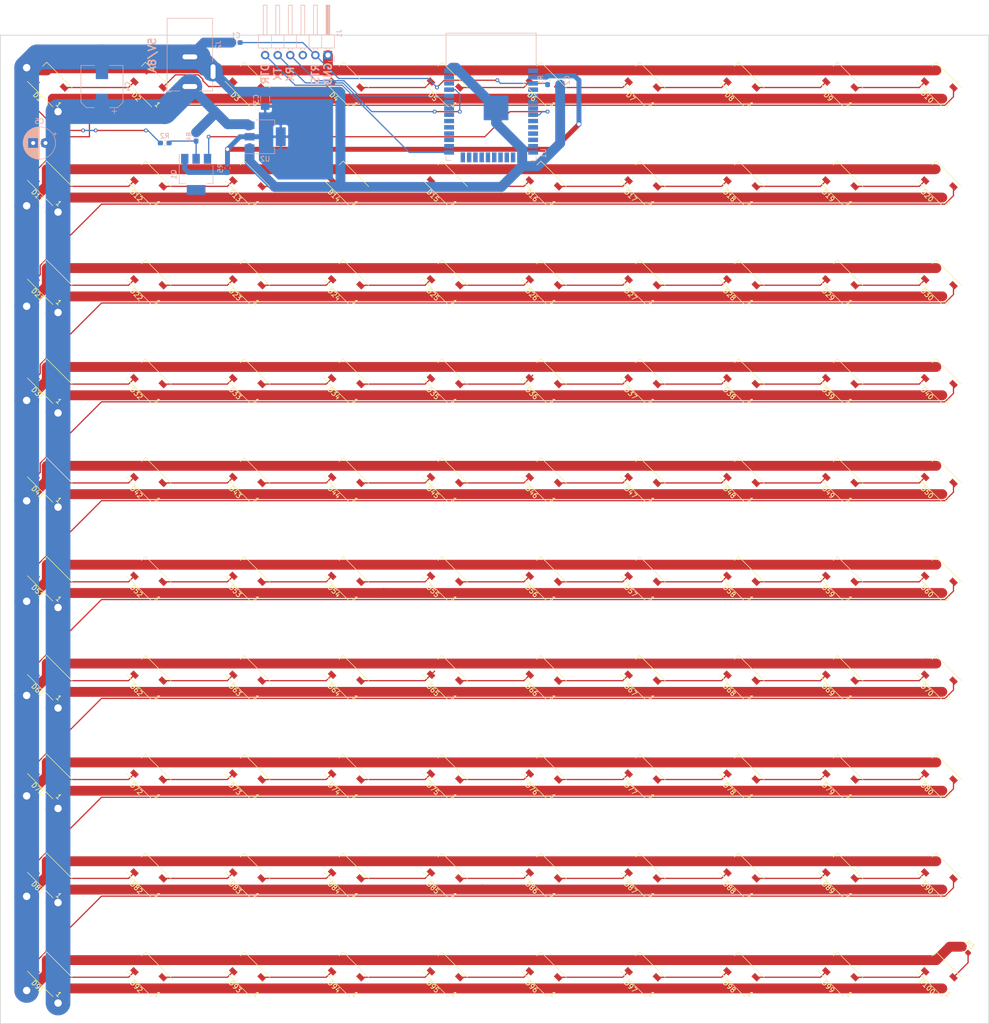
<source format=kicad_pcb>
(kicad_pcb (version 20171130) (host pcbnew 5.0.0)

  (general
    (thickness 1.6)
    (drawings 10)
    (tracks 486)
    (zones 0)
    (modules 115)
    (nets 143)
  )

  (page A3 portrait)
  (layers
    (0 F.Cu signal)
    (31 B.Cu signal)
    (32 B.Adhes user)
    (33 F.Adhes user)
    (34 B.Paste user)
    (35 F.Paste user)
    (36 B.SilkS user)
    (37 F.SilkS user)
    (38 B.Mask user)
    (39 F.Mask user)
    (40 Dwgs.User user)
    (41 Cmts.User user)
    (42 Eco1.User user)
    (43 Eco2.User user)
    (44 Edge.Cuts user)
    (45 Margin user)
    (46 B.CrtYd user)
    (47 F.CrtYd user)
    (48 B.Fab user)
    (49 F.Fab user)
  )

  (setup
    (last_trace_width 0.25)
    (trace_clearance 0.2)
    (zone_clearance 0.508)
    (zone_45_only no)
    (trace_min 0.2)
    (segment_width 0.2)
    (edge_width 0.15)
    (via_size 0.8)
    (via_drill 0.4)
    (via_min_size 0.4)
    (via_min_drill 0.3)
    (uvia_size 0.3)
    (uvia_drill 0.1)
    (uvias_allowed no)
    (uvia_min_size 0.2)
    (uvia_min_drill 0.1)
    (pcb_text_width 0.3)
    (pcb_text_size 1.5 1.5)
    (mod_edge_width 0.15)
    (mod_text_size 1 1)
    (mod_text_width 0.15)
    (pad_size 2 3.8)
    (pad_drill 0)
    (pad_to_mask_clearance 0.2)
    (aux_axis_origin 0 0)
    (visible_elements FFFFFF7F)
    (pcbplotparams
      (layerselection 0x010fc_ffffffff)
      (usegerberextensions false)
      (usegerberattributes false)
      (usegerberadvancedattributes false)
      (creategerberjobfile false)
      (excludeedgelayer true)
      (linewidth 0.100000)
      (plotframeref false)
      (viasonmask false)
      (mode 1)
      (useauxorigin false)
      (hpglpennumber 1)
      (hpglpenspeed 20)
      (hpglpendiameter 15.000000)
      (psnegative false)
      (psa4output false)
      (plotreference true)
      (plotvalue true)
      (plotinvisibletext false)
      (padsonsilk false)
      (subtractmaskfromsilk false)
      (outputformat 1)
      (mirror false)
      (drillshape 0)
      (scaleselection 1)
      (outputdirectory "./out.gerber"))
  )

  (net 0 "")
  (net 1 GND)
  (net 2 "Net-(D1-Pad2)")
  (net 3 +5V)
  (net 4 "Net-(D2-Pad2)")
  (net 5 "Net-(D3-Pad2)")
  (net 6 "Net-(D4-Pad2)")
  (net 7 "Net-(D5-Pad2)")
  (net 8 "Net-(D6-Pad2)")
  (net 9 "Net-(D7-Pad2)")
  (net 10 "Net-(D8-Pad2)")
  (net 11 "Net-(D10-Pad4)")
  (net 12 /sheet5B625F71/DIN)
  (net 13 "Net-(D13-Pad2)")
  (net 14 "Net-(D14-Pad2)")
  (net 15 "Net-(D11-Pad2)")
  (net 16 "Net-(D12-Pad2)")
  (net 17 "Net-(D26-Pad2)")
  (net 18 "Net-(D25-Pad2)")
  (net 19 "Net-(D37-Pad2)")
  (net 20 "Net-(D38-Pad2)")
  (net 21 "Net-(D15-Pad2)")
  (net 22 "Net-(D16-Pad2)")
  (net 23 "Net-(D17-Pad2)")
  (net 24 "Net-(D18-Pad2)")
  (net 25 "Net-(D19-Pad2)")
  (net 26 /sheet5B625F76/DIN)
  (net 27 "Net-(D21-Pad2)")
  (net 28 "Net-(D22-Pad2)")
  (net 29 "Net-(D23-Pad2)")
  (net 30 "Net-(D24-Pad2)")
  (net 31 "Net-(D39-Pad2)")
  (net 32 "Net-(D27-Pad2)")
  (net 33 "Net-(D28-Pad2)")
  (net 34 "Net-(D29-Pad2)")
  (net 35 /sheet5B625F7B/DIN)
  (net 36 "Net-(D31-Pad2)")
  (net 37 "Net-(D32-Pad2)")
  (net 38 "Net-(D33-Pad2)")
  (net 39 "Net-(D34-Pad2)")
  (net 40 "Net-(D35-Pad2)")
  (net 41 "Net-(D36-Pad2)")
  (net 42 /sheet5B625F80/DIN)
  (net 43 "Net-(D41-Pad2)")
  (net 44 "Net-(D42-Pad2)")
  (net 45 "Net-(D43-Pad2)")
  (net 46 "Net-(D44-Pad2)")
  (net 47 "Net-(D45-Pad2)")
  (net 48 "Net-(D46-Pad2)")
  (net 49 "Net-(D47-Pad2)")
  (net 50 "Net-(D48-Pad2)")
  (net 51 "Net-(D49-Pad2)")
  (net 52 /sheet5B625F85/DIN)
  (net 53 "Net-(D63-Pad2)")
  (net 54 "Net-(D64-Pad2)")
  (net 55 "Net-(D52-Pad2)")
  (net 56 "Net-(D51-Pad2)")
  (net 57 "Net-(D53-Pad2)")
  (net 58 "Net-(D54-Pad2)")
  (net 59 "Net-(D55-Pad2)")
  (net 60 "Net-(D56-Pad2)")
  (net 61 "Net-(D57-Pad2)")
  (net 62 "Net-(D58-Pad2)")
  (net 63 "Net-(D59-Pad2)")
  (net 64 /sheet5B625F8A/DIN)
  (net 65 "Net-(D61-Pad2)")
  (net 66 "Net-(D62-Pad2)")
  (net 67 "Net-(D75-Pad2)")
  (net 68 "Net-(D76-Pad2)")
  (net 69 "Net-(D88-Pad2)")
  (net 70 "Net-(D87-Pad2)")
  (net 71 "Net-(D65-Pad2)")
  (net 72 "Net-(D66-Pad2)")
  (net 73 "Net-(D67-Pad2)")
  (net 74 "Net-(D68-Pad2)")
  (net 75 "Net-(D69-Pad2)")
  (net 76 /sheet5B625F8F/DIN)
  (net 77 "Net-(D71-Pad2)")
  (net 78 "Net-(D72-Pad2)")
  (net 79 "Net-(D73-Pad2)")
  (net 80 "Net-(D74-Pad2)")
  (net 81 "Net-(D89-Pad2)")
  (net 82 "Net-(D77-Pad2)")
  (net 83 "Net-(D78-Pad2)")
  (net 84 "Net-(D79-Pad2)")
  (net 85 /sheet5B625F94/DIN)
  (net 86 "Net-(D81-Pad2)")
  (net 87 "Net-(D82-Pad2)")
  (net 88 "Net-(D83-Pad2)")
  (net 89 "Net-(D84-Pad2)")
  (net 90 "Net-(D85-Pad2)")
  (net 91 "Net-(D86-Pad2)")
  (net 92 /sheet5B625F99/DIN)
  (net 93 "Net-(D91-Pad2)")
  (net 94 "Net-(D92-Pad2)")
  (net 95 "Net-(D93-Pad2)")
  (net 96 "Net-(D94-Pad2)")
  (net 97 "Net-(D95-Pad2)")
  (net 98 "Net-(D96-Pad2)")
  (net 99 "Net-(D97-Pad2)")
  (net 100 "Net-(D98-Pad2)")
  (net 101 "Net-(D100-Pad4)")
  (net 102 /sheet5B625F99/DOUT)
  (net 103 +3V3)
  (net 104 /RTS)
  (net 105 /DATA)
  (net 106 "Net-(U1-Pad1)")
  (net 107 "Net-(U1-Pad4)")
  (net 108 "Net-(U1-Pad5)")
  (net 109 "Net-(U1-Pad6)")
  (net 110 "Net-(U1-Pad7)")
  (net 111 "Net-(U1-Pad9)")
  (net 112 "Net-(U1-Pad10)")
  (net 113 "Net-(U1-Pad11)")
  (net 114 "Net-(U1-Pad12)")
  (net 115 "Net-(U1-Pad13)")
  (net 116 "Net-(U1-Pad14)")
  (net 117 "Net-(U1-Pad16)")
  (net 118 "Net-(U1-Pad17)")
  (net 119 "Net-(U1-Pad18)")
  (net 120 "Net-(U1-Pad19)")
  (net 121 "Net-(U1-Pad20)")
  (net 122 "Net-(U1-Pad21)")
  (net 123 "Net-(U1-Pad22)")
  (net 124 "Net-(U1-Pad23)")
  (net 125 "Net-(U1-Pad24)")
  (net 126 /DTR)
  (net 127 "Net-(U1-Pad26)")
  (net 128 "Net-(U1-Pad27)")
  (net 129 "Net-(U1-Pad28)")
  (net 130 "Net-(U1-Pad29)")
  (net 131 "Net-(U1-Pad30)")
  (net 132 "Net-(U1-Pad31)")
  (net 133 "Net-(U1-Pad32)")
  (net 134 "Net-(U1-Pad33)")
  (net 135 /RX)
  (net 136 /TX)
  (net 137 "Net-(U1-Pad36)")
  (net 138 "Net-(U1-Pad37)")
  (net 139 "Net-(J1-Pad3)")
  (net 140 "Net-(Q1-Pad2)")
  (net 141 "Net-(Q1-Pad3)")
  (net 142 "Net-(Q1-Pad1)")

  (net_class Default "This is the default net class."
    (clearance 0.2)
    (trace_width 0.25)
    (via_dia 0.8)
    (via_drill 0.4)
    (uvia_dia 0.3)
    (uvia_drill 0.1)
    (add_net /DATA)
    (add_net /DTR)
    (add_net /RTS)
    (add_net /RX)
    (add_net /TX)
    (add_net /sheet5B625F71/DIN)
    (add_net /sheet5B625F76/DIN)
    (add_net /sheet5B625F7B/DIN)
    (add_net /sheet5B625F80/DIN)
    (add_net /sheet5B625F85/DIN)
    (add_net /sheet5B625F8A/DIN)
    (add_net /sheet5B625F8F/DIN)
    (add_net /sheet5B625F94/DIN)
    (add_net /sheet5B625F99/DIN)
    (add_net /sheet5B625F99/DOUT)
    (add_net "Net-(D1-Pad2)")
    (add_net "Net-(D10-Pad4)")
    (add_net "Net-(D100-Pad4)")
    (add_net "Net-(D11-Pad2)")
    (add_net "Net-(D12-Pad2)")
    (add_net "Net-(D13-Pad2)")
    (add_net "Net-(D14-Pad2)")
    (add_net "Net-(D15-Pad2)")
    (add_net "Net-(D16-Pad2)")
    (add_net "Net-(D17-Pad2)")
    (add_net "Net-(D18-Pad2)")
    (add_net "Net-(D19-Pad2)")
    (add_net "Net-(D2-Pad2)")
    (add_net "Net-(D21-Pad2)")
    (add_net "Net-(D22-Pad2)")
    (add_net "Net-(D23-Pad2)")
    (add_net "Net-(D24-Pad2)")
    (add_net "Net-(D25-Pad2)")
    (add_net "Net-(D26-Pad2)")
    (add_net "Net-(D27-Pad2)")
    (add_net "Net-(D28-Pad2)")
    (add_net "Net-(D29-Pad2)")
    (add_net "Net-(D3-Pad2)")
    (add_net "Net-(D31-Pad2)")
    (add_net "Net-(D32-Pad2)")
    (add_net "Net-(D33-Pad2)")
    (add_net "Net-(D34-Pad2)")
    (add_net "Net-(D35-Pad2)")
    (add_net "Net-(D36-Pad2)")
    (add_net "Net-(D37-Pad2)")
    (add_net "Net-(D38-Pad2)")
    (add_net "Net-(D39-Pad2)")
    (add_net "Net-(D4-Pad2)")
    (add_net "Net-(D41-Pad2)")
    (add_net "Net-(D42-Pad2)")
    (add_net "Net-(D43-Pad2)")
    (add_net "Net-(D44-Pad2)")
    (add_net "Net-(D45-Pad2)")
    (add_net "Net-(D46-Pad2)")
    (add_net "Net-(D47-Pad2)")
    (add_net "Net-(D48-Pad2)")
    (add_net "Net-(D49-Pad2)")
    (add_net "Net-(D5-Pad2)")
    (add_net "Net-(D51-Pad2)")
    (add_net "Net-(D52-Pad2)")
    (add_net "Net-(D53-Pad2)")
    (add_net "Net-(D54-Pad2)")
    (add_net "Net-(D55-Pad2)")
    (add_net "Net-(D56-Pad2)")
    (add_net "Net-(D57-Pad2)")
    (add_net "Net-(D58-Pad2)")
    (add_net "Net-(D59-Pad2)")
    (add_net "Net-(D6-Pad2)")
    (add_net "Net-(D61-Pad2)")
    (add_net "Net-(D62-Pad2)")
    (add_net "Net-(D63-Pad2)")
    (add_net "Net-(D64-Pad2)")
    (add_net "Net-(D65-Pad2)")
    (add_net "Net-(D66-Pad2)")
    (add_net "Net-(D67-Pad2)")
    (add_net "Net-(D68-Pad2)")
    (add_net "Net-(D69-Pad2)")
    (add_net "Net-(D7-Pad2)")
    (add_net "Net-(D71-Pad2)")
    (add_net "Net-(D72-Pad2)")
    (add_net "Net-(D73-Pad2)")
    (add_net "Net-(D74-Pad2)")
    (add_net "Net-(D75-Pad2)")
    (add_net "Net-(D76-Pad2)")
    (add_net "Net-(D77-Pad2)")
    (add_net "Net-(D78-Pad2)")
    (add_net "Net-(D79-Pad2)")
    (add_net "Net-(D8-Pad2)")
    (add_net "Net-(D81-Pad2)")
    (add_net "Net-(D82-Pad2)")
    (add_net "Net-(D83-Pad2)")
    (add_net "Net-(D84-Pad2)")
    (add_net "Net-(D85-Pad2)")
    (add_net "Net-(D86-Pad2)")
    (add_net "Net-(D87-Pad2)")
    (add_net "Net-(D88-Pad2)")
    (add_net "Net-(D89-Pad2)")
    (add_net "Net-(D91-Pad2)")
    (add_net "Net-(D92-Pad2)")
    (add_net "Net-(D93-Pad2)")
    (add_net "Net-(D94-Pad2)")
    (add_net "Net-(D95-Pad2)")
    (add_net "Net-(D96-Pad2)")
    (add_net "Net-(D97-Pad2)")
    (add_net "Net-(D98-Pad2)")
    (add_net "Net-(J1-Pad3)")
    (add_net "Net-(Q1-Pad1)")
    (add_net "Net-(Q1-Pad2)")
    (add_net "Net-(Q1-Pad3)")
    (add_net "Net-(U1-Pad1)")
    (add_net "Net-(U1-Pad10)")
    (add_net "Net-(U1-Pad11)")
    (add_net "Net-(U1-Pad12)")
    (add_net "Net-(U1-Pad13)")
    (add_net "Net-(U1-Pad14)")
    (add_net "Net-(U1-Pad16)")
    (add_net "Net-(U1-Pad17)")
    (add_net "Net-(U1-Pad18)")
    (add_net "Net-(U1-Pad19)")
    (add_net "Net-(U1-Pad20)")
    (add_net "Net-(U1-Pad21)")
    (add_net "Net-(U1-Pad22)")
    (add_net "Net-(U1-Pad23)")
    (add_net "Net-(U1-Pad24)")
    (add_net "Net-(U1-Pad26)")
    (add_net "Net-(U1-Pad27)")
    (add_net "Net-(U1-Pad28)")
    (add_net "Net-(U1-Pad29)")
    (add_net "Net-(U1-Pad30)")
    (add_net "Net-(U1-Pad31)")
    (add_net "Net-(U1-Pad32)")
    (add_net "Net-(U1-Pad33)")
    (add_net "Net-(U1-Pad36)")
    (add_net "Net-(U1-Pad37)")
    (add_net "Net-(U1-Pad4)")
    (add_net "Net-(U1-Pad5)")
    (add_net "Net-(U1-Pad6)")
    (add_net "Net-(U1-Pad7)")
    (add_net "Net-(U1-Pad9)")
  )

  (net_class Power ""
    (clearance 0.2)
    (trace_width 2)
    (via_dia 2)
    (via_drill 1.5)
    (uvia_dia 0.3)
    (uvia_drill 0.1)
    (add_net +5V)
    (add_net GND)
  )

  (net_class smallPower ""
    (clearance 0.2)
    (trace_width 1)
    (via_dia 1)
    (via_drill 0.7)
    (uvia_dia 0.3)
    (uvia_drill 0.1)
    (add_net +3V3)
  )

  (module Resistor_SMD:R_0603_1608Metric_Pad1.05x0.95mm_HandSolder (layer B.Cu) (tedit 5B301BBD) (tstamp 5C10E05B)
    (at 60.96 41.91 270)
    (descr "Resistor SMD 0603 (1608 Metric), square (rectangular) end terminal, IPC_7351 nominal with elongated pad for handsoldering. (Body size source: http://www.tortai-tech.com/upload/download/2011102023233369053.pdf), generated with kicad-footprint-generator")
    (tags "resistor handsolder")
    (path /5C124915)
    (attr smd)
    (fp_text reference R5 (at 0 1.43 270) (layer B.SilkS)
      (effects (font (size 1 1) (thickness 0.15)) (justify mirror))
    )
    (fp_text value 2.2k (at 0 -1.43 270) (layer B.Fab)
      (effects (font (size 1 1) (thickness 0.15)) (justify mirror))
    )
    (fp_text user %R (at 0 0 270) (layer B.Fab)
      (effects (font (size 0.4 0.4) (thickness 0.06)) (justify mirror))
    )
    (fp_line (start 1.65 -0.73) (end -1.65 -0.73) (layer B.CrtYd) (width 0.05))
    (fp_line (start 1.65 0.73) (end 1.65 -0.73) (layer B.CrtYd) (width 0.05))
    (fp_line (start -1.65 0.73) (end 1.65 0.73) (layer B.CrtYd) (width 0.05))
    (fp_line (start -1.65 -0.73) (end -1.65 0.73) (layer B.CrtYd) (width 0.05))
    (fp_line (start -0.171267 -0.51) (end 0.171267 -0.51) (layer B.SilkS) (width 0.12))
    (fp_line (start -0.171267 0.51) (end 0.171267 0.51) (layer B.SilkS) (width 0.12))
    (fp_line (start 0.8 -0.4) (end -0.8 -0.4) (layer B.Fab) (width 0.1))
    (fp_line (start 0.8 0.4) (end 0.8 -0.4) (layer B.Fab) (width 0.1))
    (fp_line (start -0.8 0.4) (end 0.8 0.4) (layer B.Fab) (width 0.1))
    (fp_line (start -0.8 -0.4) (end -0.8 0.4) (layer B.Fab) (width 0.1))
    (pad 2 smd roundrect (at 0.875 0 270) (size 1.05 0.95) (layers B.Cu B.Paste B.Mask) (roundrect_rratio 0.25)
      (net 142 "Net-(Q1-Pad1)"))
    (pad 1 smd roundrect (at -0.875 0 270) (size 1.05 0.95) (layers B.Cu B.Paste B.Mask) (roundrect_rratio 0.25)
      (net 103 +3V3))
    (model ${KISYS3DMOD}/Resistor_SMD.3dshapes/R_0603_1608Metric.wrl
      (at (xyz 0 0 0))
      (scale (xyz 1 1 1))
      (rotate (xyz 0 0 0))
    )
  )

  (module Resistor_SMD:R_0603_1608Metric_Pad1.05x0.95mm_HandSolder (layer B.Cu) (tedit 5B301BBD) (tstamp 5C10FAB8)
    (at 54.61 35.56 270)
    (descr "Resistor SMD 0603 (1608 Metric), square (rectangular) end terminal, IPC_7351 nominal with elongated pad for handsoldering. (Body size source: http://www.tortai-tech.com/upload/download/2011102023233369053.pdf), generated with kicad-footprint-generator")
    (tags "resistor handsolder")
    (path /5C115239)
    (attr smd)
    (fp_text reference R4 (at 0 1.43 270) (layer B.SilkS)
      (effects (font (size 1 1) (thickness 0.15)) (justify mirror))
    )
    (fp_text value 6.8k (at 0 -1.43 270) (layer B.Fab)
      (effects (font (size 1 1) (thickness 0.15)) (justify mirror))
    )
    (fp_line (start -0.8 -0.4) (end -0.8 0.4) (layer B.Fab) (width 0.1))
    (fp_line (start -0.8 0.4) (end 0.8 0.4) (layer B.Fab) (width 0.1))
    (fp_line (start 0.8 0.4) (end 0.8 -0.4) (layer B.Fab) (width 0.1))
    (fp_line (start 0.8 -0.4) (end -0.8 -0.4) (layer B.Fab) (width 0.1))
    (fp_line (start -0.171267 0.51) (end 0.171267 0.51) (layer B.SilkS) (width 0.12))
    (fp_line (start -0.171267 -0.51) (end 0.171267 -0.51) (layer B.SilkS) (width 0.12))
    (fp_line (start -1.65 -0.73) (end -1.65 0.73) (layer B.CrtYd) (width 0.05))
    (fp_line (start -1.65 0.73) (end 1.65 0.73) (layer B.CrtYd) (width 0.05))
    (fp_line (start 1.65 0.73) (end 1.65 -0.73) (layer B.CrtYd) (width 0.05))
    (fp_line (start 1.65 -0.73) (end -1.65 -0.73) (layer B.CrtYd) (width 0.05))
    (fp_text user %R (at 0 0 270) (layer B.Fab)
      (effects (font (size 0.4 0.4) (thickness 0.06)) (justify mirror))
    )
    (pad 1 smd roundrect (at -0.875 0 270) (size 1.05 0.95) (layers B.Cu B.Paste B.Mask) (roundrect_rratio 0.25)
      (net 3 +5V))
    (pad 2 smd roundrect (at 0.875 0 270) (size 1.05 0.95) (layers B.Cu B.Paste B.Mask) (roundrect_rratio 0.25)
      (net 140 "Net-(Q1-Pad2)"))
    (model ${KISYS3DMOD}/Resistor_SMD.3dshapes/R_0603_1608Metric.wrl
      (at (xyz 0 0 0))
      (scale (xyz 1 1 1))
      (rotate (xyz 0 0 0))
    )
  )

  (module Package_TO_SOT_SMD:SOT-223 (layer B.Cu) (tedit 5C100AB2) (tstamp 5C1126E0)
    (at 54.61 43.18 270)
    (descr "module CMS SOT223 4 pins")
    (tags "CMS SOT")
    (path /5C10106F)
    (attr smd)
    (fp_text reference Q1 (at 0 4.5 270) (layer B.SilkS)
      (effects (font (size 1 1) (thickness 0.15)) (justify mirror))
    )
    (fp_text value PZT2222A (at 0 -4.5 270) (layer B.Fab)
      (effects (font (size 1 1) (thickness 0.15)) (justify mirror))
    )
    (fp_text user %R (at 0 0 180) (layer B.Fab)
      (effects (font (size 0.8 0.8) (thickness 0.12)) (justify mirror))
    )
    (fp_line (start -1.85 2.3) (end -0.8 3.35) (layer B.Fab) (width 0.1))
    (fp_line (start 1.91 -3.41) (end 1.91 -2.15) (layer B.SilkS) (width 0.12))
    (fp_line (start 1.91 3.41) (end 1.91 2.15) (layer B.SilkS) (width 0.12))
    (fp_line (start 4.4 3.6) (end -4.4 3.6) (layer B.CrtYd) (width 0.05))
    (fp_line (start 4.4 -3.6) (end 4.4 3.6) (layer B.CrtYd) (width 0.05))
    (fp_line (start -4.4 -3.6) (end 4.4 -3.6) (layer B.CrtYd) (width 0.05))
    (fp_line (start -4.4 3.6) (end -4.4 -3.6) (layer B.CrtYd) (width 0.05))
    (fp_line (start -1.85 2.3) (end -1.85 -3.35) (layer B.Fab) (width 0.1))
    (fp_line (start -1.85 -3.41) (end 1.91 -3.41) (layer B.SilkS) (width 0.12))
    (fp_line (start -0.8 3.35) (end 1.85 3.35) (layer B.Fab) (width 0.1))
    (fp_line (start -4.1 3.41) (end 1.91 3.41) (layer B.SilkS) (width 0.12))
    (fp_line (start -1.85 -3.35) (end 1.85 -3.35) (layer B.Fab) (width 0.1))
    (fp_line (start 1.85 3.35) (end 1.85 -3.35) (layer B.Fab) (width 0.1))
    (pad 4 smd rect (at 3.15 0 270) (size 2 3.8) (layers B.Cu B.Paste B.Mask))
    (pad 2 smd rect (at -3.15 0 270) (size 2 1.5) (layers B.Cu B.Paste B.Mask)
      (net 140 "Net-(Q1-Pad2)"))
    (pad 3 smd rect (at -3.15 -2.3 270) (size 2 1.5) (layers B.Cu B.Paste B.Mask)
      (net 141 "Net-(Q1-Pad3)"))
    (pad 1 smd rect (at -3.15 2.3 270) (size 2 1.5) (layers B.Cu B.Paste B.Mask)
      (net 142 "Net-(Q1-Pad1)"))
    (model ${KISYS3DMOD}/Package_TO_SOT_SMD.3dshapes/SOT-223.wrl
      (at (xyz 0 0 0))
      (scale (xyz 1 1 1))
      (rotate (xyz 0 0 0))
    )
  )

  (module Resistor_SMD:R_0603_1608Metric_Pad1.05x0.95mm_HandSolder (layer B.Cu) (tedit 5B301BBD) (tstamp 5C107045)
    (at 48.26 36.83 180)
    (descr "Resistor SMD 0603 (1608 Metric), square (rectangular) end terminal, IPC_7351 nominal with elongated pad for handsoldering. (Body size source: http://www.tortai-tech.com/upload/download/2011102023233369053.pdf), generated with kicad-footprint-generator")
    (tags "resistor handsolder")
    (path /5B6229BA)
    (attr smd)
    (fp_text reference R2 (at 0 1.43 180) (layer B.SilkS)
      (effects (font (size 1 1) (thickness 0.15)) (justify mirror))
    )
    (fp_text value 470 (at 0 -1.43 180) (layer B.Fab)
      (effects (font (size 1 1) (thickness 0.15)) (justify mirror))
    )
    (fp_line (start -0.8 -0.4) (end -0.8 0.4) (layer B.Fab) (width 0.1))
    (fp_line (start -0.8 0.4) (end 0.8 0.4) (layer B.Fab) (width 0.1))
    (fp_line (start 0.8 0.4) (end 0.8 -0.4) (layer B.Fab) (width 0.1))
    (fp_line (start 0.8 -0.4) (end -0.8 -0.4) (layer B.Fab) (width 0.1))
    (fp_line (start -0.171267 0.51) (end 0.171267 0.51) (layer B.SilkS) (width 0.12))
    (fp_line (start -0.171267 -0.51) (end 0.171267 -0.51) (layer B.SilkS) (width 0.12))
    (fp_line (start -1.65 -0.73) (end -1.65 0.73) (layer B.CrtYd) (width 0.05))
    (fp_line (start -1.65 0.73) (end 1.65 0.73) (layer B.CrtYd) (width 0.05))
    (fp_line (start 1.65 0.73) (end 1.65 -0.73) (layer B.CrtYd) (width 0.05))
    (fp_line (start 1.65 -0.73) (end -1.65 -0.73) (layer B.CrtYd) (width 0.05))
    (fp_text user %R (at 0 0 180) (layer B.Fab)
      (effects (font (size 0.4 0.4) (thickness 0.06)) (justify mirror))
    )
    (pad 1 smd roundrect (at -0.875 0 180) (size 1.05 0.95) (layers B.Cu B.Paste B.Mask) (roundrect_rratio 0.25)
      (net 140 "Net-(Q1-Pad2)"))
    (pad 2 smd roundrect (at 0.875 0 180) (size 1.05 0.95) (layers B.Cu B.Paste B.Mask) (roundrect_rratio 0.25)
      (net 105 /DATA))
    (model ${KISYS3DMOD}/Resistor_SMD.3dshapes/R_0603_1608Metric.wrl
      (at (xyz 0 0 0))
      (scale (xyz 1 1 1))
      (rotate (xyz 0 0 0))
    )
  )

  (module Resistor_SMD:R_0603_1608Metric_Pad1.05x0.95mm_HandSolder (layer F.Cu) (tedit 5B301BBD) (tstamp 5B733D58)
    (at 210.201282 200.041282 315)
    (descr "Resistor SMD 0603 (1608 Metric), square (rectangular) end terminal, IPC_7351 nominal with elongated pad for handsoldering. (Body size source: http://www.tortai-tech.com/upload/download/2011102023233369053.pdf), generated with kicad-footprint-generator")
    (tags "resistor handsolder")
    (path /5B66FEDD)
    (attr smd)
    (fp_text reference R3 (at 0 -1.43 315) (layer F.SilkS)
      (effects (font (size 1 1) (thickness 0.15)))
    )
    (fp_text value 1k (at 0 1.43 315) (layer F.Fab)
      (effects (font (size 1 1) (thickness 0.15)))
    )
    (fp_line (start -0.8 0.4) (end -0.8 -0.4) (layer F.Fab) (width 0.1))
    (fp_line (start -0.8 -0.4) (end 0.8 -0.4) (layer F.Fab) (width 0.1))
    (fp_line (start 0.8 -0.4) (end 0.8 0.4) (layer F.Fab) (width 0.1))
    (fp_line (start 0.8 0.4) (end -0.8 0.4) (layer F.Fab) (width 0.1))
    (fp_line (start -0.171267 -0.51) (end 0.171267 -0.51) (layer F.SilkS) (width 0.12))
    (fp_line (start -0.171267 0.51) (end 0.171267 0.51) (layer F.SilkS) (width 0.12))
    (fp_line (start -1.65 0.73) (end -1.65 -0.73) (layer F.CrtYd) (width 0.05))
    (fp_line (start -1.65 -0.73) (end 1.65 -0.73) (layer F.CrtYd) (width 0.05))
    (fp_line (start 1.65 -0.73) (end 1.65 0.73) (layer F.CrtYd) (width 0.05))
    (fp_line (start 1.65 0.73) (end -1.65 0.73) (layer F.CrtYd) (width 0.05))
    (fp_text user %R (at 0 0 315) (layer F.Fab)
      (effects (font (size 0.4 0.4) (thickness 0.06)))
    )
    (pad 1 smd roundrect (at -0.874999 0 315) (size 1.05 0.95) (layers F.Cu F.Paste F.Mask) (roundrect_rratio 0.25)
      (net 1 GND))
    (pad 2 smd roundrect (at 0.874999 0 315) (size 1.05 0.95) (layers F.Cu F.Paste F.Mask) (roundrect_rratio 0.25)
      (net 102 /sheet5B625F99/DOUT))
    (model ${KISYS3DMOD}/Resistor_SMD.3dshapes/R_0603_1608Metric.wrl
      (at (xyz 0 0 0))
      (scale (xyz 1 1 1))
      (rotate (xyz 0 0 0))
    )
  )

  (module Connector_BarrelJack:BarrelJack_Horizontal (layer B.Cu) (tedit 5A1DBF6A) (tstamp 5B7EA195)
    (at 53.34 25.4 270)
    (descr "DC Barrel Jack")
    (tags "Power Jack")
    (path /5B660D82)
    (fp_text reference J2 (at -8.45 -5.75 270) (layer B.SilkS)
      (effects (font (size 1 1) (thickness 0.15)) (justify mirror))
    )
    (fp_text value Barrel_Jack_Switch (at -6.2 5.5 270) (layer B.Fab)
      (effects (font (size 1 1) (thickness 0.15)) (justify mirror))
    )
    (fp_text user %R (at -3 2.95 270) (layer B.Fab)
      (effects (font (size 1 1) (thickness 0.15)) (justify mirror))
    )
    (fp_line (start -0.003213 4.505425) (end 0.8 3.75) (layer B.Fab) (width 0.1))
    (fp_line (start 1.1 3.75) (end 1.1 4.8) (layer B.SilkS) (width 0.12))
    (fp_line (start 0.05 4.8) (end 1.1 4.8) (layer B.SilkS) (width 0.12))
    (fp_line (start 1 4.5) (end 1 4.75) (layer B.CrtYd) (width 0.05))
    (fp_line (start 1 4.75) (end -14 4.75) (layer B.CrtYd) (width 0.05))
    (fp_line (start 1 4.5) (end 1 2) (layer B.CrtYd) (width 0.05))
    (fp_line (start 1 2) (end 2 2) (layer B.CrtYd) (width 0.05))
    (fp_line (start 2 2) (end 2 -2) (layer B.CrtYd) (width 0.05))
    (fp_line (start 2 -2) (end 1 -2) (layer B.CrtYd) (width 0.05))
    (fp_line (start 1 -2) (end 1 -4.75) (layer B.CrtYd) (width 0.05))
    (fp_line (start 1 -4.75) (end -1 -4.75) (layer B.CrtYd) (width 0.05))
    (fp_line (start -1 -4.75) (end -1 -6.75) (layer B.CrtYd) (width 0.05))
    (fp_line (start -1 -6.75) (end -5 -6.75) (layer B.CrtYd) (width 0.05))
    (fp_line (start -5 -6.75) (end -5 -4.75) (layer B.CrtYd) (width 0.05))
    (fp_line (start -5 -4.75) (end -14 -4.75) (layer B.CrtYd) (width 0.05))
    (fp_line (start -14 -4.75) (end -14 4.75) (layer B.CrtYd) (width 0.05))
    (fp_line (start -5 -4.6) (end -13.8 -4.6) (layer B.SilkS) (width 0.12))
    (fp_line (start -13.8 -4.6) (end -13.8 4.6) (layer B.SilkS) (width 0.12))
    (fp_line (start 0.9 -1.9) (end 0.9 -4.6) (layer B.SilkS) (width 0.12))
    (fp_line (start 0.9 -4.6) (end -1 -4.6) (layer B.SilkS) (width 0.12))
    (fp_line (start -13.8 4.6) (end 0.9 4.6) (layer B.SilkS) (width 0.12))
    (fp_line (start 0.9 4.6) (end 0.9 2) (layer B.SilkS) (width 0.12))
    (fp_line (start -10.2 4.5) (end -10.2 -4.5) (layer B.Fab) (width 0.1))
    (fp_line (start -13.7 4.5) (end -13.7 -4.5) (layer B.Fab) (width 0.1))
    (fp_line (start -13.7 -4.5) (end 0.8 -4.5) (layer B.Fab) (width 0.1))
    (fp_line (start 0.8 -4.5) (end 0.8 3.75) (layer B.Fab) (width 0.1))
    (fp_line (start 0 4.5) (end -13.7 4.5) (layer B.Fab) (width 0.1))
    (pad 1 thru_hole rect (at 0 0 270) (size 3.5 3.5) (drill oval 1 3) (layers *.Cu *.Mask)
      (net 3 +5V))
    (pad 2 thru_hole roundrect (at -6 0 270) (size 3 3.5) (drill oval 1 3) (layers *.Cu *.Mask) (roundrect_rratio 0.25)
      (net 1 GND))
    (pad 3 thru_hole roundrect (at -3 -4.7 270) (size 3.5 3.5) (drill oval 3 1) (layers *.Cu *.Mask) (roundrect_rratio 0.25)
      (net 1 GND))
    (model ${KISYS3DMOD}/Connector_BarrelJack.3dshapes/BarrelJack_Horizontal.wrl
      (at (xyz 0 0 0))
      (scale (xyz 1 1 1))
      (rotate (xyz 0 0 0))
    )
  )

  (module Package_TO_SOT_SMD:SOT-223-3_TabPin2 (layer B.Cu) (tedit 5A02FF57) (tstamp 5B7F2854)
    (at 68.58 35.56)
    (descr "module CMS SOT223 4 pins")
    (tags "CMS SOT")
    (path /5B652DB1)
    (attr smd)
    (fp_text reference U2 (at 0 4.5) (layer B.SilkS)
      (effects (font (size 1 1) (thickness 0.15)) (justify mirror))
    )
    (fp_text value AMS1117-3.3 (at 0 -4.5) (layer B.Fab)
      (effects (font (size 1 1) (thickness 0.15)) (justify mirror))
    )
    (fp_text user %R (at 0 0) (layer B.Fab)
      (effects (font (size 0.8 0.8) (thickness 0.12)) (justify mirror))
    )
    (fp_line (start 1.91 -3.41) (end 1.91 -2.15) (layer B.SilkS) (width 0.12))
    (fp_line (start 1.91 3.41) (end 1.91 2.15) (layer B.SilkS) (width 0.12))
    (fp_line (start 4.4 3.6) (end -4.4 3.6) (layer B.CrtYd) (width 0.05))
    (fp_line (start 4.4 -3.6) (end 4.4 3.6) (layer B.CrtYd) (width 0.05))
    (fp_line (start -4.4 -3.6) (end 4.4 -3.6) (layer B.CrtYd) (width 0.05))
    (fp_line (start -4.4 3.6) (end -4.4 -3.6) (layer B.CrtYd) (width 0.05))
    (fp_line (start -1.85 2.35) (end -0.85 3.35) (layer B.Fab) (width 0.1))
    (fp_line (start -1.85 2.35) (end -1.85 -3.35) (layer B.Fab) (width 0.1))
    (fp_line (start -1.85 -3.41) (end 1.91 -3.41) (layer B.SilkS) (width 0.12))
    (fp_line (start -0.85 3.35) (end 1.85 3.35) (layer B.Fab) (width 0.1))
    (fp_line (start -4.1 3.41) (end 1.91 3.41) (layer B.SilkS) (width 0.12))
    (fp_line (start -1.85 -3.35) (end 1.85 -3.35) (layer B.Fab) (width 0.1))
    (fp_line (start 1.85 3.35) (end 1.85 -3.35) (layer B.Fab) (width 0.1))
    (pad 2 smd rect (at 3.15 0) (size 2 3.8) (layers B.Cu B.Paste B.Mask)
      (net 103 +3V3))
    (pad 2 smd rect (at -3.15 0) (size 2 1.5) (layers B.Cu B.Paste B.Mask)
      (net 103 +3V3))
    (pad 3 smd rect (at -3.15 -2.3) (size 2 1.5) (layers B.Cu B.Paste B.Mask)
      (net 3 +5V))
    (pad 1 smd rect (at -3.15 2.3) (size 2 1.5) (layers B.Cu B.Paste B.Mask)
      (net 1 GND))
    (model ${KISYS3DMOD}/Package_TO_SOT_SMD.3dshapes/SOT-223.wrl
      (at (xyz 0 0 0))
      (scale (xyz 1 1 1))
      (rotate (xyz 0 0 0))
    )
  )

  (module Capacitor_SMD:CP_Elec_8x10 (layer B.Cu) (tedit 5A841F9D) (tstamp 5B7F2E5F)
    (at 35.56 25.4 90)
    (descr "SMT capacitor, aluminium electrolytic, 8x10, Nichicon ")
    (tags "Capacitor Electrolytic")
    (path /5B622644)
    (attr smd)
    (fp_text reference C4 (at 0 5.2 90) (layer B.SilkS)
      (effects (font (size 1 1) (thickness 0.15)) (justify mirror))
    )
    (fp_text value 1m (at 0 -5.2 90) (layer B.Fab)
      (effects (font (size 1 1) (thickness 0.15)) (justify mirror))
    )
    (fp_circle (center 0 0) (end 4 0) (layer B.Fab) (width 0.1))
    (fp_line (start 4.15 4.15) (end 4.15 -4.15) (layer B.Fab) (width 0.1))
    (fp_line (start -3.15 4.15) (end 4.15 4.15) (layer B.Fab) (width 0.1))
    (fp_line (start -3.15 -4.15) (end 4.15 -4.15) (layer B.Fab) (width 0.1))
    (fp_line (start -4.15 3.15) (end -4.15 -3.15) (layer B.Fab) (width 0.1))
    (fp_line (start -4.15 3.15) (end -3.15 4.15) (layer B.Fab) (width 0.1))
    (fp_line (start -4.15 -3.15) (end -3.15 -4.15) (layer B.Fab) (width 0.1))
    (fp_line (start -3.562278 1.5) (end -2.762278 1.5) (layer B.Fab) (width 0.1))
    (fp_line (start -3.162278 1.9) (end -3.162278 1.1) (layer B.Fab) (width 0.1))
    (fp_line (start 4.26 -4.26) (end 4.26 -1.51) (layer B.SilkS) (width 0.12))
    (fp_line (start 4.26 4.26) (end 4.26 1.51) (layer B.SilkS) (width 0.12))
    (fp_line (start -3.195563 4.26) (end 4.26 4.26) (layer B.SilkS) (width 0.12))
    (fp_line (start -3.195563 -4.26) (end 4.26 -4.26) (layer B.SilkS) (width 0.12))
    (fp_line (start -4.26 -3.195563) (end -4.26 -1.51) (layer B.SilkS) (width 0.12))
    (fp_line (start -4.26 3.195563) (end -4.26 1.51) (layer B.SilkS) (width 0.12))
    (fp_line (start -4.26 3.195563) (end -3.195563 4.26) (layer B.SilkS) (width 0.12))
    (fp_line (start -4.26 -3.195563) (end -3.195563 -4.26) (layer B.SilkS) (width 0.12))
    (fp_line (start -5.5 2.51) (end -4.5 2.51) (layer B.SilkS) (width 0.12))
    (fp_line (start -5 3.01) (end -5 2.01) (layer B.SilkS) (width 0.12))
    (fp_line (start 4.4 4.4) (end 4.4 1.5) (layer B.CrtYd) (width 0.05))
    (fp_line (start 4.4 1.5) (end 5.25 1.5) (layer B.CrtYd) (width 0.05))
    (fp_line (start 5.25 1.5) (end 5.25 -1.5) (layer B.CrtYd) (width 0.05))
    (fp_line (start 5.25 -1.5) (end 4.4 -1.5) (layer B.CrtYd) (width 0.05))
    (fp_line (start 4.4 -1.5) (end 4.4 -4.4) (layer B.CrtYd) (width 0.05))
    (fp_line (start -3.25 -4.4) (end 4.4 -4.4) (layer B.CrtYd) (width 0.05))
    (fp_line (start -3.25 4.4) (end 4.4 4.4) (layer B.CrtYd) (width 0.05))
    (fp_line (start -4.4 -3.25) (end -3.25 -4.4) (layer B.CrtYd) (width 0.05))
    (fp_line (start -4.4 3.25) (end -3.25 4.4) (layer B.CrtYd) (width 0.05))
    (fp_line (start -4.4 3.25) (end -4.4 1.5) (layer B.CrtYd) (width 0.05))
    (fp_line (start -4.4 -1.5) (end -4.4 -3.25) (layer B.CrtYd) (width 0.05))
    (fp_line (start -4.4 1.5) (end -5.25 1.5) (layer B.CrtYd) (width 0.05))
    (fp_line (start -5.25 1.5) (end -5.25 -1.5) (layer B.CrtYd) (width 0.05))
    (fp_line (start -5.25 -1.5) (end -4.4 -1.5) (layer B.CrtYd) (width 0.05))
    (fp_text user %R (at 0 0 90) (layer B.Fab)
      (effects (font (size 1 1) (thickness 0.15)) (justify mirror))
    )
    (pad 1 smd rect (at -3.25 0 90) (size 3.5 2.5) (layers B.Cu B.Paste B.Mask)
      (net 3 +5V))
    (pad 2 smd rect (at 3.25 0 90) (size 3.5 2.5) (layers B.Cu B.Paste B.Mask)
      (net 1 GND))
    (model ${KISYS3DMOD}/Capacitor_SMD.3dshapes/CP_Elec_8x10.wrl
      (at (xyz 0 0 0))
      (scale (xyz 1 1 1))
      (rotate (xyz 0 0 0))
    )
  )

  (module Capacitor_SMD:C_0603_1608Metric_Pad1.05x0.95mm_HandSolder (layer B.Cu) (tedit 5B301BBE) (tstamp 5B7E431F)
    (at 128.27 24.13 90)
    (descr "Capacitor SMD 0603 (1608 Metric), square (rectangular) end terminal, IPC_7351 nominal with elongated pad for handsoldering. (Body size source: http://www.tortai-tech.com/upload/download/2011102023233369053.pdf), generated with kicad-footprint-generator")
    (tags "capacitor handsolder")
    (path /5B627C19)
    (attr smd)
    (fp_text reference C2 (at 0 1.43 90) (layer B.SilkS)
      (effects (font (size 1 1) (thickness 0.15)) (justify mirror))
    )
    (fp_text value 100n (at 0 -1.43 90) (layer B.Fab)
      (effects (font (size 1 1) (thickness 0.15)) (justify mirror))
    )
    (fp_text user %R (at 0 0 90) (layer B.Fab)
      (effects (font (size 0.4 0.4) (thickness 0.06)) (justify mirror))
    )
    (fp_line (start 1.65 -0.73) (end -1.65 -0.73) (layer B.CrtYd) (width 0.05))
    (fp_line (start 1.65 0.73) (end 1.65 -0.73) (layer B.CrtYd) (width 0.05))
    (fp_line (start -1.65 0.73) (end 1.65 0.73) (layer B.CrtYd) (width 0.05))
    (fp_line (start -1.65 -0.73) (end -1.65 0.73) (layer B.CrtYd) (width 0.05))
    (fp_line (start -0.171267 -0.51) (end 0.171267 -0.51) (layer B.SilkS) (width 0.12))
    (fp_line (start -0.171267 0.51) (end 0.171267 0.51) (layer B.SilkS) (width 0.12))
    (fp_line (start 0.8 -0.4) (end -0.8 -0.4) (layer B.Fab) (width 0.1))
    (fp_line (start 0.8 0.4) (end 0.8 -0.4) (layer B.Fab) (width 0.1))
    (fp_line (start -0.8 0.4) (end 0.8 0.4) (layer B.Fab) (width 0.1))
    (fp_line (start -0.8 -0.4) (end -0.8 0.4) (layer B.Fab) (width 0.1))
    (pad 2 smd roundrect (at 0.875 0 90) (size 1.05 0.95) (layers B.Cu B.Paste B.Mask) (roundrect_rratio 0.25)
      (net 103 +3V3))
    (pad 1 smd roundrect (at -0.875 0 90) (size 1.05 0.95) (layers B.Cu B.Paste B.Mask) (roundrect_rratio 0.25)
      (net 1 GND))
    (model ${KISYS3DMOD}/Capacitor_SMD.3dshapes/C_0603_1608Metric.wrl
      (at (xyz 0 0 0))
      (scale (xyz 1 1 1))
      (rotate (xyz 0 0 0))
    )
  )

  (module Capacitor_SMD:C_0603_1608Metric_Pad1.05x0.95mm_HandSolder (layer B.Cu) (tedit 5B301BBE) (tstamp 5B7F3730)
    (at 62.625 16.51 180)
    (descr "Capacitor SMD 0603 (1608 Metric), square (rectangular) end terminal, IPC_7351 nominal with elongated pad for handsoldering. (Body size source: http://www.tortai-tech.com/upload/download/2011102023233369053.pdf), generated with kicad-footprint-generator")
    (tags "capacitor handsolder")
    (path /5B623621)
    (attr smd)
    (fp_text reference C1 (at 0 1.43 180) (layer B.SilkS)
      (effects (font (size 1 1) (thickness 0.15)) (justify mirror))
    )
    (fp_text value 100n (at 0 -1.43 180) (layer B.Fab)
      (effects (font (size 1 1) (thickness 0.15)) (justify mirror))
    )
    (fp_line (start -0.8 -0.4) (end -0.8 0.4) (layer B.Fab) (width 0.1))
    (fp_line (start -0.8 0.4) (end 0.8 0.4) (layer B.Fab) (width 0.1))
    (fp_line (start 0.8 0.4) (end 0.8 -0.4) (layer B.Fab) (width 0.1))
    (fp_line (start 0.8 -0.4) (end -0.8 -0.4) (layer B.Fab) (width 0.1))
    (fp_line (start -0.171267 0.51) (end 0.171267 0.51) (layer B.SilkS) (width 0.12))
    (fp_line (start -0.171267 -0.51) (end 0.171267 -0.51) (layer B.SilkS) (width 0.12))
    (fp_line (start -1.65 -0.73) (end -1.65 0.73) (layer B.CrtYd) (width 0.05))
    (fp_line (start -1.65 0.73) (end 1.65 0.73) (layer B.CrtYd) (width 0.05))
    (fp_line (start 1.65 0.73) (end 1.65 -0.73) (layer B.CrtYd) (width 0.05))
    (fp_line (start 1.65 -0.73) (end -1.65 -0.73) (layer B.CrtYd) (width 0.05))
    (fp_text user %R (at 0 0 180) (layer B.Fab)
      (effects (font (size 0.4 0.4) (thickness 0.06)) (justify mirror))
    )
    (pad 1 smd roundrect (at -0.875 0 180) (size 1.05 0.95) (layers B.Cu B.Paste B.Mask) (roundrect_rratio 0.25)
      (net 104 /RTS))
    (pad 2 smd roundrect (at 0.875 0 180) (size 1.05 0.95) (layers B.Cu B.Paste B.Mask) (roundrect_rratio 0.25)
      (net 1 GND))
    (model ${KISYS3DMOD}/Capacitor_SMD.3dshapes/C_0603_1608Metric.wrl
      (at (xyz 0 0 0))
      (scale (xyz 1 1 1))
      (rotate (xyz 0 0 0))
    )
  )

  (module Capacitor_SMD:C_1206_3216Metric_Pad1.42x1.75mm_HandSolder (layer B.Cu) (tedit 5B301BBE) (tstamp 5B7F3781)
    (at 68.58 27.94 270)
    (descr "Capacitor SMD 1206 (3216 Metric), square (rectangular) end terminal, IPC_7351 nominal with elongated pad for handsoldering. (Body size source: http://www.tortai-tech.com/upload/download/2011102023233369053.pdf), generated with kicad-footprint-generator")
    (tags "capacitor handsolder")
    (path /5B627C53)
    (attr smd)
    (fp_text reference C3 (at 0 1.82 270) (layer B.SilkS)
      (effects (font (size 1 1) (thickness 0.15)) (justify mirror))
    )
    (fp_text value 10u (at 0 -1.82 270) (layer B.Fab)
      (effects (font (size 1 1) (thickness 0.15)) (justify mirror))
    )
    (fp_line (start -1.6 -0.8) (end -1.6 0.8) (layer B.Fab) (width 0.1))
    (fp_line (start -1.6 0.8) (end 1.6 0.8) (layer B.Fab) (width 0.1))
    (fp_line (start 1.6 0.8) (end 1.6 -0.8) (layer B.Fab) (width 0.1))
    (fp_line (start 1.6 -0.8) (end -1.6 -0.8) (layer B.Fab) (width 0.1))
    (fp_line (start -0.602064 0.91) (end 0.602064 0.91) (layer B.SilkS) (width 0.12))
    (fp_line (start -0.602064 -0.91) (end 0.602064 -0.91) (layer B.SilkS) (width 0.12))
    (fp_line (start -2.45 -1.12) (end -2.45 1.12) (layer B.CrtYd) (width 0.05))
    (fp_line (start -2.45 1.12) (end 2.45 1.12) (layer B.CrtYd) (width 0.05))
    (fp_line (start 2.45 1.12) (end 2.45 -1.12) (layer B.CrtYd) (width 0.05))
    (fp_line (start 2.45 -1.12) (end -2.45 -1.12) (layer B.CrtYd) (width 0.05))
    (fp_text user %R (at 0 0 270) (layer B.Fab)
      (effects (font (size 0.8 0.8) (thickness 0.12)) (justify mirror))
    )
    (pad 1 smd roundrect (at -1.4875 0 270) (size 1.425 1.75) (layers B.Cu B.Paste B.Mask) (roundrect_rratio 0.175439)
      (net 1 GND))
    (pad 2 smd roundrect (at 1.4875 0 270) (size 1.425 1.75) (layers B.Cu B.Paste B.Mask) (roundrect_rratio 0.175439)
      (net 103 +3V3))
    (model ${KISYS3DMOD}/Capacitor_SMD.3dshapes/C_1206_3216Metric.wrl
      (at (xyz 0 0 0))
      (scale (xyz 1 1 1))
      (rotate (xyz 0 0 0))
    )
  )

  (module Capacitor_THT:CP_Radial_D6.3mm_P2.50mm (layer B.Cu) (tedit 5AE50EF0) (tstamp 5B7E42EC)
    (at 24.13 36.83 180)
    (descr "CP, Radial series, Radial, pin pitch=2.50mm, , diameter=6.3mm, Electrolytic Capacitor")
    (tags "CP Radial series Radial pin pitch 2.50mm  diameter 6.3mm Electrolytic Capacitor")
    (path /5B646B67)
    (fp_text reference C5 (at 1.25 4.4 180) (layer B.SilkS)
      (effects (font (size 1 1) (thickness 0.15)) (justify mirror))
    )
    (fp_text value 1m (at 1.25 -4.4 180) (layer B.Fab)
      (effects (font (size 1 1) (thickness 0.15)) (justify mirror))
    )
    (fp_circle (center 1.25 0) (end 4.4 0) (layer B.Fab) (width 0.1))
    (fp_circle (center 1.25 0) (end 4.52 0) (layer B.SilkS) (width 0.12))
    (fp_circle (center 1.25 0) (end 4.65 0) (layer B.CrtYd) (width 0.05))
    (fp_line (start -1.443972 1.3735) (end -0.813972 1.3735) (layer B.Fab) (width 0.1))
    (fp_line (start -1.128972 1.6885) (end -1.128972 1.0585) (layer B.Fab) (width 0.1))
    (fp_line (start 1.25 3.23) (end 1.25 -3.23) (layer B.SilkS) (width 0.12))
    (fp_line (start 1.29 3.23) (end 1.29 -3.23) (layer B.SilkS) (width 0.12))
    (fp_line (start 1.33 3.23) (end 1.33 -3.23) (layer B.SilkS) (width 0.12))
    (fp_line (start 1.37 3.228) (end 1.37 -3.228) (layer B.SilkS) (width 0.12))
    (fp_line (start 1.41 3.227) (end 1.41 -3.227) (layer B.SilkS) (width 0.12))
    (fp_line (start 1.45 3.224) (end 1.45 -3.224) (layer B.SilkS) (width 0.12))
    (fp_line (start 1.49 3.222) (end 1.49 1.04) (layer B.SilkS) (width 0.12))
    (fp_line (start 1.49 -1.04) (end 1.49 -3.222) (layer B.SilkS) (width 0.12))
    (fp_line (start 1.53 3.218) (end 1.53 1.04) (layer B.SilkS) (width 0.12))
    (fp_line (start 1.53 -1.04) (end 1.53 -3.218) (layer B.SilkS) (width 0.12))
    (fp_line (start 1.57 3.215) (end 1.57 1.04) (layer B.SilkS) (width 0.12))
    (fp_line (start 1.57 -1.04) (end 1.57 -3.215) (layer B.SilkS) (width 0.12))
    (fp_line (start 1.61 3.211) (end 1.61 1.04) (layer B.SilkS) (width 0.12))
    (fp_line (start 1.61 -1.04) (end 1.61 -3.211) (layer B.SilkS) (width 0.12))
    (fp_line (start 1.65 3.206) (end 1.65 1.04) (layer B.SilkS) (width 0.12))
    (fp_line (start 1.65 -1.04) (end 1.65 -3.206) (layer B.SilkS) (width 0.12))
    (fp_line (start 1.69 3.201) (end 1.69 1.04) (layer B.SilkS) (width 0.12))
    (fp_line (start 1.69 -1.04) (end 1.69 -3.201) (layer B.SilkS) (width 0.12))
    (fp_line (start 1.73 3.195) (end 1.73 1.04) (layer B.SilkS) (width 0.12))
    (fp_line (start 1.73 -1.04) (end 1.73 -3.195) (layer B.SilkS) (width 0.12))
    (fp_line (start 1.77 3.189) (end 1.77 1.04) (layer B.SilkS) (width 0.12))
    (fp_line (start 1.77 -1.04) (end 1.77 -3.189) (layer B.SilkS) (width 0.12))
    (fp_line (start 1.81 3.182) (end 1.81 1.04) (layer B.SilkS) (width 0.12))
    (fp_line (start 1.81 -1.04) (end 1.81 -3.182) (layer B.SilkS) (width 0.12))
    (fp_line (start 1.85 3.175) (end 1.85 1.04) (layer B.SilkS) (width 0.12))
    (fp_line (start 1.85 -1.04) (end 1.85 -3.175) (layer B.SilkS) (width 0.12))
    (fp_line (start 1.89 3.167) (end 1.89 1.04) (layer B.SilkS) (width 0.12))
    (fp_line (start 1.89 -1.04) (end 1.89 -3.167) (layer B.SilkS) (width 0.12))
    (fp_line (start 1.93 3.159) (end 1.93 1.04) (layer B.SilkS) (width 0.12))
    (fp_line (start 1.93 -1.04) (end 1.93 -3.159) (layer B.SilkS) (width 0.12))
    (fp_line (start 1.971 3.15) (end 1.971 1.04) (layer B.SilkS) (width 0.12))
    (fp_line (start 1.971 -1.04) (end 1.971 -3.15) (layer B.SilkS) (width 0.12))
    (fp_line (start 2.011 3.141) (end 2.011 1.04) (layer B.SilkS) (width 0.12))
    (fp_line (start 2.011 -1.04) (end 2.011 -3.141) (layer B.SilkS) (width 0.12))
    (fp_line (start 2.051 3.131) (end 2.051 1.04) (layer B.SilkS) (width 0.12))
    (fp_line (start 2.051 -1.04) (end 2.051 -3.131) (layer B.SilkS) (width 0.12))
    (fp_line (start 2.091 3.121) (end 2.091 1.04) (layer B.SilkS) (width 0.12))
    (fp_line (start 2.091 -1.04) (end 2.091 -3.121) (layer B.SilkS) (width 0.12))
    (fp_line (start 2.131 3.11) (end 2.131 1.04) (layer B.SilkS) (width 0.12))
    (fp_line (start 2.131 -1.04) (end 2.131 -3.11) (layer B.SilkS) (width 0.12))
    (fp_line (start 2.171 3.098) (end 2.171 1.04) (layer B.SilkS) (width 0.12))
    (fp_line (start 2.171 -1.04) (end 2.171 -3.098) (layer B.SilkS) (width 0.12))
    (fp_line (start 2.211 3.086) (end 2.211 1.04) (layer B.SilkS) (width 0.12))
    (fp_line (start 2.211 -1.04) (end 2.211 -3.086) (layer B.SilkS) (width 0.12))
    (fp_line (start 2.251 3.074) (end 2.251 1.04) (layer B.SilkS) (width 0.12))
    (fp_line (start 2.251 -1.04) (end 2.251 -3.074) (layer B.SilkS) (width 0.12))
    (fp_line (start 2.291 3.061) (end 2.291 1.04) (layer B.SilkS) (width 0.12))
    (fp_line (start 2.291 -1.04) (end 2.291 -3.061) (layer B.SilkS) (width 0.12))
    (fp_line (start 2.331 3.047) (end 2.331 1.04) (layer B.SilkS) (width 0.12))
    (fp_line (start 2.331 -1.04) (end 2.331 -3.047) (layer B.SilkS) (width 0.12))
    (fp_line (start 2.371 3.033) (end 2.371 1.04) (layer B.SilkS) (width 0.12))
    (fp_line (start 2.371 -1.04) (end 2.371 -3.033) (layer B.SilkS) (width 0.12))
    (fp_line (start 2.411 3.018) (end 2.411 1.04) (layer B.SilkS) (width 0.12))
    (fp_line (start 2.411 -1.04) (end 2.411 -3.018) (layer B.SilkS) (width 0.12))
    (fp_line (start 2.451 3.002) (end 2.451 1.04) (layer B.SilkS) (width 0.12))
    (fp_line (start 2.451 -1.04) (end 2.451 -3.002) (layer B.SilkS) (width 0.12))
    (fp_line (start 2.491 2.986) (end 2.491 1.04) (layer B.SilkS) (width 0.12))
    (fp_line (start 2.491 -1.04) (end 2.491 -2.986) (layer B.SilkS) (width 0.12))
    (fp_line (start 2.531 2.97) (end 2.531 1.04) (layer B.SilkS) (width 0.12))
    (fp_line (start 2.531 -1.04) (end 2.531 -2.97) (layer B.SilkS) (width 0.12))
    (fp_line (start 2.571 2.952) (end 2.571 1.04) (layer B.SilkS) (width 0.12))
    (fp_line (start 2.571 -1.04) (end 2.571 -2.952) (layer B.SilkS) (width 0.12))
    (fp_line (start 2.611 2.934) (end 2.611 1.04) (layer B.SilkS) (width 0.12))
    (fp_line (start 2.611 -1.04) (end 2.611 -2.934) (layer B.SilkS) (width 0.12))
    (fp_line (start 2.651 2.916) (end 2.651 1.04) (layer B.SilkS) (width 0.12))
    (fp_line (start 2.651 -1.04) (end 2.651 -2.916) (layer B.SilkS) (width 0.12))
    (fp_line (start 2.691 2.896) (end 2.691 1.04) (layer B.SilkS) (width 0.12))
    (fp_line (start 2.691 -1.04) (end 2.691 -2.896) (layer B.SilkS) (width 0.12))
    (fp_line (start 2.731 2.876) (end 2.731 1.04) (layer B.SilkS) (width 0.12))
    (fp_line (start 2.731 -1.04) (end 2.731 -2.876) (layer B.SilkS) (width 0.12))
    (fp_line (start 2.771 2.856) (end 2.771 1.04) (layer B.SilkS) (width 0.12))
    (fp_line (start 2.771 -1.04) (end 2.771 -2.856) (layer B.SilkS) (width 0.12))
    (fp_line (start 2.811 2.834) (end 2.811 1.04) (layer B.SilkS) (width 0.12))
    (fp_line (start 2.811 -1.04) (end 2.811 -2.834) (layer B.SilkS) (width 0.12))
    (fp_line (start 2.851 2.812) (end 2.851 1.04) (layer B.SilkS) (width 0.12))
    (fp_line (start 2.851 -1.04) (end 2.851 -2.812) (layer B.SilkS) (width 0.12))
    (fp_line (start 2.891 2.79) (end 2.891 1.04) (layer B.SilkS) (width 0.12))
    (fp_line (start 2.891 -1.04) (end 2.891 -2.79) (layer B.SilkS) (width 0.12))
    (fp_line (start 2.931 2.766) (end 2.931 1.04) (layer B.SilkS) (width 0.12))
    (fp_line (start 2.931 -1.04) (end 2.931 -2.766) (layer B.SilkS) (width 0.12))
    (fp_line (start 2.971 2.742) (end 2.971 1.04) (layer B.SilkS) (width 0.12))
    (fp_line (start 2.971 -1.04) (end 2.971 -2.742) (layer B.SilkS) (width 0.12))
    (fp_line (start 3.011 2.716) (end 3.011 1.04) (layer B.SilkS) (width 0.12))
    (fp_line (start 3.011 -1.04) (end 3.011 -2.716) (layer B.SilkS) (width 0.12))
    (fp_line (start 3.051 2.69) (end 3.051 1.04) (layer B.SilkS) (width 0.12))
    (fp_line (start 3.051 -1.04) (end 3.051 -2.69) (layer B.SilkS) (width 0.12))
    (fp_line (start 3.091 2.664) (end 3.091 1.04) (layer B.SilkS) (width 0.12))
    (fp_line (start 3.091 -1.04) (end 3.091 -2.664) (layer B.SilkS) (width 0.12))
    (fp_line (start 3.131 2.636) (end 3.131 1.04) (layer B.SilkS) (width 0.12))
    (fp_line (start 3.131 -1.04) (end 3.131 -2.636) (layer B.SilkS) (width 0.12))
    (fp_line (start 3.171 2.607) (end 3.171 1.04) (layer B.SilkS) (width 0.12))
    (fp_line (start 3.171 -1.04) (end 3.171 -2.607) (layer B.SilkS) (width 0.12))
    (fp_line (start 3.211 2.578) (end 3.211 1.04) (layer B.SilkS) (width 0.12))
    (fp_line (start 3.211 -1.04) (end 3.211 -2.578) (layer B.SilkS) (width 0.12))
    (fp_line (start 3.251 2.548) (end 3.251 1.04) (layer B.SilkS) (width 0.12))
    (fp_line (start 3.251 -1.04) (end 3.251 -2.548) (layer B.SilkS) (width 0.12))
    (fp_line (start 3.291 2.516) (end 3.291 1.04) (layer B.SilkS) (width 0.12))
    (fp_line (start 3.291 -1.04) (end 3.291 -2.516) (layer B.SilkS) (width 0.12))
    (fp_line (start 3.331 2.484) (end 3.331 1.04) (layer B.SilkS) (width 0.12))
    (fp_line (start 3.331 -1.04) (end 3.331 -2.484) (layer B.SilkS) (width 0.12))
    (fp_line (start 3.371 2.45) (end 3.371 1.04) (layer B.SilkS) (width 0.12))
    (fp_line (start 3.371 -1.04) (end 3.371 -2.45) (layer B.SilkS) (width 0.12))
    (fp_line (start 3.411 2.416) (end 3.411 1.04) (layer B.SilkS) (width 0.12))
    (fp_line (start 3.411 -1.04) (end 3.411 -2.416) (layer B.SilkS) (width 0.12))
    (fp_line (start 3.451 2.38) (end 3.451 1.04) (layer B.SilkS) (width 0.12))
    (fp_line (start 3.451 -1.04) (end 3.451 -2.38) (layer B.SilkS) (width 0.12))
    (fp_line (start 3.491 2.343) (end 3.491 1.04) (layer B.SilkS) (width 0.12))
    (fp_line (start 3.491 -1.04) (end 3.491 -2.343) (layer B.SilkS) (width 0.12))
    (fp_line (start 3.531 2.305) (end 3.531 1.04) (layer B.SilkS) (width 0.12))
    (fp_line (start 3.531 -1.04) (end 3.531 -2.305) (layer B.SilkS) (width 0.12))
    (fp_line (start 3.571 2.265) (end 3.571 -2.265) (layer B.SilkS) (width 0.12))
    (fp_line (start 3.611 2.224) (end 3.611 -2.224) (layer B.SilkS) (width 0.12))
    (fp_line (start 3.651 2.182) (end 3.651 -2.182) (layer B.SilkS) (width 0.12))
    (fp_line (start 3.691 2.137) (end 3.691 -2.137) (layer B.SilkS) (width 0.12))
    (fp_line (start 3.731 2.092) (end 3.731 -2.092) (layer B.SilkS) (width 0.12))
    (fp_line (start 3.771 2.044) (end 3.771 -2.044) (layer B.SilkS) (width 0.12))
    (fp_line (start 3.811 1.995) (end 3.811 -1.995) (layer B.SilkS) (width 0.12))
    (fp_line (start 3.851 1.944) (end 3.851 -1.944) (layer B.SilkS) (width 0.12))
    (fp_line (start 3.891 1.89) (end 3.891 -1.89) (layer B.SilkS) (width 0.12))
    (fp_line (start 3.931 1.834) (end 3.931 -1.834) (layer B.SilkS) (width 0.12))
    (fp_line (start 3.971 1.776) (end 3.971 -1.776) (layer B.SilkS) (width 0.12))
    (fp_line (start 4.011 1.714) (end 4.011 -1.714) (layer B.SilkS) (width 0.12))
    (fp_line (start 4.051 1.65) (end 4.051 -1.65) (layer B.SilkS) (width 0.12))
    (fp_line (start 4.091 1.581) (end 4.091 -1.581) (layer B.SilkS) (width 0.12))
    (fp_line (start 4.131 1.509) (end 4.131 -1.509) (layer B.SilkS) (width 0.12))
    (fp_line (start 4.171 1.432) (end 4.171 -1.432) (layer B.SilkS) (width 0.12))
    (fp_line (start 4.211 1.35) (end 4.211 -1.35) (layer B.SilkS) (width 0.12))
    (fp_line (start 4.251 1.262) (end 4.251 -1.262) (layer B.SilkS) (width 0.12))
    (fp_line (start 4.291 1.165) (end 4.291 -1.165) (layer B.SilkS) (width 0.12))
    (fp_line (start 4.331 1.059) (end 4.331 -1.059) (layer B.SilkS) (width 0.12))
    (fp_line (start 4.371 0.94) (end 4.371 -0.94) (layer B.SilkS) (width 0.12))
    (fp_line (start 4.411 0.802) (end 4.411 -0.802) (layer B.SilkS) (width 0.12))
    (fp_line (start 4.451 0.633) (end 4.451 -0.633) (layer B.SilkS) (width 0.12))
    (fp_line (start 4.491 0.402) (end 4.491 -0.402) (layer B.SilkS) (width 0.12))
    (fp_line (start -2.250241 1.839) (end -1.620241 1.839) (layer B.SilkS) (width 0.12))
    (fp_line (start -1.935241 2.154) (end -1.935241 1.524) (layer B.SilkS) (width 0.12))
    (fp_text user %R (at 1.25 0 180) (layer B.Fab)
      (effects (font (size 1 1) (thickness 0.15)) (justify mirror))
    )
    (pad 1 thru_hole rect (at 0 0 180) (size 1.6 1.6) (drill 0.8) (layers *.Cu *.Mask)
      (net 3 +5V))
    (pad 2 thru_hole circle (at 2.5 0 180) (size 1.6 1.6) (drill 0.8) (layers *.Cu *.Mask)
      (net 1 GND))
    (model ${KISYS3DMOD}/Capacitor_THT.3dshapes/CP_Radial_D6.3mm_P2.50mm.wrl
      (at (xyz 0 0 0))
      (scale (xyz 1 1 1))
      (rotate (xyz 0 0 0))
    )
  )

  (module Connector_PinHeader_2.54mm:PinHeader_1x06_P2.54mm_Horizontal (layer B.Cu) (tedit 59FED5CB) (tstamp 5B7E4258)
    (at 81.28 19.05 90)
    (descr "Through hole angled pin header, 1x06, 2.54mm pitch, 6mm pin length, single row")
    (tags "Through hole angled pin header THT 1x06 2.54mm single row")
    (path /5B62E390)
    (fp_text reference J1 (at 4.385 2.27 90) (layer B.SilkS)
      (effects (font (size 1 1) (thickness 0.15)) (justify mirror))
    )
    (fp_text value Conn_01x06_Male (at 4.385 -14.97 90) (layer B.Fab)
      (effects (font (size 1 1) (thickness 0.15)) (justify mirror))
    )
    (fp_line (start 2.135 1.27) (end 4.04 1.27) (layer B.Fab) (width 0.1))
    (fp_line (start 4.04 1.27) (end 4.04 -13.97) (layer B.Fab) (width 0.1))
    (fp_line (start 4.04 -13.97) (end 1.5 -13.97) (layer B.Fab) (width 0.1))
    (fp_line (start 1.5 -13.97) (end 1.5 0.635) (layer B.Fab) (width 0.1))
    (fp_line (start 1.5 0.635) (end 2.135 1.27) (layer B.Fab) (width 0.1))
    (fp_line (start -0.32 0.32) (end 1.5 0.32) (layer B.Fab) (width 0.1))
    (fp_line (start -0.32 0.32) (end -0.32 -0.32) (layer B.Fab) (width 0.1))
    (fp_line (start -0.32 -0.32) (end 1.5 -0.32) (layer B.Fab) (width 0.1))
    (fp_line (start 4.04 0.32) (end 10.04 0.32) (layer B.Fab) (width 0.1))
    (fp_line (start 10.04 0.32) (end 10.04 -0.32) (layer B.Fab) (width 0.1))
    (fp_line (start 4.04 -0.32) (end 10.04 -0.32) (layer B.Fab) (width 0.1))
    (fp_line (start -0.32 -2.22) (end 1.5 -2.22) (layer B.Fab) (width 0.1))
    (fp_line (start -0.32 -2.22) (end -0.32 -2.86) (layer B.Fab) (width 0.1))
    (fp_line (start -0.32 -2.86) (end 1.5 -2.86) (layer B.Fab) (width 0.1))
    (fp_line (start 4.04 -2.22) (end 10.04 -2.22) (layer B.Fab) (width 0.1))
    (fp_line (start 10.04 -2.22) (end 10.04 -2.86) (layer B.Fab) (width 0.1))
    (fp_line (start 4.04 -2.86) (end 10.04 -2.86) (layer B.Fab) (width 0.1))
    (fp_line (start -0.32 -4.76) (end 1.5 -4.76) (layer B.Fab) (width 0.1))
    (fp_line (start -0.32 -4.76) (end -0.32 -5.4) (layer B.Fab) (width 0.1))
    (fp_line (start -0.32 -5.4) (end 1.5 -5.4) (layer B.Fab) (width 0.1))
    (fp_line (start 4.04 -4.76) (end 10.04 -4.76) (layer B.Fab) (width 0.1))
    (fp_line (start 10.04 -4.76) (end 10.04 -5.4) (layer B.Fab) (width 0.1))
    (fp_line (start 4.04 -5.4) (end 10.04 -5.4) (layer B.Fab) (width 0.1))
    (fp_line (start -0.32 -7.3) (end 1.5 -7.3) (layer B.Fab) (width 0.1))
    (fp_line (start -0.32 -7.3) (end -0.32 -7.94) (layer B.Fab) (width 0.1))
    (fp_line (start -0.32 -7.94) (end 1.5 -7.94) (layer B.Fab) (width 0.1))
    (fp_line (start 4.04 -7.3) (end 10.04 -7.3) (layer B.Fab) (width 0.1))
    (fp_line (start 10.04 -7.3) (end 10.04 -7.94) (layer B.Fab) (width 0.1))
    (fp_line (start 4.04 -7.94) (end 10.04 -7.94) (layer B.Fab) (width 0.1))
    (fp_line (start -0.32 -9.84) (end 1.5 -9.84) (layer B.Fab) (width 0.1))
    (fp_line (start -0.32 -9.84) (end -0.32 -10.48) (layer B.Fab) (width 0.1))
    (fp_line (start -0.32 -10.48) (end 1.5 -10.48) (layer B.Fab) (width 0.1))
    (fp_line (start 4.04 -9.84) (end 10.04 -9.84) (layer B.Fab) (width 0.1))
    (fp_line (start 10.04 -9.84) (end 10.04 -10.48) (layer B.Fab) (width 0.1))
    (fp_line (start 4.04 -10.48) (end 10.04 -10.48) (layer B.Fab) (width 0.1))
    (fp_line (start -0.32 -12.38) (end 1.5 -12.38) (layer B.Fab) (width 0.1))
    (fp_line (start -0.32 -12.38) (end -0.32 -13.02) (layer B.Fab) (width 0.1))
    (fp_line (start -0.32 -13.02) (end 1.5 -13.02) (layer B.Fab) (width 0.1))
    (fp_line (start 4.04 -12.38) (end 10.04 -12.38) (layer B.Fab) (width 0.1))
    (fp_line (start 10.04 -12.38) (end 10.04 -13.02) (layer B.Fab) (width 0.1))
    (fp_line (start 4.04 -13.02) (end 10.04 -13.02) (layer B.Fab) (width 0.1))
    (fp_line (start 1.44 1.33) (end 1.44 -14.03) (layer B.SilkS) (width 0.12))
    (fp_line (start 1.44 -14.03) (end 4.1 -14.03) (layer B.SilkS) (width 0.12))
    (fp_line (start 4.1 -14.03) (end 4.1 1.33) (layer B.SilkS) (width 0.12))
    (fp_line (start 4.1 1.33) (end 1.44 1.33) (layer B.SilkS) (width 0.12))
    (fp_line (start 4.1 0.38) (end 10.1 0.38) (layer B.SilkS) (width 0.12))
    (fp_line (start 10.1 0.38) (end 10.1 -0.38) (layer B.SilkS) (width 0.12))
    (fp_line (start 10.1 -0.38) (end 4.1 -0.38) (layer B.SilkS) (width 0.12))
    (fp_line (start 4.1 0.32) (end 10.1 0.32) (layer B.SilkS) (width 0.12))
    (fp_line (start 4.1 0.2) (end 10.1 0.2) (layer B.SilkS) (width 0.12))
    (fp_line (start 4.1 0.08) (end 10.1 0.08) (layer B.SilkS) (width 0.12))
    (fp_line (start 4.1 -0.04) (end 10.1 -0.04) (layer B.SilkS) (width 0.12))
    (fp_line (start 4.1 -0.16) (end 10.1 -0.16) (layer B.SilkS) (width 0.12))
    (fp_line (start 4.1 -0.28) (end 10.1 -0.28) (layer B.SilkS) (width 0.12))
    (fp_line (start 1.11 0.38) (end 1.44 0.38) (layer B.SilkS) (width 0.12))
    (fp_line (start 1.11 -0.38) (end 1.44 -0.38) (layer B.SilkS) (width 0.12))
    (fp_line (start 1.44 -1.27) (end 4.1 -1.27) (layer B.SilkS) (width 0.12))
    (fp_line (start 4.1 -2.16) (end 10.1 -2.16) (layer B.SilkS) (width 0.12))
    (fp_line (start 10.1 -2.16) (end 10.1 -2.92) (layer B.SilkS) (width 0.12))
    (fp_line (start 10.1 -2.92) (end 4.1 -2.92) (layer B.SilkS) (width 0.12))
    (fp_line (start 1.042929 -2.16) (end 1.44 -2.16) (layer B.SilkS) (width 0.12))
    (fp_line (start 1.042929 -2.92) (end 1.44 -2.92) (layer B.SilkS) (width 0.12))
    (fp_line (start 1.44 -3.81) (end 4.1 -3.81) (layer B.SilkS) (width 0.12))
    (fp_line (start 4.1 -4.7) (end 10.1 -4.7) (layer B.SilkS) (width 0.12))
    (fp_line (start 10.1 -4.7) (end 10.1 -5.46) (layer B.SilkS) (width 0.12))
    (fp_line (start 10.1 -5.46) (end 4.1 -5.46) (layer B.SilkS) (width 0.12))
    (fp_line (start 1.042929 -4.7) (end 1.44 -4.7) (layer B.SilkS) (width 0.12))
    (fp_line (start 1.042929 -5.46) (end 1.44 -5.46) (layer B.SilkS) (width 0.12))
    (fp_line (start 1.44 -6.35) (end 4.1 -6.35) (layer B.SilkS) (width 0.12))
    (fp_line (start 4.1 -7.24) (end 10.1 -7.24) (layer B.SilkS) (width 0.12))
    (fp_line (start 10.1 -7.24) (end 10.1 -8) (layer B.SilkS) (width 0.12))
    (fp_line (start 10.1 -8) (end 4.1 -8) (layer B.SilkS) (width 0.12))
    (fp_line (start 1.042929 -7.24) (end 1.44 -7.24) (layer B.SilkS) (width 0.12))
    (fp_line (start 1.042929 -8) (end 1.44 -8) (layer B.SilkS) (width 0.12))
    (fp_line (start 1.44 -8.89) (end 4.1 -8.89) (layer B.SilkS) (width 0.12))
    (fp_line (start 4.1 -9.78) (end 10.1 -9.78) (layer B.SilkS) (width 0.12))
    (fp_line (start 10.1 -9.78) (end 10.1 -10.54) (layer B.SilkS) (width 0.12))
    (fp_line (start 10.1 -10.54) (end 4.1 -10.54) (layer B.SilkS) (width 0.12))
    (fp_line (start 1.042929 -9.78) (end 1.44 -9.78) (layer B.SilkS) (width 0.12))
    (fp_line (start 1.042929 -10.54) (end 1.44 -10.54) (layer B.SilkS) (width 0.12))
    (fp_line (start 1.44 -11.43) (end 4.1 -11.43) (layer B.SilkS) (width 0.12))
    (fp_line (start 4.1 -12.32) (end 10.1 -12.32) (layer B.SilkS) (width 0.12))
    (fp_line (start 10.1 -12.32) (end 10.1 -13.08) (layer B.SilkS) (width 0.12))
    (fp_line (start 10.1 -13.08) (end 4.1 -13.08) (layer B.SilkS) (width 0.12))
    (fp_line (start 1.042929 -12.32) (end 1.44 -12.32) (layer B.SilkS) (width 0.12))
    (fp_line (start 1.042929 -13.08) (end 1.44 -13.08) (layer B.SilkS) (width 0.12))
    (fp_line (start -1.27 0) (end -1.27 1.27) (layer B.SilkS) (width 0.12))
    (fp_line (start -1.27 1.27) (end 0 1.27) (layer B.SilkS) (width 0.12))
    (fp_line (start -1.8 1.8) (end -1.8 -14.5) (layer B.CrtYd) (width 0.05))
    (fp_line (start -1.8 -14.5) (end 10.55 -14.5) (layer B.CrtYd) (width 0.05))
    (fp_line (start 10.55 -14.5) (end 10.55 1.8) (layer B.CrtYd) (width 0.05))
    (fp_line (start 10.55 1.8) (end -1.8 1.8) (layer B.CrtYd) (width 0.05))
    (fp_text user %R (at 2.77 -6.35) (layer B.Fab)
      (effects (font (size 1 1) (thickness 0.15)) (justify mirror))
    )
    (pad 1 thru_hole rect (at 0 0 90) (size 1.7 1.7) (drill 1) (layers *.Cu *.Mask)
      (net 1 GND))
    (pad 2 thru_hole oval (at 0 -2.54 90) (size 1.7 1.7) (drill 1) (layers *.Cu *.Mask)
      (net 104 /RTS))
    (pad 3 thru_hole oval (at 0 -5.08 90) (size 1.7 1.7) (drill 1) (layers *.Cu *.Mask)
      (net 139 "Net-(J1-Pad3)"))
    (pad 4 thru_hole oval (at 0 -7.62 90) (size 1.7 1.7) (drill 1) (layers *.Cu *.Mask)
      (net 135 /RX))
    (pad 5 thru_hole oval (at 0 -10.16 90) (size 1.7 1.7) (drill 1) (layers *.Cu *.Mask)
      (net 136 /TX))
    (pad 6 thru_hole oval (at 0 -12.7 90) (size 1.7 1.7) (drill 1) (layers *.Cu *.Mask)
      (net 126 /DTR))
    (model ${KISYS3DMOD}/Connector_PinHeader_2.54mm.3dshapes/PinHeader_1x06_P2.54mm_Horizontal.wrl
      (at (xyz 0 0 0))
      (scale (xyz 1 1 1))
      (rotate (xyz 0 0 0))
    )
  )

  (module RF_Module:ESP32-WROOM-32 (layer B.Cu) (tedit 5B5B4654) (tstamp 5B7E30C1)
    (at 114.3 30.48 180)
    (descr "Single 2.4 GHz Wi-Fi and Bluetooth combo chip https://www.espressif.com/sites/default/files/documentation/esp32-wroom-32_datasheet_en.pdf")
    (tags "Single 2.4 GHz Wi-Fi and Bluetooth combo  chip")
    (path /5B621C5E)
    (attr smd)
    (fp_text reference U1 (at -10.61 -8.43 90) (layer B.SilkS)
      (effects (font (size 1 1) (thickness 0.15)) (justify mirror))
    )
    (fp_text value ESP32-WROOM (at 0 -11.5 180) (layer B.Fab)
      (effects (font (size 1 1) (thickness 0.15)) (justify mirror))
    )
    (fp_text user %R (at 0 0 180) (layer B.Fab)
      (effects (font (size 1 1) (thickness 0.15)) (justify mirror))
    )
    (fp_text user "KEEP-OUT ZONE" (at 0 19 180) (layer Cmts.User)
      (effects (font (size 1 1) (thickness 0.15)))
    )
    (fp_text user Antenna (at 0 13 180) (layer Cmts.User)
      (effects (font (size 1 1) (thickness 0.15)))
    )
    (fp_text user "5 mm" (at 11.8 14.375 180) (layer Cmts.User)
      (effects (font (size 0.5 0.5) (thickness 0.1)))
    )
    (fp_text user "5 mm" (at -11.2 14.375 180) (layer Cmts.User)
      (effects (font (size 0.5 0.5) (thickness 0.1)))
    )
    (fp_text user "5 mm" (at 7.8 19.075 90) (layer Cmts.User)
      (effects (font (size 0.5 0.5) (thickness 0.1)))
    )
    (fp_line (start -14 9.97) (end -14 20.75) (layer Dwgs.User) (width 0.1))
    (fp_line (start 9 -9.76) (end 9 15.745) (layer B.Fab) (width 0.1))
    (fp_line (start -9 -9.76) (end 9 -9.76) (layer B.Fab) (width 0.1))
    (fp_line (start -9 15.745) (end -9 10.02) (layer B.Fab) (width 0.1))
    (fp_line (start -9 15.745) (end 9 15.745) (layer B.Fab) (width 0.1))
    (fp_line (start -9.75 -10.5) (end -9.75 9.72) (layer B.CrtYd) (width 0.05))
    (fp_line (start -9.75 -10.5) (end 9.75 -10.5) (layer B.CrtYd) (width 0.05))
    (fp_line (start 9.75 9.72) (end 9.75 -10.5) (layer B.CrtYd) (width 0.05))
    (fp_line (start -14.25 21) (end 14.25 21) (layer B.CrtYd) (width 0.05))
    (fp_line (start -9 9.02) (end -9 -9.76) (layer B.Fab) (width 0.1))
    (fp_line (start -8.5 9.52) (end -9 10.02) (layer B.Fab) (width 0.1))
    (fp_line (start -9 9.02) (end -8.5 9.52) (layer B.Fab) (width 0.1))
    (fp_line (start 14 9.97) (end -14 9.97) (layer Dwgs.User) (width 0.1))
    (fp_line (start 14 9.97) (end 14 20.75) (layer Dwgs.User) (width 0.1))
    (fp_line (start 14 20.75) (end -14 20.75) (layer Dwgs.User) (width 0.1))
    (fp_line (start -14.25 21) (end -14.25 9.72) (layer B.CrtYd) (width 0.05))
    (fp_line (start 14.25 21) (end 14.25 9.72) (layer B.CrtYd) (width 0.05))
    (fp_line (start -14.25 9.72) (end -9.75 9.72) (layer B.CrtYd) (width 0.05))
    (fp_line (start 9.75 9.72) (end 14.25 9.72) (layer B.CrtYd) (width 0.05))
    (fp_line (start -12.525 20.75) (end -14 19.66) (layer Dwgs.User) (width 0.1))
    (fp_line (start -10.525 20.75) (end -14 18.045) (layer Dwgs.User) (width 0.1))
    (fp_line (start -8.525 20.75) (end -14 16.43) (layer Dwgs.User) (width 0.1))
    (fp_line (start -6.525 20.75) (end -14 14.815) (layer Dwgs.User) (width 0.1))
    (fp_line (start -4.525 20.75) (end -14 13.2) (layer Dwgs.User) (width 0.1))
    (fp_line (start -2.525 20.75) (end -14 11.585) (layer Dwgs.User) (width 0.1))
    (fp_line (start -0.525 20.75) (end -14 9.97) (layer Dwgs.User) (width 0.1))
    (fp_line (start 1.475 20.75) (end -12 9.97) (layer Dwgs.User) (width 0.1))
    (fp_line (start 3.475 20.75) (end -10 9.97) (layer Dwgs.User) (width 0.1))
    (fp_line (start -8 9.97) (end 5.475 20.75) (layer Dwgs.User) (width 0.1))
    (fp_line (start 7.475 20.75) (end -6 9.97) (layer Dwgs.User) (width 0.1))
    (fp_line (start 9.475 20.75) (end -4 9.97) (layer Dwgs.User) (width 0.1))
    (fp_line (start 11.475 20.75) (end -2 9.97) (layer Dwgs.User) (width 0.1))
    (fp_line (start 13.475 20.75) (end 0 9.97) (layer Dwgs.User) (width 0.1))
    (fp_line (start 14 19.66) (end 2 9.97) (layer Dwgs.User) (width 0.1))
    (fp_line (start 14 18.045) (end 4 9.97) (layer Dwgs.User) (width 0.1))
    (fp_line (start 14 16.43) (end 6 9.97) (layer Dwgs.User) (width 0.1))
    (fp_line (start 14 14.815) (end 8 9.97) (layer Dwgs.User) (width 0.1))
    (fp_line (start 14 13.2) (end 10 9.97) (layer Dwgs.User) (width 0.1))
    (fp_line (start 14 11.585) (end 12 9.97) (layer Dwgs.User) (width 0.1))
    (fp_line (start 9.2 13.875) (end 13.8 13.875) (layer Cmts.User) (width 0.1))
    (fp_line (start 13.8 13.875) (end 13.6 14.075) (layer Cmts.User) (width 0.1))
    (fp_line (start 13.8 13.875) (end 13.6 13.675) (layer Cmts.User) (width 0.1))
    (fp_line (start 9.2 13.875) (end 9.4 14.075) (layer Cmts.User) (width 0.1))
    (fp_line (start 9.2 13.875) (end 9.4 13.675) (layer Cmts.User) (width 0.1))
    (fp_line (start -13.8 13.875) (end -13.6 14.075) (layer Cmts.User) (width 0.1))
    (fp_line (start -13.8 13.875) (end -13.6 13.675) (layer Cmts.User) (width 0.1))
    (fp_line (start -9.2 13.875) (end -9.4 13.675) (layer Cmts.User) (width 0.1))
    (fp_line (start -13.8 13.875) (end -9.2 13.875) (layer Cmts.User) (width 0.1))
    (fp_line (start -9.2 13.875) (end -9.4 14.075) (layer Cmts.User) (width 0.1))
    (fp_line (start 8.4 16) (end 8.2 16.2) (layer Cmts.User) (width 0.1))
    (fp_line (start 8.4 16) (end 8.6 16.2) (layer Cmts.User) (width 0.1))
    (fp_line (start 8.4 20.6) (end 8.6 20.4) (layer Cmts.User) (width 0.1))
    (fp_line (start 8.4 16) (end 8.4 20.6) (layer Cmts.User) (width 0.1))
    (fp_line (start 8.4 20.6) (end 8.2 20.4) (layer Cmts.User) (width 0.1))
    (fp_line (start -9.12 -9.1) (end -9.12 -9.88) (layer B.SilkS) (width 0.12))
    (fp_line (start -9.12 -9.88) (end -8.12 -9.88) (layer B.SilkS) (width 0.12))
    (fp_line (start 9.12 -9.1) (end 9.12 -9.88) (layer B.SilkS) (width 0.12))
    (fp_line (start 9.12 -9.88) (end 8.12 -9.88) (layer B.SilkS) (width 0.12))
    (fp_line (start -9.12 15.865) (end 9.12 15.865) (layer B.SilkS) (width 0.12))
    (fp_line (start 9.12 15.865) (end 9.12 9.445) (layer B.SilkS) (width 0.12))
    (fp_line (start -9.12 15.865) (end -9.12 9.445) (layer B.SilkS) (width 0.12))
    (fp_line (start -9.12 9.445) (end -9.5 9.445) (layer B.SilkS) (width 0.12))
    (pad 39 smd rect (at -1 0.755 180) (size 5 5) (layers B.Cu B.Paste B.Mask)
      (net 1 GND))
    (pad 1 smd rect (at -8.5 8.255 180) (size 2 0.9) (layers B.Cu B.Paste B.Mask)
      (net 106 "Net-(U1-Pad1)"))
    (pad 2 smd rect (at -8.5 6.985 180) (size 2 0.9) (layers B.Cu B.Paste B.Mask)
      (net 103 +3V3))
    (pad 3 smd rect (at -8.5 5.715 180) (size 2 0.9) (layers B.Cu B.Paste B.Mask)
      (net 104 /RTS))
    (pad 4 smd rect (at -8.5 4.445 180) (size 2 0.9) (layers B.Cu B.Paste B.Mask)
      (net 107 "Net-(U1-Pad4)"))
    (pad 5 smd rect (at -8.5 3.175 180) (size 2 0.9) (layers B.Cu B.Paste B.Mask)
      (net 108 "Net-(U1-Pad5)"))
    (pad 6 smd rect (at -8.5 1.905 180) (size 2 0.9) (layers B.Cu B.Paste B.Mask)
      (net 109 "Net-(U1-Pad6)"))
    (pad 7 smd rect (at -8.5 0.635 180) (size 2 0.9) (layers B.Cu B.Paste B.Mask)
      (net 110 "Net-(U1-Pad7)"))
    (pad 8 smd rect (at -8.5 -0.635 180) (size 2 0.9) (layers B.Cu B.Paste B.Mask)
      (net 141 "Net-(Q1-Pad3)"))
    (pad 9 smd rect (at -8.5 -1.905 180) (size 2 0.9) (layers B.Cu B.Paste B.Mask)
      (net 111 "Net-(U1-Pad9)"))
    (pad 10 smd rect (at -8.5 -3.175 180) (size 2 0.9) (layers B.Cu B.Paste B.Mask)
      (net 112 "Net-(U1-Pad10)"))
    (pad 11 smd rect (at -8.5 -4.445 180) (size 2 0.9) (layers B.Cu B.Paste B.Mask)
      (net 113 "Net-(U1-Pad11)"))
    (pad 12 smd rect (at -8.5 -5.715 180) (size 2 0.9) (layers B.Cu B.Paste B.Mask)
      (net 114 "Net-(U1-Pad12)"))
    (pad 13 smd rect (at -8.5 -6.985 180) (size 2 0.9) (layers B.Cu B.Paste B.Mask)
      (net 115 "Net-(U1-Pad13)"))
    (pad 14 smd rect (at -8.5 -8.255 180) (size 2 0.9) (layers B.Cu B.Paste B.Mask)
      (net 116 "Net-(U1-Pad14)"))
    (pad 15 smd rect (at -5.715 -9.255 90) (size 2 0.9) (layers B.Cu B.Paste B.Mask)
      (net 1 GND))
    (pad 16 smd rect (at -4.445 -9.255 90) (size 2 0.9) (layers B.Cu B.Paste B.Mask)
      (net 117 "Net-(U1-Pad16)"))
    (pad 17 smd rect (at -3.175 -9.255 90) (size 2 0.9) (layers B.Cu B.Paste B.Mask)
      (net 118 "Net-(U1-Pad17)"))
    (pad 18 smd rect (at -1.905 -9.255 90) (size 2 0.9) (layers B.Cu B.Paste B.Mask)
      (net 119 "Net-(U1-Pad18)"))
    (pad 19 smd rect (at -0.635 -9.255 90) (size 2 0.9) (layers B.Cu B.Paste B.Mask)
      (net 120 "Net-(U1-Pad19)"))
    (pad 20 smd rect (at 0.635 -9.255 90) (size 2 0.9) (layers B.Cu B.Paste B.Mask)
      (net 121 "Net-(U1-Pad20)"))
    (pad 21 smd rect (at 1.905 -9.255 90) (size 2 0.9) (layers B.Cu B.Paste B.Mask)
      (net 122 "Net-(U1-Pad21)"))
    (pad 22 smd rect (at 3.175 -9.255 90) (size 2 0.9) (layers B.Cu B.Paste B.Mask)
      (net 123 "Net-(U1-Pad22)"))
    (pad 23 smd rect (at 4.445 -9.255 90) (size 2 0.9) (layers B.Cu B.Paste B.Mask)
      (net 124 "Net-(U1-Pad23)"))
    (pad 24 smd rect (at 5.715 -9.255 90) (size 2 0.9) (layers B.Cu B.Paste B.Mask)
      (net 125 "Net-(U1-Pad24)"))
    (pad 25 smd rect (at 8.5 -8.255 180) (size 2 0.9) (layers B.Cu B.Paste B.Mask)
      (net 126 /DTR))
    (pad 26 smd rect (at 8.5 -6.985 180) (size 2 0.9) (layers B.Cu B.Paste B.Mask)
      (net 127 "Net-(U1-Pad26)"))
    (pad 27 smd rect (at 8.5 -5.715 180) (size 2 0.9) (layers B.Cu B.Paste B.Mask)
      (net 128 "Net-(U1-Pad27)"))
    (pad 28 smd rect (at 8.5 -4.445 180) (size 2 0.9) (layers B.Cu B.Paste B.Mask)
      (net 129 "Net-(U1-Pad28)"))
    (pad 29 smd rect (at 8.5 -3.175 180) (size 2 0.9) (layers B.Cu B.Paste B.Mask)
      (net 130 "Net-(U1-Pad29)"))
    (pad 30 smd rect (at 8.5 -1.905 180) (size 2 0.9) (layers B.Cu B.Paste B.Mask)
      (net 131 "Net-(U1-Pad30)"))
    (pad 31 smd rect (at 8.5 -0.635 180) (size 2 0.9) (layers B.Cu B.Paste B.Mask)
      (net 132 "Net-(U1-Pad31)"))
    (pad 32 smd rect (at 8.5 0.635 180) (size 2 0.9) (layers B.Cu B.Paste B.Mask)
      (net 133 "Net-(U1-Pad32)"))
    (pad 33 smd rect (at 8.5 1.905 180) (size 2 0.9) (layers B.Cu B.Paste B.Mask)
      (net 134 "Net-(U1-Pad33)"))
    (pad 34 smd rect (at 8.5 3.175 180) (size 2 0.9) (layers B.Cu B.Paste B.Mask)
      (net 135 /RX))
    (pad 35 smd rect (at 8.5 4.445 180) (size 2 0.9) (layers B.Cu B.Paste B.Mask)
      (net 136 /TX))
    (pad 36 smd rect (at 8.5 5.715 180) (size 2 0.9) (layers B.Cu B.Paste B.Mask)
      (net 137 "Net-(U1-Pad36)"))
    (pad 37 smd rect (at 8.5 6.985 180) (size 2 0.9) (layers B.Cu B.Paste B.Mask)
      (net 138 "Net-(U1-Pad37)"))
    (pad 38 smd rect (at 8.5 8.255 180) (size 2 0.9) (layers B.Cu B.Paste B.Mask)
      (net 1 GND))
    (model ${KISYS3DMOD}/RF_Module.3dshapes/ESP32-WROOM-32.wrl
      (at (xyz 0 0 0))
      (scale (xyz 1 1 1))
      (rotate (xyz 0 0 0))
    )
  )

  (module Resistor_SMD:R_0603_1608Metric_Pad1.05x0.95mm_HandSolder (layer B.Cu) (tedit 5B301BBD) (tstamp 5B7E3041)
    (at 125.73 24.13 270)
    (descr "Resistor SMD 0603 (1608 Metric), square (rectangular) end terminal, IPC_7351 nominal with elongated pad for handsoldering. (Body size source: http://www.tortai-tech.com/upload/download/2011102023233369053.pdf), generated with kicad-footprint-generator")
    (tags "resistor handsolder")
    (path /5B6235C5)
    (attr smd)
    (fp_text reference R1 (at 0 1.43 270) (layer B.SilkS)
      (effects (font (size 1 1) (thickness 0.15)) (justify mirror))
    )
    (fp_text value 10k (at 0 -1.43 270) (layer B.Fab)
      (effects (font (size 1 1) (thickness 0.15)) (justify mirror))
    )
    (fp_line (start -0.8 -0.4) (end -0.8 0.4) (layer B.Fab) (width 0.1))
    (fp_line (start -0.8 0.4) (end 0.8 0.4) (layer B.Fab) (width 0.1))
    (fp_line (start 0.8 0.4) (end 0.8 -0.4) (layer B.Fab) (width 0.1))
    (fp_line (start 0.8 -0.4) (end -0.8 -0.4) (layer B.Fab) (width 0.1))
    (fp_line (start -0.171267 0.51) (end 0.171267 0.51) (layer B.SilkS) (width 0.12))
    (fp_line (start -0.171267 -0.51) (end 0.171267 -0.51) (layer B.SilkS) (width 0.12))
    (fp_line (start -1.65 -0.73) (end -1.65 0.73) (layer B.CrtYd) (width 0.05))
    (fp_line (start -1.65 0.73) (end 1.65 0.73) (layer B.CrtYd) (width 0.05))
    (fp_line (start 1.65 0.73) (end 1.65 -0.73) (layer B.CrtYd) (width 0.05))
    (fp_line (start 1.65 -0.73) (end -1.65 -0.73) (layer B.CrtYd) (width 0.05))
    (fp_text user %R (at 0 0 270) (layer B.Fab)
      (effects (font (size 0.4 0.4) (thickness 0.06)) (justify mirror))
    )
    (pad 1 smd roundrect (at -0.875 0 270) (size 1.05 0.95) (layers B.Cu B.Paste B.Mask) (roundrect_rratio 0.25)
      (net 103 +3V3))
    (pad 2 smd roundrect (at 0.875 0 270) (size 1.05 0.95) (layers B.Cu B.Paste B.Mask) (roundrect_rratio 0.25)
      (net 104 /RTS))
    (model ${KISYS3DMOD}/Resistor_SMD.3dshapes/R_0603_1608Metric.wrl
      (at (xyz 0 0 0))
      (scale (xyz 1 1 1))
      (rotate (xyz 0 0 0))
    )
  )

  (module LED_SMD:LED_WS2812B_PLCC4_5.0x5.0mm_P3.2mm (layer F.Cu) (tedit 5AA4B285) (tstamp 5B724671)
    (at 205 205 135)
    (descr https://cdn-shop.adafruit.com/datasheets/WS2812B.pdf)
    (tags "LED RGB NeoPixel")
    (path /5B625F9D/5B6250EF)
    (attr smd)
    (fp_text reference D100 (at 0 -3.5 135) (layer F.SilkS)
      (effects (font (size 1 1) (thickness 0.15)))
    )
    (fp_text value WS2812B (at 0 4 135) (layer F.Fab)
      (effects (font (size 1 1) (thickness 0.15)))
    )
    (fp_circle (center 0 0) (end 0 -2) (layer F.Fab) (width 0.1))
    (fp_line (start 3.65 2.75) (end 3.65 1.6) (layer F.SilkS) (width 0.12))
    (fp_line (start -3.65 2.75) (end 3.65 2.75) (layer F.SilkS) (width 0.12))
    (fp_line (start -3.65 -2.75) (end 3.65 -2.75) (layer F.SilkS) (width 0.12))
    (fp_line (start 2.5 -2.5) (end -2.5 -2.5) (layer F.Fab) (width 0.1))
    (fp_line (start 2.5 2.5) (end 2.5 -2.5) (layer F.Fab) (width 0.1))
    (fp_line (start -2.5 2.5) (end 2.5 2.5) (layer F.Fab) (width 0.1))
    (fp_line (start -2.5 -2.5) (end -2.5 2.5) (layer F.Fab) (width 0.1))
    (fp_line (start 2.5 1.5) (end 1.5 2.5) (layer F.Fab) (width 0.1))
    (fp_line (start -3.45 -2.75) (end -3.45 2.75) (layer F.CrtYd) (width 0.05))
    (fp_line (start -3.45 2.75) (end 3.45 2.75) (layer F.CrtYd) (width 0.05))
    (fp_line (start 3.45 2.75) (end 3.45 -2.75) (layer F.CrtYd) (width 0.05))
    (fp_line (start 3.45 -2.75) (end -3.45 -2.75) (layer F.CrtYd) (width 0.05))
    (fp_text user %R (at 0 0 135) (layer F.Fab)
      (effects (font (size 0.8 0.8) (thickness 0.15)))
    )
    (fp_text user 1 (at -4.15 -1.6 135) (layer F.SilkS)
      (effects (font (size 1 1) (thickness 0.15)))
    )
    (pad 1 smd rect (at -2.45 -1.6 135) (size 1.5 1) (layers F.Cu F.Paste F.Mask)
      (net 3 +5V))
    (pad 2 smd rect (at -2.45 1.6 135) (size 1.5 1) (layers F.Cu F.Paste F.Mask)
      (net 102 /sheet5B625F99/DOUT))
    (pad 4 smd rect (at 2.45 -1.6 135) (size 1.5 1) (layers F.Cu F.Paste F.Mask)
      (net 101 "Net-(D100-Pad4)"))
    (pad 3 smd rect (at 2.45 1.6 135) (size 1.5 1) (layers F.Cu F.Paste F.Mask)
      (net 1 GND))
    (model ${KISYS3DMOD}/LED_SMD.3dshapes/LED_WS2812B_PLCC4_5.0x5.0mm_P3.2mm.wrl
      (at (xyz 0 0 0))
      (scale (xyz 1 1 1))
      (rotate (xyz 0 0 0))
    )
  )

  (module LED_SMD:LED_WS2812B_PLCC4_5.0x5.0mm_P3.2mm (layer F.Cu) (tedit 5AA4B285) (tstamp 5B72465A)
    (at 185 205 135)
    (descr https://cdn-shop.adafruit.com/datasheets/WS2812B.pdf)
    (tags "LED RGB NeoPixel")
    (path /5B625F9D/5B6250DA)
    (attr smd)
    (fp_text reference D99 (at 0 -3.5 135) (layer F.SilkS)
      (effects (font (size 1 1) (thickness 0.15)))
    )
    (fp_text value WS2812B (at 0 4 135) (layer F.Fab)
      (effects (font (size 1 1) (thickness 0.15)))
    )
    (fp_text user 1 (at -4.15 -1.6 135) (layer F.SilkS)
      (effects (font (size 1 1) (thickness 0.15)))
    )
    (fp_text user %R (at 0 0 135) (layer F.Fab)
      (effects (font (size 0.8 0.8) (thickness 0.15)))
    )
    (fp_line (start 3.45 -2.75) (end -3.45 -2.75) (layer F.CrtYd) (width 0.05))
    (fp_line (start 3.45 2.75) (end 3.45 -2.75) (layer F.CrtYd) (width 0.05))
    (fp_line (start -3.45 2.75) (end 3.45 2.75) (layer F.CrtYd) (width 0.05))
    (fp_line (start -3.45 -2.75) (end -3.45 2.75) (layer F.CrtYd) (width 0.05))
    (fp_line (start 2.5 1.5) (end 1.5 2.5) (layer F.Fab) (width 0.1))
    (fp_line (start -2.5 -2.5) (end -2.5 2.5) (layer F.Fab) (width 0.1))
    (fp_line (start -2.5 2.5) (end 2.5 2.5) (layer F.Fab) (width 0.1))
    (fp_line (start 2.5 2.5) (end 2.5 -2.5) (layer F.Fab) (width 0.1))
    (fp_line (start 2.5 -2.5) (end -2.5 -2.5) (layer F.Fab) (width 0.1))
    (fp_line (start -3.65 -2.75) (end 3.65 -2.75) (layer F.SilkS) (width 0.12))
    (fp_line (start -3.65 2.75) (end 3.65 2.75) (layer F.SilkS) (width 0.12))
    (fp_line (start 3.65 2.75) (end 3.65 1.6) (layer F.SilkS) (width 0.12))
    (fp_circle (center 0 0) (end 0 -2) (layer F.Fab) (width 0.1))
    (pad 3 smd rect (at 2.45 1.6 135) (size 1.5 1) (layers F.Cu F.Paste F.Mask)
      (net 1 GND))
    (pad 4 smd rect (at 2.45 -1.6 135) (size 1.5 1) (layers F.Cu F.Paste F.Mask)
      (net 100 "Net-(D98-Pad2)"))
    (pad 2 smd rect (at -2.45 1.6 135) (size 1.5 1) (layers F.Cu F.Paste F.Mask)
      (net 101 "Net-(D100-Pad4)"))
    (pad 1 smd rect (at -2.45 -1.6 135) (size 1.5 1) (layers F.Cu F.Paste F.Mask)
      (net 3 +5V))
    (model ${KISYS3DMOD}/LED_SMD.3dshapes/LED_WS2812B_PLCC4_5.0x5.0mm_P3.2mm.wrl
      (at (xyz 0 0 0))
      (scale (xyz 1 1 1))
      (rotate (xyz 0 0 0))
    )
  )

  (module LED_SMD:LED_WS2812B_PLCC4_5.0x5.0mm_P3.2mm (layer F.Cu) (tedit 5AA4B285) (tstamp 5B724643)
    (at 165 205 135)
    (descr https://cdn-shop.adafruit.com/datasheets/WS2812B.pdf)
    (tags "LED RGB NeoPixel")
    (path /5B625F9D/5B62509B)
    (attr smd)
    (fp_text reference D98 (at 0 -3.5 135) (layer F.SilkS)
      (effects (font (size 1 1) (thickness 0.15)))
    )
    (fp_text value WS2812B (at 0 4 135) (layer F.Fab)
      (effects (font (size 1 1) (thickness 0.15)))
    )
    (fp_circle (center 0 0) (end 0 -2) (layer F.Fab) (width 0.1))
    (fp_line (start 3.65 2.75) (end 3.65 1.6) (layer F.SilkS) (width 0.12))
    (fp_line (start -3.65 2.75) (end 3.65 2.75) (layer F.SilkS) (width 0.12))
    (fp_line (start -3.65 -2.75) (end 3.65 -2.75) (layer F.SilkS) (width 0.12))
    (fp_line (start 2.5 -2.5) (end -2.5 -2.5) (layer F.Fab) (width 0.1))
    (fp_line (start 2.5 2.5) (end 2.5 -2.5) (layer F.Fab) (width 0.1))
    (fp_line (start -2.5 2.5) (end 2.5 2.5) (layer F.Fab) (width 0.1))
    (fp_line (start -2.5 -2.5) (end -2.5 2.5) (layer F.Fab) (width 0.1))
    (fp_line (start 2.5 1.5) (end 1.5 2.5) (layer F.Fab) (width 0.1))
    (fp_line (start -3.45 -2.75) (end -3.45 2.75) (layer F.CrtYd) (width 0.05))
    (fp_line (start -3.45 2.75) (end 3.45 2.75) (layer F.CrtYd) (width 0.05))
    (fp_line (start 3.45 2.75) (end 3.45 -2.75) (layer F.CrtYd) (width 0.05))
    (fp_line (start 3.45 -2.75) (end -3.45 -2.75) (layer F.CrtYd) (width 0.05))
    (fp_text user %R (at 0 0 135) (layer F.Fab)
      (effects (font (size 0.8 0.8) (thickness 0.15)))
    )
    (fp_text user 1 (at -4.15 -1.6 135) (layer F.SilkS)
      (effects (font (size 1 1) (thickness 0.15)))
    )
    (pad 1 smd rect (at -2.45 -1.6 135) (size 1.5 1) (layers F.Cu F.Paste F.Mask)
      (net 3 +5V))
    (pad 2 smd rect (at -2.45 1.6 135) (size 1.5 1) (layers F.Cu F.Paste F.Mask)
      (net 100 "Net-(D98-Pad2)"))
    (pad 4 smd rect (at 2.45 -1.6 135) (size 1.5 1) (layers F.Cu F.Paste F.Mask)
      (net 99 "Net-(D97-Pad2)"))
    (pad 3 smd rect (at 2.45 1.6 135) (size 1.5 1) (layers F.Cu F.Paste F.Mask)
      (net 1 GND))
    (model ${KISYS3DMOD}/LED_SMD.3dshapes/LED_WS2812B_PLCC4_5.0x5.0mm_P3.2mm.wrl
      (at (xyz 0 0 0))
      (scale (xyz 1 1 1))
      (rotate (xyz 0 0 0))
    )
  )

  (module LED_SMD:LED_WS2812B_PLCC4_5.0x5.0mm_P3.2mm (layer F.Cu) (tedit 5AA4B285) (tstamp 5B72462C)
    (at 145 205 135)
    (descr https://cdn-shop.adafruit.com/datasheets/WS2812B.pdf)
    (tags "LED RGB NeoPixel")
    (path /5B625F9D/5B6250B0)
    (attr smd)
    (fp_text reference D97 (at 0 -3.5 135) (layer F.SilkS)
      (effects (font (size 1 1) (thickness 0.15)))
    )
    (fp_text value WS2812B (at 0 4 135) (layer F.Fab)
      (effects (font (size 1 1) (thickness 0.15)))
    )
    (fp_text user 1 (at -4.15 -1.6 135) (layer F.SilkS)
      (effects (font (size 1 1) (thickness 0.15)))
    )
    (fp_text user %R (at 0 0 135) (layer F.Fab)
      (effects (font (size 0.8 0.8) (thickness 0.15)))
    )
    (fp_line (start 3.45 -2.75) (end -3.45 -2.75) (layer F.CrtYd) (width 0.05))
    (fp_line (start 3.45 2.75) (end 3.45 -2.75) (layer F.CrtYd) (width 0.05))
    (fp_line (start -3.45 2.75) (end 3.45 2.75) (layer F.CrtYd) (width 0.05))
    (fp_line (start -3.45 -2.75) (end -3.45 2.75) (layer F.CrtYd) (width 0.05))
    (fp_line (start 2.5 1.5) (end 1.5 2.5) (layer F.Fab) (width 0.1))
    (fp_line (start -2.5 -2.5) (end -2.5 2.5) (layer F.Fab) (width 0.1))
    (fp_line (start -2.5 2.5) (end 2.5 2.5) (layer F.Fab) (width 0.1))
    (fp_line (start 2.5 2.5) (end 2.5 -2.5) (layer F.Fab) (width 0.1))
    (fp_line (start 2.5 -2.5) (end -2.5 -2.5) (layer F.Fab) (width 0.1))
    (fp_line (start -3.65 -2.75) (end 3.65 -2.75) (layer F.SilkS) (width 0.12))
    (fp_line (start -3.65 2.75) (end 3.65 2.75) (layer F.SilkS) (width 0.12))
    (fp_line (start 3.65 2.75) (end 3.65 1.6) (layer F.SilkS) (width 0.12))
    (fp_circle (center 0 0) (end 0 -2) (layer F.Fab) (width 0.1))
    (pad 3 smd rect (at 2.45 1.6 135) (size 1.5 1) (layers F.Cu F.Paste F.Mask)
      (net 1 GND))
    (pad 4 smd rect (at 2.45 -1.6 135) (size 1.5 1) (layers F.Cu F.Paste F.Mask)
      (net 98 "Net-(D96-Pad2)"))
    (pad 2 smd rect (at -2.45 1.6 135) (size 1.5 1) (layers F.Cu F.Paste F.Mask)
      (net 99 "Net-(D97-Pad2)"))
    (pad 1 smd rect (at -2.45 -1.6 135) (size 1.5 1) (layers F.Cu F.Paste F.Mask)
      (net 3 +5V))
    (model ${KISYS3DMOD}/LED_SMD.3dshapes/LED_WS2812B_PLCC4_5.0x5.0mm_P3.2mm.wrl
      (at (xyz 0 0 0))
      (scale (xyz 1 1 1))
      (rotate (xyz 0 0 0))
    )
  )

  (module LED_SMD:LED_WS2812B_PLCC4_5.0x5.0mm_P3.2mm (layer F.Cu) (tedit 5AA4B285) (tstamp 5B724615)
    (at 125 205 135)
    (descr https://cdn-shop.adafruit.com/datasheets/WS2812B.pdf)
    (tags "LED RGB NeoPixel")
    (path /5B625F9D/5B6250C5)
    (attr smd)
    (fp_text reference D96 (at 0 -3.5 135) (layer F.SilkS)
      (effects (font (size 1 1) (thickness 0.15)))
    )
    (fp_text value WS2812B (at 0 4 135) (layer F.Fab)
      (effects (font (size 1 1) (thickness 0.15)))
    )
    (fp_circle (center 0 0) (end 0 -2) (layer F.Fab) (width 0.1))
    (fp_line (start 3.65 2.75) (end 3.65 1.6) (layer F.SilkS) (width 0.12))
    (fp_line (start -3.65 2.75) (end 3.65 2.75) (layer F.SilkS) (width 0.12))
    (fp_line (start -3.65 -2.75) (end 3.65 -2.75) (layer F.SilkS) (width 0.12))
    (fp_line (start 2.5 -2.5) (end -2.5 -2.5) (layer F.Fab) (width 0.1))
    (fp_line (start 2.5 2.5) (end 2.5 -2.5) (layer F.Fab) (width 0.1))
    (fp_line (start -2.5 2.5) (end 2.5 2.5) (layer F.Fab) (width 0.1))
    (fp_line (start -2.5 -2.5) (end -2.5 2.5) (layer F.Fab) (width 0.1))
    (fp_line (start 2.5 1.5) (end 1.5 2.5) (layer F.Fab) (width 0.1))
    (fp_line (start -3.45 -2.75) (end -3.45 2.75) (layer F.CrtYd) (width 0.05))
    (fp_line (start -3.45 2.75) (end 3.45 2.75) (layer F.CrtYd) (width 0.05))
    (fp_line (start 3.45 2.75) (end 3.45 -2.75) (layer F.CrtYd) (width 0.05))
    (fp_line (start 3.45 -2.75) (end -3.45 -2.75) (layer F.CrtYd) (width 0.05))
    (fp_text user %R (at 0 0 135) (layer F.Fab)
      (effects (font (size 0.8 0.8) (thickness 0.15)))
    )
    (fp_text user 1 (at -4.15 -1.6 135) (layer F.SilkS)
      (effects (font (size 1 1) (thickness 0.15)))
    )
    (pad 1 smd rect (at -2.45 -1.6 135) (size 1.5 1) (layers F.Cu F.Paste F.Mask)
      (net 3 +5V))
    (pad 2 smd rect (at -2.45 1.6 135) (size 1.5 1) (layers F.Cu F.Paste F.Mask)
      (net 98 "Net-(D96-Pad2)"))
    (pad 4 smd rect (at 2.45 -1.6 135) (size 1.5 1) (layers F.Cu F.Paste F.Mask)
      (net 97 "Net-(D95-Pad2)"))
    (pad 3 smd rect (at 2.45 1.6 135) (size 1.5 1) (layers F.Cu F.Paste F.Mask)
      (net 1 GND))
    (model ${KISYS3DMOD}/LED_SMD.3dshapes/LED_WS2812B_PLCC4_5.0x5.0mm_P3.2mm.wrl
      (at (xyz 0 0 0))
      (scale (xyz 1 1 1))
      (rotate (xyz 0 0 0))
    )
  )

  (module LED_SMD:LED_WS2812B_PLCC4_5.0x5.0mm_P3.2mm (layer F.Cu) (tedit 5AA4B285) (tstamp 5B7245FE)
    (at 105 205 135)
    (descr https://cdn-shop.adafruit.com/datasheets/WS2812B.pdf)
    (tags "LED RGB NeoPixel")
    (path /5B625F9D/5B625086)
    (attr smd)
    (fp_text reference D95 (at 0 -3.5 135) (layer F.SilkS)
      (effects (font (size 1 1) (thickness 0.15)))
    )
    (fp_text value WS2812B (at 0 4 135) (layer F.Fab)
      (effects (font (size 1 1) (thickness 0.15)))
    )
    (fp_text user 1 (at -4.15 -1.6 135) (layer F.SilkS)
      (effects (font (size 1 1) (thickness 0.15)))
    )
    (fp_text user %R (at 0 0 135) (layer F.Fab)
      (effects (font (size 0.8 0.8) (thickness 0.15)))
    )
    (fp_line (start 3.45 -2.75) (end -3.45 -2.75) (layer F.CrtYd) (width 0.05))
    (fp_line (start 3.45 2.75) (end 3.45 -2.75) (layer F.CrtYd) (width 0.05))
    (fp_line (start -3.45 2.75) (end 3.45 2.75) (layer F.CrtYd) (width 0.05))
    (fp_line (start -3.45 -2.75) (end -3.45 2.75) (layer F.CrtYd) (width 0.05))
    (fp_line (start 2.5 1.5) (end 1.5 2.5) (layer F.Fab) (width 0.1))
    (fp_line (start -2.5 -2.5) (end -2.5 2.5) (layer F.Fab) (width 0.1))
    (fp_line (start -2.5 2.5) (end 2.5 2.5) (layer F.Fab) (width 0.1))
    (fp_line (start 2.5 2.5) (end 2.5 -2.5) (layer F.Fab) (width 0.1))
    (fp_line (start 2.5 -2.5) (end -2.5 -2.5) (layer F.Fab) (width 0.1))
    (fp_line (start -3.65 -2.75) (end 3.65 -2.75) (layer F.SilkS) (width 0.12))
    (fp_line (start -3.65 2.75) (end 3.65 2.75) (layer F.SilkS) (width 0.12))
    (fp_line (start 3.65 2.75) (end 3.65 1.6) (layer F.SilkS) (width 0.12))
    (fp_circle (center 0 0) (end 0 -2) (layer F.Fab) (width 0.1))
    (pad 3 smd rect (at 2.45 1.6 135) (size 1.5 1) (layers F.Cu F.Paste F.Mask)
      (net 1 GND))
    (pad 4 smd rect (at 2.45 -1.6 135) (size 1.5 1) (layers F.Cu F.Paste F.Mask)
      (net 96 "Net-(D94-Pad2)"))
    (pad 2 smd rect (at -2.45 1.6 135) (size 1.5 1) (layers F.Cu F.Paste F.Mask)
      (net 97 "Net-(D95-Pad2)"))
    (pad 1 smd rect (at -2.45 -1.6 135) (size 1.5 1) (layers F.Cu F.Paste F.Mask)
      (net 3 +5V))
    (model ${KISYS3DMOD}/LED_SMD.3dshapes/LED_WS2812B_PLCC4_5.0x5.0mm_P3.2mm.wrl
      (at (xyz 0 0 0))
      (scale (xyz 1 1 1))
      (rotate (xyz 0 0 0))
    )
  )

  (module LED_SMD:LED_WS2812B_PLCC4_5.0x5.0mm_P3.2mm (layer F.Cu) (tedit 5AA4B285) (tstamp 5B7245E7)
    (at 85 205 135)
    (descr https://cdn-shop.adafruit.com/datasheets/WS2812B.pdf)
    (tags "LED RGB NeoPixel")
    (path /5B625F9D/5B625071)
    (attr smd)
    (fp_text reference D94 (at 0 -3.5 135) (layer F.SilkS)
      (effects (font (size 1 1) (thickness 0.15)))
    )
    (fp_text value WS2812B (at 0 4 135) (layer F.Fab)
      (effects (font (size 1 1) (thickness 0.15)))
    )
    (fp_circle (center 0 0) (end 0 -2) (layer F.Fab) (width 0.1))
    (fp_line (start 3.65 2.75) (end 3.65 1.6) (layer F.SilkS) (width 0.12))
    (fp_line (start -3.65 2.75) (end 3.65 2.75) (layer F.SilkS) (width 0.12))
    (fp_line (start -3.65 -2.75) (end 3.65 -2.75) (layer F.SilkS) (width 0.12))
    (fp_line (start 2.5 -2.5) (end -2.5 -2.5) (layer F.Fab) (width 0.1))
    (fp_line (start 2.5 2.5) (end 2.5 -2.5) (layer F.Fab) (width 0.1))
    (fp_line (start -2.5 2.5) (end 2.5 2.5) (layer F.Fab) (width 0.1))
    (fp_line (start -2.5 -2.5) (end -2.5 2.5) (layer F.Fab) (width 0.1))
    (fp_line (start 2.5 1.5) (end 1.5 2.5) (layer F.Fab) (width 0.1))
    (fp_line (start -3.45 -2.75) (end -3.45 2.75) (layer F.CrtYd) (width 0.05))
    (fp_line (start -3.45 2.75) (end 3.45 2.75) (layer F.CrtYd) (width 0.05))
    (fp_line (start 3.45 2.75) (end 3.45 -2.75) (layer F.CrtYd) (width 0.05))
    (fp_line (start 3.45 -2.75) (end -3.45 -2.75) (layer F.CrtYd) (width 0.05))
    (fp_text user %R (at 0 0 135) (layer F.Fab)
      (effects (font (size 0.8 0.8) (thickness 0.15)))
    )
    (fp_text user 1 (at -4.15 -1.6 135) (layer F.SilkS)
      (effects (font (size 1 1) (thickness 0.15)))
    )
    (pad 1 smd rect (at -2.45 -1.6 135) (size 1.5 1) (layers F.Cu F.Paste F.Mask)
      (net 3 +5V))
    (pad 2 smd rect (at -2.45 1.6 135) (size 1.5 1) (layers F.Cu F.Paste F.Mask)
      (net 96 "Net-(D94-Pad2)"))
    (pad 4 smd rect (at 2.45 -1.6 135) (size 1.5 1) (layers F.Cu F.Paste F.Mask)
      (net 95 "Net-(D93-Pad2)"))
    (pad 3 smd rect (at 2.45 1.6 135) (size 1.5 1) (layers F.Cu F.Paste F.Mask)
      (net 1 GND))
    (model ${KISYS3DMOD}/LED_SMD.3dshapes/LED_WS2812B_PLCC4_5.0x5.0mm_P3.2mm.wrl
      (at (xyz 0 0 0))
      (scale (xyz 1 1 1))
      (rotate (xyz 0 0 0))
    )
  )

  (module LED_SMD:LED_WS2812B_PLCC4_5.0x5.0mm_P3.2mm (layer F.Cu) (tedit 5AA4B285) (tstamp 5B7245D0)
    (at 65 205 135)
    (descr https://cdn-shop.adafruit.com/datasheets/WS2812B.pdf)
    (tags "LED RGB NeoPixel")
    (path /5B625F9D/5B625032)
    (attr smd)
    (fp_text reference D93 (at 0 -3.5 135) (layer F.SilkS)
      (effects (font (size 1 1) (thickness 0.15)))
    )
    (fp_text value WS2812B (at 0 4 135) (layer F.Fab)
      (effects (font (size 1 1) (thickness 0.15)))
    )
    (fp_text user 1 (at -4.15 -1.6 135) (layer F.SilkS)
      (effects (font (size 1 1) (thickness 0.15)))
    )
    (fp_text user %R (at 0 0 135) (layer F.Fab)
      (effects (font (size 0.8 0.8) (thickness 0.15)))
    )
    (fp_line (start 3.45 -2.75) (end -3.45 -2.75) (layer F.CrtYd) (width 0.05))
    (fp_line (start 3.45 2.75) (end 3.45 -2.75) (layer F.CrtYd) (width 0.05))
    (fp_line (start -3.45 2.75) (end 3.45 2.75) (layer F.CrtYd) (width 0.05))
    (fp_line (start -3.45 -2.75) (end -3.45 2.75) (layer F.CrtYd) (width 0.05))
    (fp_line (start 2.5 1.5) (end 1.5 2.5) (layer F.Fab) (width 0.1))
    (fp_line (start -2.5 -2.5) (end -2.5 2.5) (layer F.Fab) (width 0.1))
    (fp_line (start -2.5 2.5) (end 2.5 2.5) (layer F.Fab) (width 0.1))
    (fp_line (start 2.5 2.5) (end 2.5 -2.5) (layer F.Fab) (width 0.1))
    (fp_line (start 2.5 -2.5) (end -2.5 -2.5) (layer F.Fab) (width 0.1))
    (fp_line (start -3.65 -2.75) (end 3.65 -2.75) (layer F.SilkS) (width 0.12))
    (fp_line (start -3.65 2.75) (end 3.65 2.75) (layer F.SilkS) (width 0.12))
    (fp_line (start 3.65 2.75) (end 3.65 1.6) (layer F.SilkS) (width 0.12))
    (fp_circle (center 0 0) (end 0 -2) (layer F.Fab) (width 0.1))
    (pad 3 smd rect (at 2.45 1.6 135) (size 1.5 1) (layers F.Cu F.Paste F.Mask)
      (net 1 GND))
    (pad 4 smd rect (at 2.45 -1.6 135) (size 1.5 1) (layers F.Cu F.Paste F.Mask)
      (net 94 "Net-(D92-Pad2)"))
    (pad 2 smd rect (at -2.45 1.6 135) (size 1.5 1) (layers F.Cu F.Paste F.Mask)
      (net 95 "Net-(D93-Pad2)"))
    (pad 1 smd rect (at -2.45 -1.6 135) (size 1.5 1) (layers F.Cu F.Paste F.Mask)
      (net 3 +5V))
    (model ${KISYS3DMOD}/LED_SMD.3dshapes/LED_WS2812B_PLCC4_5.0x5.0mm_P3.2mm.wrl
      (at (xyz 0 0 0))
      (scale (xyz 1 1 1))
      (rotate (xyz 0 0 0))
    )
  )

  (module LED_SMD:LED_WS2812B_PLCC4_5.0x5.0mm_P3.2mm (layer F.Cu) (tedit 5AA4B285) (tstamp 5B7245B9)
    (at 45 205 135)
    (descr https://cdn-shop.adafruit.com/datasheets/WS2812B.pdf)
    (tags "LED RGB NeoPixel")
    (path /5B625F9D/5B625047)
    (attr smd)
    (fp_text reference D92 (at 0 -3.5 135) (layer F.SilkS)
      (effects (font (size 1 1) (thickness 0.15)))
    )
    (fp_text value WS2812B (at 0 4 135) (layer F.Fab)
      (effects (font (size 1 1) (thickness 0.15)))
    )
    (fp_circle (center 0 0) (end 0 -2) (layer F.Fab) (width 0.1))
    (fp_line (start 3.65 2.75) (end 3.65 1.6) (layer F.SilkS) (width 0.12))
    (fp_line (start -3.65 2.75) (end 3.65 2.75) (layer F.SilkS) (width 0.12))
    (fp_line (start -3.65 -2.75) (end 3.65 -2.75) (layer F.SilkS) (width 0.12))
    (fp_line (start 2.5 -2.5) (end -2.5 -2.5) (layer F.Fab) (width 0.1))
    (fp_line (start 2.5 2.5) (end 2.5 -2.5) (layer F.Fab) (width 0.1))
    (fp_line (start -2.5 2.5) (end 2.5 2.5) (layer F.Fab) (width 0.1))
    (fp_line (start -2.5 -2.5) (end -2.5 2.5) (layer F.Fab) (width 0.1))
    (fp_line (start 2.5 1.5) (end 1.5 2.5) (layer F.Fab) (width 0.1))
    (fp_line (start -3.45 -2.75) (end -3.45 2.75) (layer F.CrtYd) (width 0.05))
    (fp_line (start -3.45 2.75) (end 3.45 2.75) (layer F.CrtYd) (width 0.05))
    (fp_line (start 3.45 2.75) (end 3.45 -2.75) (layer F.CrtYd) (width 0.05))
    (fp_line (start 3.45 -2.75) (end -3.45 -2.75) (layer F.CrtYd) (width 0.05))
    (fp_text user %R (at 0 0 135) (layer F.Fab)
      (effects (font (size 0.8 0.8) (thickness 0.15)))
    )
    (fp_text user 1 (at -4.15 -1.6 135) (layer F.SilkS)
      (effects (font (size 1 1) (thickness 0.15)))
    )
    (pad 1 smd rect (at -2.45 -1.6 135) (size 1.5 1) (layers F.Cu F.Paste F.Mask)
      (net 3 +5V))
    (pad 2 smd rect (at -2.45 1.6 135) (size 1.5 1) (layers F.Cu F.Paste F.Mask)
      (net 94 "Net-(D92-Pad2)"))
    (pad 4 smd rect (at 2.45 -1.6 135) (size 1.5 1) (layers F.Cu F.Paste F.Mask)
      (net 93 "Net-(D91-Pad2)"))
    (pad 3 smd rect (at 2.45 1.6 135) (size 1.5 1) (layers F.Cu F.Paste F.Mask)
      (net 1 GND))
    (model ${KISYS3DMOD}/LED_SMD.3dshapes/LED_WS2812B_PLCC4_5.0x5.0mm_P3.2mm.wrl
      (at (xyz 0 0 0))
      (scale (xyz 1 1 1))
      (rotate (xyz 0 0 0))
    )
  )

  (module LED_SMD:LED_WS2812B_PLCC4_5.0x5.0mm_P3.2mm (layer F.Cu) (tedit 5AA4B285) (tstamp 5B7245A2)
    (at 25 205 135)
    (descr https://cdn-shop.adafruit.com/datasheets/WS2812B.pdf)
    (tags "LED RGB NeoPixel")
    (path /5B625F9D/5B62505C)
    (attr smd)
    (fp_text reference D91 (at 0 -3.5 135) (layer F.SilkS)
      (effects (font (size 1 1) (thickness 0.15)))
    )
    (fp_text value WS2812B (at 0 4 135) (layer F.Fab)
      (effects (font (size 1 1) (thickness 0.15)))
    )
    (fp_text user 1 (at -4.15 -1.6 135) (layer F.SilkS)
      (effects (font (size 1 1) (thickness 0.15)))
    )
    (fp_text user %R (at 0 0 135) (layer F.Fab)
      (effects (font (size 0.8 0.8) (thickness 0.15)))
    )
    (fp_line (start 3.45 -2.75) (end -3.45 -2.75) (layer F.CrtYd) (width 0.05))
    (fp_line (start 3.45 2.75) (end 3.45 -2.75) (layer F.CrtYd) (width 0.05))
    (fp_line (start -3.45 2.75) (end 3.45 2.75) (layer F.CrtYd) (width 0.05))
    (fp_line (start -3.45 -2.75) (end -3.45 2.75) (layer F.CrtYd) (width 0.05))
    (fp_line (start 2.5 1.5) (end 1.5 2.5) (layer F.Fab) (width 0.1))
    (fp_line (start -2.5 -2.5) (end -2.5 2.5) (layer F.Fab) (width 0.1))
    (fp_line (start -2.5 2.5) (end 2.5 2.5) (layer F.Fab) (width 0.1))
    (fp_line (start 2.5 2.5) (end 2.5 -2.5) (layer F.Fab) (width 0.1))
    (fp_line (start 2.5 -2.5) (end -2.5 -2.5) (layer F.Fab) (width 0.1))
    (fp_line (start -3.65 -2.75) (end 3.65 -2.75) (layer F.SilkS) (width 0.12))
    (fp_line (start -3.65 2.75) (end 3.65 2.75) (layer F.SilkS) (width 0.12))
    (fp_line (start 3.65 2.75) (end 3.65 1.6) (layer F.SilkS) (width 0.12))
    (fp_circle (center 0 0) (end 0 -2) (layer F.Fab) (width 0.1))
    (pad 3 smd rect (at 2.45 1.6 135) (size 1.5 1) (layers F.Cu F.Paste F.Mask)
      (net 1 GND))
    (pad 4 smd rect (at 2.45 -1.6 135) (size 1.5 1) (layers F.Cu F.Paste F.Mask)
      (net 92 /sheet5B625F99/DIN))
    (pad 2 smd rect (at -2.45 1.6 135) (size 1.5 1) (layers F.Cu F.Paste F.Mask)
      (net 93 "Net-(D91-Pad2)"))
    (pad 1 smd rect (at -2.45 -1.6 135) (size 1.5 1) (layers F.Cu F.Paste F.Mask)
      (net 3 +5V))
    (model ${KISYS3DMOD}/LED_SMD.3dshapes/LED_WS2812B_PLCC4_5.0x5.0mm_P3.2mm.wrl
      (at (xyz 0 0 0))
      (scale (xyz 1 1 1))
      (rotate (xyz 0 0 0))
    )
  )

  (module LED_SMD:LED_WS2812B_PLCC4_5.0x5.0mm_P3.2mm (layer F.Cu) (tedit 5AA4B285) (tstamp 5B72458B)
    (at 205 185 135)
    (descr https://cdn-shop.adafruit.com/datasheets/WS2812B.pdf)
    (tags "LED RGB NeoPixel")
    (path /5B625F98/5B6250EF)
    (attr smd)
    (fp_text reference D90 (at 0 -3.5 135) (layer F.SilkS)
      (effects (font (size 1 1) (thickness 0.15)))
    )
    (fp_text value WS2812B (at 0 4 135) (layer F.Fab)
      (effects (font (size 1 1) (thickness 0.15)))
    )
    (fp_circle (center 0 0) (end 0 -2) (layer F.Fab) (width 0.1))
    (fp_line (start 3.65 2.75) (end 3.65 1.6) (layer F.SilkS) (width 0.12))
    (fp_line (start -3.65 2.75) (end 3.65 2.75) (layer F.SilkS) (width 0.12))
    (fp_line (start -3.65 -2.75) (end 3.65 -2.75) (layer F.SilkS) (width 0.12))
    (fp_line (start 2.5 -2.5) (end -2.5 -2.5) (layer F.Fab) (width 0.1))
    (fp_line (start 2.5 2.5) (end 2.5 -2.5) (layer F.Fab) (width 0.1))
    (fp_line (start -2.5 2.5) (end 2.5 2.5) (layer F.Fab) (width 0.1))
    (fp_line (start -2.5 -2.5) (end -2.5 2.5) (layer F.Fab) (width 0.1))
    (fp_line (start 2.5 1.5) (end 1.5 2.5) (layer F.Fab) (width 0.1))
    (fp_line (start -3.45 -2.75) (end -3.45 2.75) (layer F.CrtYd) (width 0.05))
    (fp_line (start -3.45 2.75) (end 3.45 2.75) (layer F.CrtYd) (width 0.05))
    (fp_line (start 3.45 2.75) (end 3.45 -2.75) (layer F.CrtYd) (width 0.05))
    (fp_line (start 3.45 -2.75) (end -3.45 -2.75) (layer F.CrtYd) (width 0.05))
    (fp_text user %R (at 0 0 135) (layer F.Fab)
      (effects (font (size 0.8 0.8) (thickness 0.15)))
    )
    (fp_text user 1 (at -4.15 -1.6 135) (layer F.SilkS)
      (effects (font (size 1 1) (thickness 0.15)))
    )
    (pad 1 smd rect (at -2.45 -1.6 135) (size 1.5 1) (layers F.Cu F.Paste F.Mask)
      (net 3 +5V))
    (pad 2 smd rect (at -2.45 1.6 135) (size 1.5 1) (layers F.Cu F.Paste F.Mask)
      (net 92 /sheet5B625F99/DIN))
    (pad 4 smd rect (at 2.45 -1.6 135) (size 1.5 1) (layers F.Cu F.Paste F.Mask)
      (net 81 "Net-(D89-Pad2)"))
    (pad 3 smd rect (at 2.45 1.6 135) (size 1.5 1) (layers F.Cu F.Paste F.Mask)
      (net 1 GND))
    (model ${KISYS3DMOD}/LED_SMD.3dshapes/LED_WS2812B_PLCC4_5.0x5.0mm_P3.2mm.wrl
      (at (xyz 0 0 0))
      (scale (xyz 1 1 1))
      (rotate (xyz 0 0 0))
    )
  )

  (module LED_SMD:LED_WS2812B_PLCC4_5.0x5.0mm_P3.2mm (layer F.Cu) (tedit 5AA4B285) (tstamp 5B724574)
    (at 65 145 135)
    (descr https://cdn-shop.adafruit.com/datasheets/WS2812B.pdf)
    (tags "LED RGB NeoPixel")
    (path /5B625F8E/5B625032)
    (attr smd)
    (fp_text reference D63 (at 0 -3.5 135) (layer F.SilkS)
      (effects (font (size 1 1) (thickness 0.15)))
    )
    (fp_text value WS2812B (at 0 4 135) (layer F.Fab)
      (effects (font (size 1 1) (thickness 0.15)))
    )
    (fp_text user 1 (at -4.15 -1.6 135) (layer F.SilkS)
      (effects (font (size 1 1) (thickness 0.15)))
    )
    (fp_text user %R (at 0 0 135) (layer F.Fab)
      (effects (font (size 0.8 0.8) (thickness 0.15)))
    )
    (fp_line (start 3.45 -2.75) (end -3.45 -2.75) (layer F.CrtYd) (width 0.05))
    (fp_line (start 3.45 2.75) (end 3.45 -2.75) (layer F.CrtYd) (width 0.05))
    (fp_line (start -3.45 2.75) (end 3.45 2.75) (layer F.CrtYd) (width 0.05))
    (fp_line (start -3.45 -2.75) (end -3.45 2.75) (layer F.CrtYd) (width 0.05))
    (fp_line (start 2.5 1.5) (end 1.5 2.5) (layer F.Fab) (width 0.1))
    (fp_line (start -2.5 -2.5) (end -2.5 2.5) (layer F.Fab) (width 0.1))
    (fp_line (start -2.5 2.5) (end 2.5 2.5) (layer F.Fab) (width 0.1))
    (fp_line (start 2.5 2.5) (end 2.5 -2.5) (layer F.Fab) (width 0.1))
    (fp_line (start 2.5 -2.5) (end -2.5 -2.5) (layer F.Fab) (width 0.1))
    (fp_line (start -3.65 -2.75) (end 3.65 -2.75) (layer F.SilkS) (width 0.12))
    (fp_line (start -3.65 2.75) (end 3.65 2.75) (layer F.SilkS) (width 0.12))
    (fp_line (start 3.65 2.75) (end 3.65 1.6) (layer F.SilkS) (width 0.12))
    (fp_circle (center 0 0) (end 0 -2.000001) (layer F.Fab) (width 0.1))
    (pad 3 smd rect (at 2.45 1.6 135) (size 1.5 1) (layers F.Cu F.Paste F.Mask)
      (net 1 GND))
    (pad 4 smd rect (at 2.45 -1.6 135) (size 1.5 1) (layers F.Cu F.Paste F.Mask)
      (net 66 "Net-(D62-Pad2)"))
    (pad 2 smd rect (at -2.45 1.6 135) (size 1.5 1) (layers F.Cu F.Paste F.Mask)
      (net 53 "Net-(D63-Pad2)"))
    (pad 1 smd rect (at -2.45 -1.6 135) (size 1.5 1) (layers F.Cu F.Paste F.Mask)
      (net 3 +5V))
    (model ${KISYS3DMOD}/LED_SMD.3dshapes/LED_WS2812B_PLCC4_5.0x5.0mm_P3.2mm.wrl
      (at (xyz 0 0 0))
      (scale (xyz 1 1 1))
      (rotate (xyz 0 0 0))
    )
  )

  (module LED_SMD:LED_WS2812B_PLCC4_5.0x5.0mm_P3.2mm (layer F.Cu) (tedit 5AA4B285) (tstamp 5B72455D)
    (at 25 125 135)
    (descr https://cdn-shop.adafruit.com/datasheets/WS2812B.pdf)
    (tags "LED RGB NeoPixel")
    (path /5B625F89/5B62505C)
    (attr smd)
    (fp_text reference D51 (at 0 -3.5 135) (layer F.SilkS)
      (effects (font (size 1 1) (thickness 0.15)))
    )
    (fp_text value WS2812B (at 0 4 135) (layer F.Fab)
      (effects (font (size 1 1) (thickness 0.15)))
    )
    (fp_circle (center 0 0) (end 0 -2) (layer F.Fab) (width 0.1))
    (fp_line (start 3.65 2.75) (end 3.65 1.6) (layer F.SilkS) (width 0.12))
    (fp_line (start -3.65 2.75) (end 3.65 2.75) (layer F.SilkS) (width 0.12))
    (fp_line (start -3.65 -2.75) (end 3.65 -2.75) (layer F.SilkS) (width 0.12))
    (fp_line (start 2.5 -2.5) (end -2.5 -2.5) (layer F.Fab) (width 0.1))
    (fp_line (start 2.5 2.5) (end 2.5 -2.5) (layer F.Fab) (width 0.1))
    (fp_line (start -2.5 2.5) (end 2.5 2.5) (layer F.Fab) (width 0.1))
    (fp_line (start -2.5 -2.5) (end -2.5 2.5) (layer F.Fab) (width 0.1))
    (fp_line (start 2.5 1.5) (end 1.5 2.5) (layer F.Fab) (width 0.1))
    (fp_line (start -3.45 -2.75) (end -3.45 2.75) (layer F.CrtYd) (width 0.05))
    (fp_line (start -3.45 2.75) (end 3.45 2.75) (layer F.CrtYd) (width 0.05))
    (fp_line (start 3.45 2.75) (end 3.45 -2.75) (layer F.CrtYd) (width 0.05))
    (fp_line (start 3.45 -2.75) (end -3.45 -2.75) (layer F.CrtYd) (width 0.05))
    (fp_text user %R (at 0 0 135) (layer F.Fab)
      (effects (font (size 0.8 0.8) (thickness 0.15)))
    )
    (fp_text user 1 (at -4.15 -1.6 135) (layer F.SilkS)
      (effects (font (size 1 1) (thickness 0.15)))
    )
    (pad 1 smd rect (at -2.45 -1.6 135) (size 1.5 1) (layers F.Cu F.Paste F.Mask)
      (net 3 +5V))
    (pad 2 smd rect (at -2.45 1.6 135) (size 1.5 1) (layers F.Cu F.Paste F.Mask)
      (net 56 "Net-(D51-Pad2)"))
    (pad 4 smd rect (at 2.45 -1.6 135) (size 1.5 1) (layers F.Cu F.Paste F.Mask)
      (net 52 /sheet5B625F85/DIN))
    (pad 3 smd rect (at 2.45 1.6 135) (size 1.5 1) (layers F.Cu F.Paste F.Mask)
      (net 1 GND))
    (model ${KISYS3DMOD}/LED_SMD.3dshapes/LED_WS2812B_PLCC4_5.0x5.0mm_P3.2mm.wrl
      (at (xyz 0 0 0))
      (scale (xyz 1 1 1))
      (rotate (xyz 0 0 0))
    )
  )

  (module LED_SMD:LED_WS2812B_PLCC4_5.0x5.0mm_P3.2mm (layer F.Cu) (tedit 5AA4B285) (tstamp 5B724546)
    (at 145 185 135)
    (descr https://cdn-shop.adafruit.com/datasheets/WS2812B.pdf)
    (tags "LED RGB NeoPixel")
    (path /5B625F98/5B6250B0)
    (attr smd)
    (fp_text reference D87 (at 0 -3.5 135) (layer F.SilkS)
      (effects (font (size 1 1) (thickness 0.15)))
    )
    (fp_text value WS2812B (at 0 4 135) (layer F.Fab)
      (effects (font (size 1 1) (thickness 0.15)))
    )
    (fp_text user 1 (at -4.15 -1.6 135) (layer F.SilkS)
      (effects (font (size 1 1) (thickness 0.15)))
    )
    (fp_text user %R (at 0 0 135) (layer F.Fab)
      (effects (font (size 0.8 0.8) (thickness 0.15)))
    )
    (fp_line (start 3.45 -2.75) (end -3.45 -2.75) (layer F.CrtYd) (width 0.05))
    (fp_line (start 3.45 2.75) (end 3.45 -2.75) (layer F.CrtYd) (width 0.05))
    (fp_line (start -3.45 2.75) (end 3.45 2.75) (layer F.CrtYd) (width 0.05))
    (fp_line (start -3.45 -2.75) (end -3.45 2.75) (layer F.CrtYd) (width 0.05))
    (fp_line (start 2.5 1.5) (end 1.5 2.5) (layer F.Fab) (width 0.1))
    (fp_line (start -2.5 -2.5) (end -2.5 2.5) (layer F.Fab) (width 0.1))
    (fp_line (start -2.5 2.5) (end 2.5 2.5) (layer F.Fab) (width 0.1))
    (fp_line (start 2.5 2.5) (end 2.5 -2.5) (layer F.Fab) (width 0.1))
    (fp_line (start 2.5 -2.5) (end -2.5 -2.5) (layer F.Fab) (width 0.1))
    (fp_line (start -3.65 -2.75) (end 3.65 -2.75) (layer F.SilkS) (width 0.12))
    (fp_line (start -3.65 2.75) (end 3.65 2.75) (layer F.SilkS) (width 0.12))
    (fp_line (start 3.65 2.75) (end 3.65 1.6) (layer F.SilkS) (width 0.12))
    (fp_circle (center 0 0) (end 0 -2) (layer F.Fab) (width 0.1))
    (pad 3 smd rect (at 2.45 1.6 135) (size 1.5 1) (layers F.Cu F.Paste F.Mask)
      (net 1 GND))
    (pad 4 smd rect (at 2.45 -1.6 135) (size 1.5 1) (layers F.Cu F.Paste F.Mask)
      (net 91 "Net-(D86-Pad2)"))
    (pad 2 smd rect (at -2.45 1.6 135) (size 1.5 1) (layers F.Cu F.Paste F.Mask)
      (net 70 "Net-(D87-Pad2)"))
    (pad 1 smd rect (at -2.45 -1.6 135) (size 1.5 1) (layers F.Cu F.Paste F.Mask)
      (net 3 +5V))
    (model ${KISYS3DMOD}/LED_SMD.3dshapes/LED_WS2812B_PLCC4_5.0x5.0mm_P3.2mm.wrl
      (at (xyz 0 0 0))
      (scale (xyz 1 1 1))
      (rotate (xyz 0 0 0))
    )
  )

  (module LED_SMD:LED_WS2812B_PLCC4_5.0x5.0mm_P3.2mm (layer F.Cu) (tedit 5AA4B285) (tstamp 5B72452F)
    (at 125 185 135)
    (descr https://cdn-shop.adafruit.com/datasheets/WS2812B.pdf)
    (tags "LED RGB NeoPixel")
    (path /5B625F98/5B6250C5)
    (attr smd)
    (fp_text reference D86 (at 0 -3.5 135) (layer F.SilkS)
      (effects (font (size 1 1) (thickness 0.15)))
    )
    (fp_text value WS2812B (at 0 4 135) (layer F.Fab)
      (effects (font (size 1 1) (thickness 0.15)))
    )
    (fp_circle (center 0 0) (end 0 -2) (layer F.Fab) (width 0.1))
    (fp_line (start 3.65 2.75) (end 3.65 1.6) (layer F.SilkS) (width 0.12))
    (fp_line (start -3.65 2.75) (end 3.65 2.75) (layer F.SilkS) (width 0.12))
    (fp_line (start -3.65 -2.75) (end 3.65 -2.75) (layer F.SilkS) (width 0.12))
    (fp_line (start 2.5 -2.5) (end -2.5 -2.5) (layer F.Fab) (width 0.1))
    (fp_line (start 2.5 2.5) (end 2.5 -2.5) (layer F.Fab) (width 0.1))
    (fp_line (start -2.5 2.5) (end 2.5 2.5) (layer F.Fab) (width 0.1))
    (fp_line (start -2.5 -2.5) (end -2.5 2.5) (layer F.Fab) (width 0.1))
    (fp_line (start 2.5 1.5) (end 1.5 2.5) (layer F.Fab) (width 0.1))
    (fp_line (start -3.45 -2.75) (end -3.45 2.75) (layer F.CrtYd) (width 0.05))
    (fp_line (start -3.45 2.75) (end 3.45 2.75) (layer F.CrtYd) (width 0.05))
    (fp_line (start 3.45 2.75) (end 3.45 -2.75) (layer F.CrtYd) (width 0.05))
    (fp_line (start 3.45 -2.75) (end -3.45 -2.75) (layer F.CrtYd) (width 0.05))
    (fp_text user %R (at 0 0 135) (layer F.Fab)
      (effects (font (size 0.8 0.8) (thickness 0.15)))
    )
    (fp_text user 1 (at -4.15 -1.6 135) (layer F.SilkS)
      (effects (font (size 1 1) (thickness 0.15)))
    )
    (pad 1 smd rect (at -2.45 -1.6 135) (size 1.5 1) (layers F.Cu F.Paste F.Mask)
      (net 3 +5V))
    (pad 2 smd rect (at -2.45 1.6 135) (size 1.5 1) (layers F.Cu F.Paste F.Mask)
      (net 91 "Net-(D86-Pad2)"))
    (pad 4 smd rect (at 2.45 -1.6 135) (size 1.5 1) (layers F.Cu F.Paste F.Mask)
      (net 90 "Net-(D85-Pad2)"))
    (pad 3 smd rect (at 2.45 1.6 135) (size 1.5 1) (layers F.Cu F.Paste F.Mask)
      (net 1 GND))
    (model ${KISYS3DMOD}/LED_SMD.3dshapes/LED_WS2812B_PLCC4_5.0x5.0mm_P3.2mm.wrl
      (at (xyz 0 0 0))
      (scale (xyz 1 1 1))
      (rotate (xyz 0 0 0))
    )
  )

  (module LED_SMD:LED_WS2812B_PLCC4_5.0x5.0mm_P3.2mm (layer F.Cu) (tedit 5AA4B285) (tstamp 5B724518)
    (at 105 185 135)
    (descr https://cdn-shop.adafruit.com/datasheets/WS2812B.pdf)
    (tags "LED RGB NeoPixel")
    (path /5B625F98/5B625086)
    (attr smd)
    (fp_text reference D85 (at 0 -3.5 135) (layer F.SilkS)
      (effects (font (size 1 1) (thickness 0.15)))
    )
    (fp_text value WS2812B (at 0 4 135) (layer F.Fab)
      (effects (font (size 1 1) (thickness 0.15)))
    )
    (fp_text user 1 (at -4.15 -1.6 135) (layer F.SilkS)
      (effects (font (size 1 1) (thickness 0.15)))
    )
    (fp_text user %R (at 0 0 135) (layer F.Fab)
      (effects (font (size 0.8 0.8) (thickness 0.15)))
    )
    (fp_line (start 3.45 -2.75) (end -3.45 -2.75) (layer F.CrtYd) (width 0.05))
    (fp_line (start 3.45 2.75) (end 3.45 -2.75) (layer F.CrtYd) (width 0.05))
    (fp_line (start -3.45 2.75) (end 3.45 2.75) (layer F.CrtYd) (width 0.05))
    (fp_line (start -3.45 -2.75) (end -3.45 2.75) (layer F.CrtYd) (width 0.05))
    (fp_line (start 2.5 1.5) (end 1.5 2.5) (layer F.Fab) (width 0.1))
    (fp_line (start -2.5 -2.5) (end -2.5 2.5) (layer F.Fab) (width 0.1))
    (fp_line (start -2.5 2.5) (end 2.5 2.5) (layer F.Fab) (width 0.1))
    (fp_line (start 2.5 2.5) (end 2.5 -2.5) (layer F.Fab) (width 0.1))
    (fp_line (start 2.5 -2.5) (end -2.5 -2.5) (layer F.Fab) (width 0.1))
    (fp_line (start -3.65 -2.75) (end 3.65 -2.75) (layer F.SilkS) (width 0.12))
    (fp_line (start -3.65 2.75) (end 3.65 2.75) (layer F.SilkS) (width 0.12))
    (fp_line (start 3.65 2.75) (end 3.65 1.6) (layer F.SilkS) (width 0.12))
    (fp_circle (center 0 0) (end 0 -2) (layer F.Fab) (width 0.1))
    (pad 3 smd rect (at 2.45 1.6 135) (size 1.5 1) (layers F.Cu F.Paste F.Mask)
      (net 1 GND))
    (pad 4 smd rect (at 2.45 -1.6 135) (size 1.5 1) (layers F.Cu F.Paste F.Mask)
      (net 89 "Net-(D84-Pad2)"))
    (pad 2 smd rect (at -2.45 1.6 135) (size 1.5 1) (layers F.Cu F.Paste F.Mask)
      (net 90 "Net-(D85-Pad2)"))
    (pad 1 smd rect (at -2.45 -1.6 135) (size 1.5 1) (layers F.Cu F.Paste F.Mask)
      (net 3 +5V))
    (model ${KISYS3DMOD}/LED_SMD.3dshapes/LED_WS2812B_PLCC4_5.0x5.0mm_P3.2mm.wrl
      (at (xyz 0 0 0))
      (scale (xyz 1 1 1))
      (rotate (xyz 0 0 0))
    )
  )

  (module LED_SMD:LED_WS2812B_PLCC4_5.0x5.0mm_P3.2mm (layer F.Cu) (tedit 5AA4B285) (tstamp 5B724501)
    (at 85 185 135)
    (descr https://cdn-shop.adafruit.com/datasheets/WS2812B.pdf)
    (tags "LED RGB NeoPixel")
    (path /5B625F98/5B625071)
    (attr smd)
    (fp_text reference D84 (at 0 -3.5 135) (layer F.SilkS)
      (effects (font (size 1 1) (thickness 0.15)))
    )
    (fp_text value WS2812B (at 0 4 135) (layer F.Fab)
      (effects (font (size 1 1) (thickness 0.15)))
    )
    (fp_circle (center 0 0) (end 0 -2) (layer F.Fab) (width 0.1))
    (fp_line (start 3.65 2.75) (end 3.65 1.6) (layer F.SilkS) (width 0.12))
    (fp_line (start -3.65 2.75) (end 3.65 2.75) (layer F.SilkS) (width 0.12))
    (fp_line (start -3.65 -2.75) (end 3.65 -2.75) (layer F.SilkS) (width 0.12))
    (fp_line (start 2.5 -2.5) (end -2.5 -2.5) (layer F.Fab) (width 0.1))
    (fp_line (start 2.5 2.5) (end 2.5 -2.5) (layer F.Fab) (width 0.1))
    (fp_line (start -2.5 2.5) (end 2.5 2.5) (layer F.Fab) (width 0.1))
    (fp_line (start -2.5 -2.5) (end -2.5 2.5) (layer F.Fab) (width 0.1))
    (fp_line (start 2.5 1.5) (end 1.5 2.5) (layer F.Fab) (width 0.1))
    (fp_line (start -3.45 -2.75) (end -3.45 2.75) (layer F.CrtYd) (width 0.05))
    (fp_line (start -3.45 2.75) (end 3.45 2.75) (layer F.CrtYd) (width 0.05))
    (fp_line (start 3.45 2.75) (end 3.45 -2.75) (layer F.CrtYd) (width 0.05))
    (fp_line (start 3.45 -2.75) (end -3.45 -2.75) (layer F.CrtYd) (width 0.05))
    (fp_text user %R (at 0 0 135) (layer F.Fab)
      (effects (font (size 0.8 0.8) (thickness 0.15)))
    )
    (fp_text user 1 (at -4.15 -1.6 135) (layer F.SilkS)
      (effects (font (size 1 1) (thickness 0.15)))
    )
    (pad 1 smd rect (at -2.45 -1.6 135) (size 1.5 1) (layers F.Cu F.Paste F.Mask)
      (net 3 +5V))
    (pad 2 smd rect (at -2.45 1.6 135) (size 1.5 1) (layers F.Cu F.Paste F.Mask)
      (net 89 "Net-(D84-Pad2)"))
    (pad 4 smd rect (at 2.45 -1.6 135) (size 1.5 1) (layers F.Cu F.Paste F.Mask)
      (net 88 "Net-(D83-Pad2)"))
    (pad 3 smd rect (at 2.45 1.6 135) (size 1.5 1) (layers F.Cu F.Paste F.Mask)
      (net 1 GND))
    (model ${KISYS3DMOD}/LED_SMD.3dshapes/LED_WS2812B_PLCC4_5.0x5.0mm_P3.2mm.wrl
      (at (xyz 0 0 0))
      (scale (xyz 1 1 1))
      (rotate (xyz 0 0 0))
    )
  )

  (module LED_SMD:LED_WS2812B_PLCC4_5.0x5.0mm_P3.2mm (layer F.Cu) (tedit 5AA4B285) (tstamp 5B7244EA)
    (at 65 185 135)
    (descr https://cdn-shop.adafruit.com/datasheets/WS2812B.pdf)
    (tags "LED RGB NeoPixel")
    (path /5B625F98/5B625032)
    (attr smd)
    (fp_text reference D83 (at 0 -3.5 135) (layer F.SilkS)
      (effects (font (size 1 1) (thickness 0.15)))
    )
    (fp_text value WS2812B (at 0 4 135) (layer F.Fab)
      (effects (font (size 1 1) (thickness 0.15)))
    )
    (fp_text user 1 (at -4.15 -1.6 135) (layer F.SilkS)
      (effects (font (size 1 1) (thickness 0.15)))
    )
    (fp_text user %R (at 0 0 135) (layer F.Fab)
      (effects (font (size 0.8 0.8) (thickness 0.15)))
    )
    (fp_line (start 3.45 -2.75) (end -3.45 -2.75) (layer F.CrtYd) (width 0.05))
    (fp_line (start 3.45 2.75) (end 3.45 -2.75) (layer F.CrtYd) (width 0.05))
    (fp_line (start -3.45 2.75) (end 3.45 2.75) (layer F.CrtYd) (width 0.05))
    (fp_line (start -3.45 -2.75) (end -3.45 2.75) (layer F.CrtYd) (width 0.05))
    (fp_line (start 2.5 1.5) (end 1.5 2.5) (layer F.Fab) (width 0.1))
    (fp_line (start -2.5 -2.5) (end -2.5 2.5) (layer F.Fab) (width 0.1))
    (fp_line (start -2.5 2.5) (end 2.5 2.5) (layer F.Fab) (width 0.1))
    (fp_line (start 2.5 2.5) (end 2.5 -2.5) (layer F.Fab) (width 0.1))
    (fp_line (start 2.5 -2.5) (end -2.5 -2.5) (layer F.Fab) (width 0.1))
    (fp_line (start -3.65 -2.75) (end 3.65 -2.75) (layer F.SilkS) (width 0.12))
    (fp_line (start -3.65 2.75) (end 3.65 2.75) (layer F.SilkS) (width 0.12))
    (fp_line (start 3.65 2.75) (end 3.65 1.6) (layer F.SilkS) (width 0.12))
    (fp_circle (center 0 0) (end 0 -2) (layer F.Fab) (width 0.1))
    (pad 3 smd rect (at 2.45 1.6 135) (size 1.5 1) (layers F.Cu F.Paste F.Mask)
      (net 1 GND))
    (pad 4 smd rect (at 2.45 -1.6 135) (size 1.5 1) (layers F.Cu F.Paste F.Mask)
      (net 87 "Net-(D82-Pad2)"))
    (pad 2 smd rect (at -2.45 1.6 135) (size 1.5 1) (layers F.Cu F.Paste F.Mask)
      (net 88 "Net-(D83-Pad2)"))
    (pad 1 smd rect (at -2.45 -1.6 135) (size 1.5 1) (layers F.Cu F.Paste F.Mask)
      (net 3 +5V))
    (model ${KISYS3DMOD}/LED_SMD.3dshapes/LED_WS2812B_PLCC4_5.0x5.0mm_P3.2mm.wrl
      (at (xyz 0 0 0))
      (scale (xyz 1 1 1))
      (rotate (xyz 0 0 0))
    )
  )

  (module LED_SMD:LED_WS2812B_PLCC4_5.0x5.0mm_P3.2mm (layer F.Cu) (tedit 5AA4B285) (tstamp 5B7244D3)
    (at 45 185 135)
    (descr https://cdn-shop.adafruit.com/datasheets/WS2812B.pdf)
    (tags "LED RGB NeoPixel")
    (path /5B625F98/5B625047)
    (attr smd)
    (fp_text reference D82 (at 0 -3.5 135) (layer F.SilkS)
      (effects (font (size 1 1) (thickness 0.15)))
    )
    (fp_text value WS2812B (at 0 4 135) (layer F.Fab)
      (effects (font (size 1 1) (thickness 0.15)))
    )
    (fp_circle (center 0 0) (end 0 -2) (layer F.Fab) (width 0.1))
    (fp_line (start 3.65 2.75) (end 3.65 1.6) (layer F.SilkS) (width 0.12))
    (fp_line (start -3.65 2.75) (end 3.65 2.75) (layer F.SilkS) (width 0.12))
    (fp_line (start -3.65 -2.75) (end 3.65 -2.75) (layer F.SilkS) (width 0.12))
    (fp_line (start 2.5 -2.5) (end -2.5 -2.5) (layer F.Fab) (width 0.1))
    (fp_line (start 2.5 2.5) (end 2.5 -2.5) (layer F.Fab) (width 0.1))
    (fp_line (start -2.5 2.5) (end 2.5 2.5) (layer F.Fab) (width 0.1))
    (fp_line (start -2.5 -2.5) (end -2.5 2.5) (layer F.Fab) (width 0.1))
    (fp_line (start 2.5 1.5) (end 1.5 2.5) (layer F.Fab) (width 0.1))
    (fp_line (start -3.45 -2.75) (end -3.45 2.75) (layer F.CrtYd) (width 0.05))
    (fp_line (start -3.45 2.75) (end 3.45 2.75) (layer F.CrtYd) (width 0.05))
    (fp_line (start 3.45 2.75) (end 3.45 -2.75) (layer F.CrtYd) (width 0.05))
    (fp_line (start 3.45 -2.75) (end -3.45 -2.75) (layer F.CrtYd) (width 0.05))
    (fp_text user %R (at 0 0 135) (layer F.Fab)
      (effects (font (size 0.8 0.8) (thickness 0.15)))
    )
    (fp_text user 1 (at -4.15 -1.6 135) (layer F.SilkS)
      (effects (font (size 1 1) (thickness 0.15)))
    )
    (pad 1 smd rect (at -2.45 -1.6 135) (size 1.5 1) (layers F.Cu F.Paste F.Mask)
      (net 3 +5V))
    (pad 2 smd rect (at -2.45 1.6 135) (size 1.5 1) (layers F.Cu F.Paste F.Mask)
      (net 87 "Net-(D82-Pad2)"))
    (pad 4 smd rect (at 2.45 -1.6 135) (size 1.5 1) (layers F.Cu F.Paste F.Mask)
      (net 86 "Net-(D81-Pad2)"))
    (pad 3 smd rect (at 2.45 1.6 135) (size 1.5 1) (layers F.Cu F.Paste F.Mask)
      (net 1 GND))
    (model ${KISYS3DMOD}/LED_SMD.3dshapes/LED_WS2812B_PLCC4_5.0x5.0mm_P3.2mm.wrl
      (at (xyz 0 0 0))
      (scale (xyz 1 1 1))
      (rotate (xyz 0 0 0))
    )
  )

  (module LED_SMD:LED_WS2812B_PLCC4_5.0x5.0mm_P3.2mm (layer F.Cu) (tedit 5AA4B285) (tstamp 5B7244BC)
    (at 25 185 135)
    (descr https://cdn-shop.adafruit.com/datasheets/WS2812B.pdf)
    (tags "LED RGB NeoPixel")
    (path /5B625F98/5B62505C)
    (attr smd)
    (fp_text reference D81 (at 0 -3.5 135) (layer F.SilkS)
      (effects (font (size 1 1) (thickness 0.15)))
    )
    (fp_text value WS2812B (at 0 4 135) (layer F.Fab)
      (effects (font (size 1 1) (thickness 0.15)))
    )
    (fp_text user 1 (at -4.15 -1.6 135) (layer F.SilkS)
      (effects (font (size 1 1) (thickness 0.15)))
    )
    (fp_text user %R (at 0 0 135) (layer F.Fab)
      (effects (font (size 0.8 0.8) (thickness 0.15)))
    )
    (fp_line (start 3.45 -2.75) (end -3.45 -2.75) (layer F.CrtYd) (width 0.05))
    (fp_line (start 3.45 2.75) (end 3.45 -2.75) (layer F.CrtYd) (width 0.05))
    (fp_line (start -3.45 2.75) (end 3.45 2.75) (layer F.CrtYd) (width 0.05))
    (fp_line (start -3.45 -2.75) (end -3.45 2.75) (layer F.CrtYd) (width 0.05))
    (fp_line (start 2.5 1.5) (end 1.5 2.5) (layer F.Fab) (width 0.1))
    (fp_line (start -2.5 -2.5) (end -2.5 2.5) (layer F.Fab) (width 0.1))
    (fp_line (start -2.5 2.5) (end 2.5 2.5) (layer F.Fab) (width 0.1))
    (fp_line (start 2.5 2.5) (end 2.5 -2.5) (layer F.Fab) (width 0.1))
    (fp_line (start 2.5 -2.5) (end -2.5 -2.5) (layer F.Fab) (width 0.1))
    (fp_line (start -3.65 -2.75) (end 3.65 -2.75) (layer F.SilkS) (width 0.12))
    (fp_line (start -3.65 2.75) (end 3.65 2.75) (layer F.SilkS) (width 0.12))
    (fp_line (start 3.65 2.75) (end 3.65 1.6) (layer F.SilkS) (width 0.12))
    (fp_circle (center 0 0) (end 0 -2) (layer F.Fab) (width 0.1))
    (pad 3 smd rect (at 2.45 1.6 135) (size 1.5 1) (layers F.Cu F.Paste F.Mask)
      (net 1 GND))
    (pad 4 smd rect (at 2.45 -1.6 135) (size 1.5 1) (layers F.Cu F.Paste F.Mask)
      (net 85 /sheet5B625F94/DIN))
    (pad 2 smd rect (at -2.45 1.6 135) (size 1.5 1) (layers F.Cu F.Paste F.Mask)
      (net 86 "Net-(D81-Pad2)"))
    (pad 1 smd rect (at -2.45 -1.6 135) (size 1.5 1) (layers F.Cu F.Paste F.Mask)
      (net 3 +5V))
    (model ${KISYS3DMOD}/LED_SMD.3dshapes/LED_WS2812B_PLCC4_5.0x5.0mm_P3.2mm.wrl
      (at (xyz 0 0 0))
      (scale (xyz 1 1 1))
      (rotate (xyz 0 0 0))
    )
  )

  (module LED_SMD:LED_WS2812B_PLCC4_5.0x5.0mm_P3.2mm (layer F.Cu) (tedit 5AA4B285) (tstamp 5B7244A5)
    (at 205 165 135)
    (descr https://cdn-shop.adafruit.com/datasheets/WS2812B.pdf)
    (tags "LED RGB NeoPixel")
    (path /5B625F93/5B6250EF)
    (attr smd)
    (fp_text reference D80 (at 0 -3.5 135) (layer F.SilkS)
      (effects (font (size 1 1) (thickness 0.15)))
    )
    (fp_text value WS2812B (at 0 4 135) (layer F.Fab)
      (effects (font (size 1 1) (thickness 0.15)))
    )
    (fp_circle (center 0 0) (end 0 -2) (layer F.Fab) (width 0.1))
    (fp_line (start 3.65 2.75) (end 3.65 1.6) (layer F.SilkS) (width 0.12))
    (fp_line (start -3.65 2.75) (end 3.65 2.75) (layer F.SilkS) (width 0.12))
    (fp_line (start -3.65 -2.75) (end 3.65 -2.75) (layer F.SilkS) (width 0.12))
    (fp_line (start 2.5 -2.5) (end -2.5 -2.5) (layer F.Fab) (width 0.1))
    (fp_line (start 2.5 2.5) (end 2.5 -2.5) (layer F.Fab) (width 0.1))
    (fp_line (start -2.5 2.5) (end 2.5 2.5) (layer F.Fab) (width 0.1))
    (fp_line (start -2.5 -2.5) (end -2.5 2.5) (layer F.Fab) (width 0.1))
    (fp_line (start 2.5 1.5) (end 1.5 2.5) (layer F.Fab) (width 0.1))
    (fp_line (start -3.45 -2.75) (end -3.45 2.75) (layer F.CrtYd) (width 0.05))
    (fp_line (start -3.45 2.75) (end 3.45 2.75) (layer F.CrtYd) (width 0.05))
    (fp_line (start 3.45 2.75) (end 3.45 -2.75) (layer F.CrtYd) (width 0.05))
    (fp_line (start 3.45 -2.75) (end -3.45 -2.75) (layer F.CrtYd) (width 0.05))
    (fp_text user %R (at 0 0 135) (layer F.Fab)
      (effects (font (size 0.8 0.8) (thickness 0.15)))
    )
    (fp_text user 1 (at -4.15 -1.6 135) (layer F.SilkS)
      (effects (font (size 1 1) (thickness 0.15)))
    )
    (pad 1 smd rect (at -2.45 -1.6 135) (size 1.5 1) (layers F.Cu F.Paste F.Mask)
      (net 3 +5V))
    (pad 2 smd rect (at -2.45 1.6 135) (size 1.5 1) (layers F.Cu F.Paste F.Mask)
      (net 85 /sheet5B625F94/DIN))
    (pad 4 smd rect (at 2.45 -1.6 135) (size 1.5 1) (layers F.Cu F.Paste F.Mask)
      (net 84 "Net-(D79-Pad2)"))
    (pad 3 smd rect (at 2.45 1.6 135) (size 1.5 1) (layers F.Cu F.Paste F.Mask)
      (net 1 GND))
    (model ${KISYS3DMOD}/LED_SMD.3dshapes/LED_WS2812B_PLCC4_5.0x5.0mm_P3.2mm.wrl
      (at (xyz 0 0 0))
      (scale (xyz 1 1 1))
      (rotate (xyz 0 0 0))
    )
  )

  (module LED_SMD:LED_WS2812B_PLCC4_5.0x5.0mm_P3.2mm (layer F.Cu) (tedit 5AA4B285) (tstamp 5B72448E)
    (at 185 165 135)
    (descr https://cdn-shop.adafruit.com/datasheets/WS2812B.pdf)
    (tags "LED RGB NeoPixel")
    (path /5B625F93/5B6250DA)
    (attr smd)
    (fp_text reference D79 (at 0 -3.5 135) (layer F.SilkS)
      (effects (font (size 1 1) (thickness 0.15)))
    )
    (fp_text value WS2812B (at 0 4 135) (layer F.Fab)
      (effects (font (size 1 1) (thickness 0.15)))
    )
    (fp_text user 1 (at -4.15 -1.6 135) (layer F.SilkS)
      (effects (font (size 1 1) (thickness 0.15)))
    )
    (fp_text user %R (at 0 0 135) (layer F.Fab)
      (effects (font (size 0.8 0.8) (thickness 0.15)))
    )
    (fp_line (start 3.45 -2.75) (end -3.45 -2.75) (layer F.CrtYd) (width 0.05))
    (fp_line (start 3.45 2.75) (end 3.45 -2.75) (layer F.CrtYd) (width 0.05))
    (fp_line (start -3.45 2.75) (end 3.45 2.75) (layer F.CrtYd) (width 0.05))
    (fp_line (start -3.45 -2.75) (end -3.45 2.75) (layer F.CrtYd) (width 0.05))
    (fp_line (start 2.5 1.5) (end 1.5 2.5) (layer F.Fab) (width 0.1))
    (fp_line (start -2.5 -2.5) (end -2.5 2.5) (layer F.Fab) (width 0.1))
    (fp_line (start -2.5 2.5) (end 2.5 2.5) (layer F.Fab) (width 0.1))
    (fp_line (start 2.5 2.5) (end 2.5 -2.5) (layer F.Fab) (width 0.1))
    (fp_line (start 2.5 -2.5) (end -2.5 -2.5) (layer F.Fab) (width 0.1))
    (fp_line (start -3.65 -2.75) (end 3.65 -2.75) (layer F.SilkS) (width 0.12))
    (fp_line (start -3.65 2.75) (end 3.65 2.75) (layer F.SilkS) (width 0.12))
    (fp_line (start 3.65 2.75) (end 3.65 1.6) (layer F.SilkS) (width 0.12))
    (fp_circle (center 0 0) (end 0 -2) (layer F.Fab) (width 0.1))
    (pad 3 smd rect (at 2.45 1.6 135) (size 1.5 1) (layers F.Cu F.Paste F.Mask)
      (net 1 GND))
    (pad 4 smd rect (at 2.45 -1.6 135) (size 1.5 1) (layers F.Cu F.Paste F.Mask)
      (net 83 "Net-(D78-Pad2)"))
    (pad 2 smd rect (at -2.45 1.6 135) (size 1.5 1) (layers F.Cu F.Paste F.Mask)
      (net 84 "Net-(D79-Pad2)"))
    (pad 1 smd rect (at -2.45 -1.6 135) (size 1.5 1) (layers F.Cu F.Paste F.Mask)
      (net 3 +5V))
    (model ${KISYS3DMOD}/LED_SMD.3dshapes/LED_WS2812B_PLCC4_5.0x5.0mm_P3.2mm.wrl
      (at (xyz 0 0 0))
      (scale (xyz 1 1 1))
      (rotate (xyz 0 0 0))
    )
  )

  (module LED_SMD:LED_WS2812B_PLCC4_5.0x5.0mm_P3.2mm (layer F.Cu) (tedit 5AA4B285) (tstamp 5B724477)
    (at 165 165 135)
    (descr https://cdn-shop.adafruit.com/datasheets/WS2812B.pdf)
    (tags "LED RGB NeoPixel")
    (path /5B625F93/5B62509B)
    (attr smd)
    (fp_text reference D78 (at 0 -3.5 135) (layer F.SilkS)
      (effects (font (size 1 1) (thickness 0.15)))
    )
    (fp_text value WS2812B (at 0 4 135) (layer F.Fab)
      (effects (font (size 1 1) (thickness 0.15)))
    )
    (fp_circle (center 0 0) (end 0 -2) (layer F.Fab) (width 0.1))
    (fp_line (start 3.65 2.75) (end 3.65 1.6) (layer F.SilkS) (width 0.12))
    (fp_line (start -3.65 2.75) (end 3.65 2.75) (layer F.SilkS) (width 0.12))
    (fp_line (start -3.65 -2.75) (end 3.65 -2.75) (layer F.SilkS) (width 0.12))
    (fp_line (start 2.5 -2.5) (end -2.5 -2.5) (layer F.Fab) (width 0.1))
    (fp_line (start 2.5 2.5) (end 2.5 -2.5) (layer F.Fab) (width 0.1))
    (fp_line (start -2.5 2.5) (end 2.5 2.5) (layer F.Fab) (width 0.1))
    (fp_line (start -2.5 -2.5) (end -2.5 2.5) (layer F.Fab) (width 0.1))
    (fp_line (start 2.5 1.5) (end 1.5 2.5) (layer F.Fab) (width 0.1))
    (fp_line (start -3.45 -2.75) (end -3.45 2.75) (layer F.CrtYd) (width 0.05))
    (fp_line (start -3.45 2.75) (end 3.45 2.75) (layer F.CrtYd) (width 0.05))
    (fp_line (start 3.45 2.75) (end 3.45 -2.75) (layer F.CrtYd) (width 0.05))
    (fp_line (start 3.45 -2.75) (end -3.45 -2.75) (layer F.CrtYd) (width 0.05))
    (fp_text user %R (at 0 0 135) (layer F.Fab)
      (effects (font (size 0.8 0.8) (thickness 0.15)))
    )
    (fp_text user 1 (at -4.15 -1.6 135) (layer F.SilkS)
      (effects (font (size 1 1) (thickness 0.15)))
    )
    (pad 1 smd rect (at -2.45 -1.6 135) (size 1.5 1) (layers F.Cu F.Paste F.Mask)
      (net 3 +5V))
    (pad 2 smd rect (at -2.45 1.6 135) (size 1.5 1) (layers F.Cu F.Paste F.Mask)
      (net 83 "Net-(D78-Pad2)"))
    (pad 4 smd rect (at 2.45 -1.6 135) (size 1.5 1) (layers F.Cu F.Paste F.Mask)
      (net 82 "Net-(D77-Pad2)"))
    (pad 3 smd rect (at 2.45 1.6 135) (size 1.5 1) (layers F.Cu F.Paste F.Mask)
      (net 1 GND))
    (model ${KISYS3DMOD}/LED_SMD.3dshapes/LED_WS2812B_PLCC4_5.0x5.0mm_P3.2mm.wrl
      (at (xyz 0 0 0))
      (scale (xyz 1 1 1))
      (rotate (xyz 0 0 0))
    )
  )

  (module LED_SMD:LED_WS2812B_PLCC4_5.0x5.0mm_P3.2mm (layer F.Cu) (tedit 5AA4B285) (tstamp 5B72BAE4)
    (at 145 165 135)
    (descr https://cdn-shop.adafruit.com/datasheets/WS2812B.pdf)
    (tags "LED RGB NeoPixel")
    (path /5B625F93/5B6250B0)
    (attr smd)
    (fp_text reference D77 (at 0 -3.5 135) (layer F.SilkS)
      (effects (font (size 1 1) (thickness 0.15)))
    )
    (fp_text value WS2812B (at 0 4 135) (layer F.Fab)
      (effects (font (size 1 1) (thickness 0.15)))
    )
    (fp_text user 1 (at -4.15 -1.6 135) (layer F.SilkS)
      (effects (font (size 1 1) (thickness 0.15)))
    )
    (fp_text user %R (at 0 0 135) (layer F.Fab)
      (effects (font (size 0.8 0.8) (thickness 0.15)))
    )
    (fp_line (start 3.45 -2.75) (end -3.45 -2.75) (layer F.CrtYd) (width 0.05))
    (fp_line (start 3.45 2.75) (end 3.45 -2.75) (layer F.CrtYd) (width 0.05))
    (fp_line (start -3.45 2.75) (end 3.45 2.75) (layer F.CrtYd) (width 0.05))
    (fp_line (start -3.45 -2.75) (end -3.45 2.75) (layer F.CrtYd) (width 0.05))
    (fp_line (start 2.5 1.5) (end 1.5 2.5) (layer F.Fab) (width 0.1))
    (fp_line (start -2.5 -2.5) (end -2.5 2.5) (layer F.Fab) (width 0.1))
    (fp_line (start -2.5 2.5) (end 2.5 2.5) (layer F.Fab) (width 0.1))
    (fp_line (start 2.5 2.5) (end 2.5 -2.5) (layer F.Fab) (width 0.1))
    (fp_line (start 2.5 -2.5) (end -2.5 -2.5) (layer F.Fab) (width 0.1))
    (fp_line (start -3.65 -2.75) (end 3.65 -2.75) (layer F.SilkS) (width 0.12))
    (fp_line (start -3.65 2.75) (end 3.65 2.75) (layer F.SilkS) (width 0.12))
    (fp_line (start 3.65 2.75) (end 3.65 1.6) (layer F.SilkS) (width 0.12))
    (fp_circle (center 0 0) (end 0 -2.000001) (layer F.Fab) (width 0.1))
    (pad 3 smd rect (at 2.45 1.6 135) (size 1.5 1) (layers F.Cu F.Paste F.Mask)
      (net 1 GND))
    (pad 4 smd rect (at 2.45 -1.6 135) (size 1.5 1) (layers F.Cu F.Paste F.Mask)
      (net 68 "Net-(D76-Pad2)"))
    (pad 2 smd rect (at -2.45 1.6 135) (size 1.5 1) (layers F.Cu F.Paste F.Mask)
      (net 82 "Net-(D77-Pad2)"))
    (pad 1 smd rect (at -2.45 -1.6 135) (size 1.5 1) (layers F.Cu F.Paste F.Mask)
      (net 3 +5V))
    (model ${KISYS3DMOD}/LED_SMD.3dshapes/LED_WS2812B_PLCC4_5.0x5.0mm_P3.2mm.wrl
      (at (xyz 0 0 0))
      (scale (xyz 1 1 1))
      (rotate (xyz 0 0 0))
    )
  )

  (module LED_SMD:LED_WS2812B_PLCC4_5.0x5.0mm_P3.2mm (layer F.Cu) (tedit 5AA4B285) (tstamp 5B724449)
    (at 185 185 135)
    (descr https://cdn-shop.adafruit.com/datasheets/WS2812B.pdf)
    (tags "LED RGB NeoPixel")
    (path /5B625F98/5B6250DA)
    (attr smd)
    (fp_text reference D89 (at 0 -3.5 135) (layer F.SilkS)
      (effects (font (size 1 1) (thickness 0.15)))
    )
    (fp_text value WS2812B (at 0 4 135) (layer F.Fab)
      (effects (font (size 1 1) (thickness 0.15)))
    )
    (fp_circle (center 0 0) (end 0 -2) (layer F.Fab) (width 0.1))
    (fp_line (start 3.65 2.75) (end 3.65 1.6) (layer F.SilkS) (width 0.12))
    (fp_line (start -3.65 2.75) (end 3.65 2.75) (layer F.SilkS) (width 0.12))
    (fp_line (start -3.65 -2.75) (end 3.65 -2.75) (layer F.SilkS) (width 0.12))
    (fp_line (start 2.5 -2.5) (end -2.5 -2.5) (layer F.Fab) (width 0.1))
    (fp_line (start 2.5 2.5) (end 2.5 -2.5) (layer F.Fab) (width 0.1))
    (fp_line (start -2.5 2.5) (end 2.5 2.5) (layer F.Fab) (width 0.1))
    (fp_line (start -2.5 -2.5) (end -2.5 2.5) (layer F.Fab) (width 0.1))
    (fp_line (start 2.5 1.5) (end 1.5 2.5) (layer F.Fab) (width 0.1))
    (fp_line (start -3.45 -2.75) (end -3.45 2.75) (layer F.CrtYd) (width 0.05))
    (fp_line (start -3.45 2.75) (end 3.45 2.75) (layer F.CrtYd) (width 0.05))
    (fp_line (start 3.45 2.75) (end 3.45 -2.75) (layer F.CrtYd) (width 0.05))
    (fp_line (start 3.45 -2.75) (end -3.45 -2.75) (layer F.CrtYd) (width 0.05))
    (fp_text user %R (at 0 0 135) (layer F.Fab)
      (effects (font (size 0.8 0.8) (thickness 0.15)))
    )
    (fp_text user 1 (at -4.15 -1.6 135) (layer F.SilkS)
      (effects (font (size 1 1) (thickness 0.15)))
    )
    (pad 1 smd rect (at -2.45 -1.6 135) (size 1.5 1) (layers F.Cu F.Paste F.Mask)
      (net 3 +5V))
    (pad 2 smd rect (at -2.45 1.6 135) (size 1.5 1) (layers F.Cu F.Paste F.Mask)
      (net 81 "Net-(D89-Pad2)"))
    (pad 4 smd rect (at 2.45 -1.6 135) (size 1.5 1) (layers F.Cu F.Paste F.Mask)
      (net 69 "Net-(D88-Pad2)"))
    (pad 3 smd rect (at 2.45 1.6 135) (size 1.5 1) (layers F.Cu F.Paste F.Mask)
      (net 1 GND))
    (model ${KISYS3DMOD}/LED_SMD.3dshapes/LED_WS2812B_PLCC4_5.0x5.0mm_P3.2mm.wrl
      (at (xyz 0 0 0))
      (scale (xyz 1 1 1))
      (rotate (xyz 0 0 0))
    )
  )

  (module LED_SMD:LED_WS2812B_PLCC4_5.0x5.0mm_P3.2mm (layer F.Cu) (tedit 5AA4B285) (tstamp 5B724432)
    (at 105 165 135)
    (descr https://cdn-shop.adafruit.com/datasheets/WS2812B.pdf)
    (tags "LED RGB NeoPixel")
    (path /5B625F93/5B625086)
    (attr smd)
    (fp_text reference D75 (at 0 -3.5 135) (layer F.SilkS)
      (effects (font (size 1 1) (thickness 0.15)))
    )
    (fp_text value WS2812B (at 0 4 135) (layer F.Fab)
      (effects (font (size 1 1) (thickness 0.15)))
    )
    (fp_text user 1 (at -4.15 -1.6 135) (layer F.SilkS)
      (effects (font (size 1 1) (thickness 0.15)))
    )
    (fp_text user %R (at 0 0 135) (layer F.Fab)
      (effects (font (size 0.8 0.8) (thickness 0.15)))
    )
    (fp_line (start 3.45 -2.75) (end -3.45 -2.75) (layer F.CrtYd) (width 0.05))
    (fp_line (start 3.45 2.75) (end 3.45 -2.75) (layer F.CrtYd) (width 0.05))
    (fp_line (start -3.45 2.75) (end 3.45 2.75) (layer F.CrtYd) (width 0.05))
    (fp_line (start -3.45 -2.75) (end -3.45 2.75) (layer F.CrtYd) (width 0.05))
    (fp_line (start 2.5 1.5) (end 1.5 2.5) (layer F.Fab) (width 0.1))
    (fp_line (start -2.5 -2.5) (end -2.5 2.5) (layer F.Fab) (width 0.1))
    (fp_line (start -2.5 2.5) (end 2.5 2.5) (layer F.Fab) (width 0.1))
    (fp_line (start 2.5 2.5) (end 2.5 -2.5) (layer F.Fab) (width 0.1))
    (fp_line (start 2.5 -2.5) (end -2.5 -2.5) (layer F.Fab) (width 0.1))
    (fp_line (start -3.65 -2.75) (end 3.65 -2.75) (layer F.SilkS) (width 0.12))
    (fp_line (start -3.65 2.75) (end 3.65 2.75) (layer F.SilkS) (width 0.12))
    (fp_line (start 3.65 2.75) (end 3.65 1.6) (layer F.SilkS) (width 0.12))
    (fp_circle (center 0 0) (end 0 -2) (layer F.Fab) (width 0.1))
    (pad 3 smd rect (at 2.45 1.6 135) (size 1.5 1) (layers F.Cu F.Paste F.Mask)
      (net 1 GND))
    (pad 4 smd rect (at 2.45 -1.6 135) (size 1.5 1) (layers F.Cu F.Paste F.Mask)
      (net 80 "Net-(D74-Pad2)"))
    (pad 2 smd rect (at -2.45 1.6 135) (size 1.5 1) (layers F.Cu F.Paste F.Mask)
      (net 67 "Net-(D75-Pad2)"))
    (pad 1 smd rect (at -2.45 -1.6 135) (size 1.5 1) (layers F.Cu F.Paste F.Mask)
      (net 3 +5V))
    (model ${KISYS3DMOD}/LED_SMD.3dshapes/LED_WS2812B_PLCC4_5.0x5.0mm_P3.2mm.wrl
      (at (xyz 0 0 0))
      (scale (xyz 1 1 1))
      (rotate (xyz 0 0 0))
    )
  )

  (module LED_SMD:LED_WS2812B_PLCC4_5.0x5.0mm_P3.2mm (layer F.Cu) (tedit 5AA4B285) (tstamp 5B72441B)
    (at 85 165 135)
    (descr https://cdn-shop.adafruit.com/datasheets/WS2812B.pdf)
    (tags "LED RGB NeoPixel")
    (path /5B625F93/5B625071)
    (attr smd)
    (fp_text reference D74 (at 0 -3.5 135) (layer F.SilkS)
      (effects (font (size 1 1) (thickness 0.15)))
    )
    (fp_text value WS2812B (at 0 4 135) (layer F.Fab)
      (effects (font (size 1 1) (thickness 0.15)))
    )
    (fp_circle (center 0 0) (end 0 -2) (layer F.Fab) (width 0.1))
    (fp_line (start 3.65 2.75) (end 3.65 1.6) (layer F.SilkS) (width 0.12))
    (fp_line (start -3.65 2.75) (end 3.65 2.75) (layer F.SilkS) (width 0.12))
    (fp_line (start -3.65 -2.75) (end 3.65 -2.75) (layer F.SilkS) (width 0.12))
    (fp_line (start 2.5 -2.5) (end -2.5 -2.5) (layer F.Fab) (width 0.1))
    (fp_line (start 2.5 2.5) (end 2.5 -2.5) (layer F.Fab) (width 0.1))
    (fp_line (start -2.5 2.5) (end 2.5 2.5) (layer F.Fab) (width 0.1))
    (fp_line (start -2.5 -2.5) (end -2.5 2.5) (layer F.Fab) (width 0.1))
    (fp_line (start 2.5 1.5) (end 1.5 2.5) (layer F.Fab) (width 0.1))
    (fp_line (start -3.45 -2.75) (end -3.45 2.75) (layer F.CrtYd) (width 0.05))
    (fp_line (start -3.45 2.75) (end 3.45 2.75) (layer F.CrtYd) (width 0.05))
    (fp_line (start 3.45 2.75) (end 3.45 -2.75) (layer F.CrtYd) (width 0.05))
    (fp_line (start 3.45 -2.75) (end -3.45 -2.75) (layer F.CrtYd) (width 0.05))
    (fp_text user %R (at 0 0 135) (layer F.Fab)
      (effects (font (size 0.8 0.8) (thickness 0.15)))
    )
    (fp_text user 1 (at -4.15 -1.6 135) (layer F.SilkS)
      (effects (font (size 1 1) (thickness 0.15)))
    )
    (pad 1 smd rect (at -2.45 -1.6 135) (size 1.5 1) (layers F.Cu F.Paste F.Mask)
      (net 3 +5V))
    (pad 2 smd rect (at -2.45 1.6 135) (size 1.5 1) (layers F.Cu F.Paste F.Mask)
      (net 80 "Net-(D74-Pad2)"))
    (pad 4 smd rect (at 2.45 -1.6 135) (size 1.5 1) (layers F.Cu F.Paste F.Mask)
      (net 79 "Net-(D73-Pad2)"))
    (pad 3 smd rect (at 2.45 1.6 135) (size 1.5 1) (layers F.Cu F.Paste F.Mask)
      (net 1 GND))
    (model ${KISYS3DMOD}/LED_SMD.3dshapes/LED_WS2812B_PLCC4_5.0x5.0mm_P3.2mm.wrl
      (at (xyz 0 0 0))
      (scale (xyz 1 1 1))
      (rotate (xyz 0 0 0))
    )
  )

  (module LED_SMD:LED_WS2812B_PLCC4_5.0x5.0mm_P3.2mm (layer F.Cu) (tedit 5AA4B285) (tstamp 5B724404)
    (at 65 165 135)
    (descr https://cdn-shop.adafruit.com/datasheets/WS2812B.pdf)
    (tags "LED RGB NeoPixel")
    (path /5B625F93/5B625032)
    (attr smd)
    (fp_text reference D73 (at 0 -3.5 135) (layer F.SilkS)
      (effects (font (size 1 1) (thickness 0.15)))
    )
    (fp_text value WS2812B (at 0 4 135) (layer F.Fab)
      (effects (font (size 1 1) (thickness 0.15)))
    )
    (fp_text user 1 (at -4.15 -1.6 135) (layer F.SilkS)
      (effects (font (size 1 1) (thickness 0.15)))
    )
    (fp_text user %R (at 0 0 135) (layer F.Fab)
      (effects (font (size 0.8 0.8) (thickness 0.15)))
    )
    (fp_line (start 3.45 -2.75) (end -3.45 -2.75) (layer F.CrtYd) (width 0.05))
    (fp_line (start 3.45 2.75) (end 3.45 -2.75) (layer F.CrtYd) (width 0.05))
    (fp_line (start -3.45 2.75) (end 3.45 2.75) (layer F.CrtYd) (width 0.05))
    (fp_line (start -3.45 -2.75) (end -3.45 2.75) (layer F.CrtYd) (width 0.05))
    (fp_line (start 2.5 1.5) (end 1.5 2.5) (layer F.Fab) (width 0.1))
    (fp_line (start -2.5 -2.5) (end -2.5 2.5) (layer F.Fab) (width 0.1))
    (fp_line (start -2.5 2.5) (end 2.5 2.5) (layer F.Fab) (width 0.1))
    (fp_line (start 2.5 2.5) (end 2.5 -2.5) (layer F.Fab) (width 0.1))
    (fp_line (start 2.5 -2.5) (end -2.5 -2.5) (layer F.Fab) (width 0.1))
    (fp_line (start -3.65 -2.75) (end 3.65 -2.75) (layer F.SilkS) (width 0.12))
    (fp_line (start -3.65 2.75) (end 3.65 2.75) (layer F.SilkS) (width 0.12))
    (fp_line (start 3.65 2.75) (end 3.65 1.6) (layer F.SilkS) (width 0.12))
    (fp_circle (center 0 0) (end 0 -2) (layer F.Fab) (width 0.1))
    (pad 3 smd rect (at 2.45 1.6 135) (size 1.5 1) (layers F.Cu F.Paste F.Mask)
      (net 1 GND))
    (pad 4 smd rect (at 2.45 -1.6 135) (size 1.5 1) (layers F.Cu F.Paste F.Mask)
      (net 78 "Net-(D72-Pad2)"))
    (pad 2 smd rect (at -2.45 1.6 135) (size 1.5 1) (layers F.Cu F.Paste F.Mask)
      (net 79 "Net-(D73-Pad2)"))
    (pad 1 smd rect (at -2.45 -1.6 135) (size 1.5 1) (layers F.Cu F.Paste F.Mask)
      (net 3 +5V))
    (model ${KISYS3DMOD}/LED_SMD.3dshapes/LED_WS2812B_PLCC4_5.0x5.0mm_P3.2mm.wrl
      (at (xyz 0 0 0))
      (scale (xyz 1 1 1))
      (rotate (xyz 0 0 0))
    )
  )

  (module LED_SMD:LED_WS2812B_PLCC4_5.0x5.0mm_P3.2mm (layer F.Cu) (tedit 5AA4B285) (tstamp 5B7243ED)
    (at 45 165 135)
    (descr https://cdn-shop.adafruit.com/datasheets/WS2812B.pdf)
    (tags "LED RGB NeoPixel")
    (path /5B625F93/5B625047)
    (attr smd)
    (fp_text reference D72 (at 0 -3.5 135) (layer F.SilkS)
      (effects (font (size 1 1) (thickness 0.15)))
    )
    (fp_text value WS2812B (at 0 4 135) (layer F.Fab)
      (effects (font (size 1 1) (thickness 0.15)))
    )
    (fp_circle (center 0 0) (end 0 -2) (layer F.Fab) (width 0.1))
    (fp_line (start 3.65 2.75) (end 3.65 1.6) (layer F.SilkS) (width 0.12))
    (fp_line (start -3.65 2.75) (end 3.65 2.75) (layer F.SilkS) (width 0.12))
    (fp_line (start -3.65 -2.75) (end 3.65 -2.75) (layer F.SilkS) (width 0.12))
    (fp_line (start 2.5 -2.5) (end -2.5 -2.5) (layer F.Fab) (width 0.1))
    (fp_line (start 2.5 2.5) (end 2.5 -2.5) (layer F.Fab) (width 0.1))
    (fp_line (start -2.5 2.5) (end 2.5 2.5) (layer F.Fab) (width 0.1))
    (fp_line (start -2.5 -2.5) (end -2.5 2.5) (layer F.Fab) (width 0.1))
    (fp_line (start 2.5 1.5) (end 1.5 2.5) (layer F.Fab) (width 0.1))
    (fp_line (start -3.45 -2.75) (end -3.45 2.75) (layer F.CrtYd) (width 0.05))
    (fp_line (start -3.45 2.75) (end 3.45 2.75) (layer F.CrtYd) (width 0.05))
    (fp_line (start 3.45 2.75) (end 3.45 -2.75) (layer F.CrtYd) (width 0.05))
    (fp_line (start 3.45 -2.75) (end -3.45 -2.75) (layer F.CrtYd) (width 0.05))
    (fp_text user %R (at 0 0 135) (layer F.Fab)
      (effects (font (size 0.8 0.8) (thickness 0.15)))
    )
    (fp_text user 1 (at -4.15 -1.6 135) (layer F.SilkS)
      (effects (font (size 1 1) (thickness 0.15)))
    )
    (pad 1 smd rect (at -2.45 -1.6 135) (size 1.5 1) (layers F.Cu F.Paste F.Mask)
      (net 3 +5V))
    (pad 2 smd rect (at -2.45 1.6 135) (size 1.5 1) (layers F.Cu F.Paste F.Mask)
      (net 78 "Net-(D72-Pad2)"))
    (pad 4 smd rect (at 2.45 -1.6 135) (size 1.5 1) (layers F.Cu F.Paste F.Mask)
      (net 77 "Net-(D71-Pad2)"))
    (pad 3 smd rect (at 2.45 1.6 135) (size 1.5 1) (layers F.Cu F.Paste F.Mask)
      (net 1 GND))
    (model ${KISYS3DMOD}/LED_SMD.3dshapes/LED_WS2812B_PLCC4_5.0x5.0mm_P3.2mm.wrl
      (at (xyz 0 0 0))
      (scale (xyz 1 1 1))
      (rotate (xyz 0 0 0))
    )
  )

  (module LED_SMD:LED_WS2812B_PLCC4_5.0x5.0mm_P3.2mm (layer F.Cu) (tedit 5AA4B285) (tstamp 5B7243D6)
    (at 25 165 135)
    (descr https://cdn-shop.adafruit.com/datasheets/WS2812B.pdf)
    (tags "LED RGB NeoPixel")
    (path /5B625F93/5B62505C)
    (attr smd)
    (fp_text reference D71 (at 0 -3.5 135) (layer F.SilkS)
      (effects (font (size 1 1) (thickness 0.15)))
    )
    (fp_text value WS2812B (at 0 4 135) (layer F.Fab)
      (effects (font (size 1 1) (thickness 0.15)))
    )
    (fp_text user 1 (at -4.15 -1.6 135) (layer F.SilkS)
      (effects (font (size 1 1) (thickness 0.15)))
    )
    (fp_text user %R (at 0 0 135) (layer F.Fab)
      (effects (font (size 0.8 0.8) (thickness 0.15)))
    )
    (fp_line (start 3.45 -2.75) (end -3.45 -2.75) (layer F.CrtYd) (width 0.05))
    (fp_line (start 3.45 2.75) (end 3.45 -2.75) (layer F.CrtYd) (width 0.05))
    (fp_line (start -3.45 2.75) (end 3.45 2.75) (layer F.CrtYd) (width 0.05))
    (fp_line (start -3.45 -2.75) (end -3.45 2.75) (layer F.CrtYd) (width 0.05))
    (fp_line (start 2.5 1.5) (end 1.5 2.5) (layer F.Fab) (width 0.1))
    (fp_line (start -2.5 -2.5) (end -2.5 2.5) (layer F.Fab) (width 0.1))
    (fp_line (start -2.5 2.5) (end 2.5 2.5) (layer F.Fab) (width 0.1))
    (fp_line (start 2.5 2.5) (end 2.5 -2.5) (layer F.Fab) (width 0.1))
    (fp_line (start 2.5 -2.5) (end -2.5 -2.5) (layer F.Fab) (width 0.1))
    (fp_line (start -3.65 -2.75) (end 3.65 -2.75) (layer F.SilkS) (width 0.12))
    (fp_line (start -3.65 2.75) (end 3.65 2.75) (layer F.SilkS) (width 0.12))
    (fp_line (start 3.65 2.75) (end 3.65 1.6) (layer F.SilkS) (width 0.12))
    (fp_circle (center 0 0) (end 0 -2) (layer F.Fab) (width 0.1))
    (pad 3 smd rect (at 2.45 1.6 135) (size 1.5 1) (layers F.Cu F.Paste F.Mask)
      (net 1 GND))
    (pad 4 smd rect (at 2.45 -1.6 135) (size 1.5 1) (layers F.Cu F.Paste F.Mask)
      (net 76 /sheet5B625F8F/DIN))
    (pad 2 smd rect (at -2.45 1.6 135) (size 1.5 1) (layers F.Cu F.Paste F.Mask)
      (net 77 "Net-(D71-Pad2)"))
    (pad 1 smd rect (at -2.45 -1.6 135) (size 1.5 1) (layers F.Cu F.Paste F.Mask)
      (net 3 +5V))
    (model ${KISYS3DMOD}/LED_SMD.3dshapes/LED_WS2812B_PLCC4_5.0x5.0mm_P3.2mm.wrl
      (at (xyz 0 0 0))
      (scale (xyz 1 1 1))
      (rotate (xyz 0 0 0))
    )
  )

  (module LED_SMD:LED_WS2812B_PLCC4_5.0x5.0mm_P3.2mm (layer F.Cu) (tedit 5AA4B285) (tstamp 5B7243BF)
    (at 205 145 135)
    (descr https://cdn-shop.adafruit.com/datasheets/WS2812B.pdf)
    (tags "LED RGB NeoPixel")
    (path /5B625F8E/5B6250EF)
    (attr smd)
    (fp_text reference D70 (at 0 -3.5 135) (layer F.SilkS)
      (effects (font (size 1 1) (thickness 0.15)))
    )
    (fp_text value WS2812B (at 0 4 135) (layer F.Fab)
      (effects (font (size 1 1) (thickness 0.15)))
    )
    (fp_circle (center 0 0) (end 0 -2.000001) (layer F.Fab) (width 0.1))
    (fp_line (start 3.65 2.75) (end 3.65 1.6) (layer F.SilkS) (width 0.12))
    (fp_line (start -3.65 2.75) (end 3.65 2.75) (layer F.SilkS) (width 0.12))
    (fp_line (start -3.65 -2.75) (end 3.65 -2.75) (layer F.SilkS) (width 0.12))
    (fp_line (start 2.5 -2.5) (end -2.5 -2.5) (layer F.Fab) (width 0.1))
    (fp_line (start 2.5 2.5) (end 2.5 -2.5) (layer F.Fab) (width 0.1))
    (fp_line (start -2.5 2.5) (end 2.5 2.5) (layer F.Fab) (width 0.1))
    (fp_line (start -2.5 -2.5) (end -2.5 2.5) (layer F.Fab) (width 0.1))
    (fp_line (start 2.5 1.5) (end 1.5 2.5) (layer F.Fab) (width 0.1))
    (fp_line (start -3.45 -2.75) (end -3.45 2.75) (layer F.CrtYd) (width 0.05))
    (fp_line (start -3.45 2.75) (end 3.45 2.75) (layer F.CrtYd) (width 0.05))
    (fp_line (start 3.45 2.75) (end 3.45 -2.75) (layer F.CrtYd) (width 0.05))
    (fp_line (start 3.45 -2.75) (end -3.45 -2.75) (layer F.CrtYd) (width 0.05))
    (fp_text user %R (at 0 0 135) (layer F.Fab)
      (effects (font (size 0.8 0.8) (thickness 0.15)))
    )
    (fp_text user 1 (at -4.15 -1.6 135) (layer F.SilkS)
      (effects (font (size 1 1) (thickness 0.15)))
    )
    (pad 1 smd rect (at -2.45 -1.6 135) (size 1.5 1) (layers F.Cu F.Paste F.Mask)
      (net 3 +5V))
    (pad 2 smd rect (at -2.45 1.6 135) (size 1.5 1) (layers F.Cu F.Paste F.Mask)
      (net 76 /sheet5B625F8F/DIN))
    (pad 4 smd rect (at 2.45 -1.6 135) (size 1.5 1) (layers F.Cu F.Paste F.Mask)
      (net 75 "Net-(D69-Pad2)"))
    (pad 3 smd rect (at 2.45 1.6 135) (size 1.5 1) (layers F.Cu F.Paste F.Mask)
      (net 1 GND))
    (model ${KISYS3DMOD}/LED_SMD.3dshapes/LED_WS2812B_PLCC4_5.0x5.0mm_P3.2mm.wrl
      (at (xyz 0 0 0))
      (scale (xyz 1 1 1))
      (rotate (xyz 0 0 0))
    )
  )

  (module LED_SMD:LED_WS2812B_PLCC4_5.0x5.0mm_P3.2mm (layer F.Cu) (tedit 5AA4B285) (tstamp 5B7243A8)
    (at 185 145 135)
    (descr https://cdn-shop.adafruit.com/datasheets/WS2812B.pdf)
    (tags "LED RGB NeoPixel")
    (path /5B625F8E/5B6250DA)
    (attr smd)
    (fp_text reference D69 (at 0 -3.5 135) (layer F.SilkS)
      (effects (font (size 1 1) (thickness 0.15)))
    )
    (fp_text value WS2812B (at 0 4 135) (layer F.Fab)
      (effects (font (size 1 1) (thickness 0.15)))
    )
    (fp_text user 1 (at -4.15 -1.6 135) (layer F.SilkS)
      (effects (font (size 1 1) (thickness 0.15)))
    )
    (fp_text user %R (at 0 0 135) (layer F.Fab)
      (effects (font (size 0.8 0.8) (thickness 0.15)))
    )
    (fp_line (start 3.45 -2.75) (end -3.45 -2.75) (layer F.CrtYd) (width 0.05))
    (fp_line (start 3.45 2.75) (end 3.45 -2.75) (layer F.CrtYd) (width 0.05))
    (fp_line (start -3.45 2.75) (end 3.45 2.75) (layer F.CrtYd) (width 0.05))
    (fp_line (start -3.45 -2.75) (end -3.45 2.75) (layer F.CrtYd) (width 0.05))
    (fp_line (start 2.5 1.5) (end 1.5 2.5) (layer F.Fab) (width 0.1))
    (fp_line (start -2.5 -2.5) (end -2.5 2.5) (layer F.Fab) (width 0.1))
    (fp_line (start -2.5 2.5) (end 2.5 2.5) (layer F.Fab) (width 0.1))
    (fp_line (start 2.5 2.5) (end 2.5 -2.5) (layer F.Fab) (width 0.1))
    (fp_line (start 2.5 -2.5) (end -2.5 -2.5) (layer F.Fab) (width 0.1))
    (fp_line (start -3.65 -2.75) (end 3.65 -2.75) (layer F.SilkS) (width 0.12))
    (fp_line (start -3.65 2.75) (end 3.65 2.75) (layer F.SilkS) (width 0.12))
    (fp_line (start 3.65 2.75) (end 3.65 1.6) (layer F.SilkS) (width 0.12))
    (fp_circle (center 0 0) (end 0 -2.000001) (layer F.Fab) (width 0.1))
    (pad 3 smd rect (at 2.45 1.6 135) (size 1.5 1) (layers F.Cu F.Paste F.Mask)
      (net 1 GND))
    (pad 4 smd rect (at 2.45 -1.6 135) (size 1.5 1) (layers F.Cu F.Paste F.Mask)
      (net 74 "Net-(D68-Pad2)"))
    (pad 2 smd rect (at -2.45 1.6 135) (size 1.5 1) (layers F.Cu F.Paste F.Mask)
      (net 75 "Net-(D69-Pad2)"))
    (pad 1 smd rect (at -2.45 -1.6 135) (size 1.5 1) (layers F.Cu F.Paste F.Mask)
      (net 3 +5V))
    (model ${KISYS3DMOD}/LED_SMD.3dshapes/LED_WS2812B_PLCC4_5.0x5.0mm_P3.2mm.wrl
      (at (xyz 0 0 0))
      (scale (xyz 1 1 1))
      (rotate (xyz 0 0 0))
    )
  )

  (module LED_SMD:LED_WS2812B_PLCC4_5.0x5.0mm_P3.2mm (layer F.Cu) (tedit 5AA4B285) (tstamp 5B724391)
    (at 165 145 135)
    (descr https://cdn-shop.adafruit.com/datasheets/WS2812B.pdf)
    (tags "LED RGB NeoPixel")
    (path /5B625F8E/5B62509B)
    (attr smd)
    (fp_text reference D68 (at 0 -3.5 135) (layer F.SilkS)
      (effects (font (size 1 1) (thickness 0.15)))
    )
    (fp_text value WS2812B (at 0 4 135) (layer F.Fab)
      (effects (font (size 1 1) (thickness 0.15)))
    )
    (fp_circle (center 0 0) (end 0 -2.000001) (layer F.Fab) (width 0.1))
    (fp_line (start 3.65 2.75) (end 3.65 1.6) (layer F.SilkS) (width 0.12))
    (fp_line (start -3.65 2.75) (end 3.65 2.75) (layer F.SilkS) (width 0.12))
    (fp_line (start -3.65 -2.75) (end 3.65 -2.75) (layer F.SilkS) (width 0.12))
    (fp_line (start 2.5 -2.5) (end -2.5 -2.5) (layer F.Fab) (width 0.1))
    (fp_line (start 2.5 2.5) (end 2.5 -2.5) (layer F.Fab) (width 0.1))
    (fp_line (start -2.5 2.5) (end 2.5 2.5) (layer F.Fab) (width 0.1))
    (fp_line (start -2.5 -2.5) (end -2.5 2.5) (layer F.Fab) (width 0.1))
    (fp_line (start 2.5 1.5) (end 1.5 2.5) (layer F.Fab) (width 0.1))
    (fp_line (start -3.45 -2.75) (end -3.45 2.75) (layer F.CrtYd) (width 0.05))
    (fp_line (start -3.45 2.75) (end 3.45 2.75) (layer F.CrtYd) (width 0.05))
    (fp_line (start 3.45 2.75) (end 3.45 -2.75) (layer F.CrtYd) (width 0.05))
    (fp_line (start 3.45 -2.75) (end -3.45 -2.75) (layer F.CrtYd) (width 0.05))
    (fp_text user %R (at 0 0 135) (layer F.Fab)
      (effects (font (size 0.8 0.8) (thickness 0.15)))
    )
    (fp_text user 1 (at -4.15 -1.6 135) (layer F.SilkS)
      (effects (font (size 1 1) (thickness 0.15)))
    )
    (pad 1 smd rect (at -2.45 -1.6 135) (size 1.5 1) (layers F.Cu F.Paste F.Mask)
      (net 3 +5V))
    (pad 2 smd rect (at -2.45 1.6 135) (size 1.5 1) (layers F.Cu F.Paste F.Mask)
      (net 74 "Net-(D68-Pad2)"))
    (pad 4 smd rect (at 2.45 -1.6 135) (size 1.5 1) (layers F.Cu F.Paste F.Mask)
      (net 73 "Net-(D67-Pad2)"))
    (pad 3 smd rect (at 2.45 1.6 135) (size 1.5 1) (layers F.Cu F.Paste F.Mask)
      (net 1 GND))
    (model ${KISYS3DMOD}/LED_SMD.3dshapes/LED_WS2812B_PLCC4_5.0x5.0mm_P3.2mm.wrl
      (at (xyz 0 0 0))
      (scale (xyz 1 1 1))
      (rotate (xyz 0 0 0))
    )
  )

  (module LED_SMD:LED_WS2812B_PLCC4_5.0x5.0mm_P3.2mm (layer F.Cu) (tedit 5AA4B285) (tstamp 5B72AD4E)
    (at 145 145 135)
    (descr https://cdn-shop.adafruit.com/datasheets/WS2812B.pdf)
    (tags "LED RGB NeoPixel")
    (path /5B625F8E/5B6250B0)
    (attr smd)
    (fp_text reference D67 (at 0 -3.5 135) (layer F.SilkS)
      (effects (font (size 1 1) (thickness 0.15)))
    )
    (fp_text value WS2812B (at 0 4 135) (layer F.Fab)
      (effects (font (size 1 1) (thickness 0.15)))
    )
    (fp_text user 1 (at -4.15 -1.6 135) (layer F.SilkS)
      (effects (font (size 1 1) (thickness 0.15)))
    )
    (fp_text user %R (at 0 0 135) (layer F.Fab)
      (effects (font (size 0.8 0.8) (thickness 0.15)))
    )
    (fp_line (start 3.45 -2.75) (end -3.45 -2.75) (layer F.CrtYd) (width 0.05))
    (fp_line (start 3.45 2.75) (end 3.45 -2.75) (layer F.CrtYd) (width 0.05))
    (fp_line (start -3.45 2.75) (end 3.45 2.75) (layer F.CrtYd) (width 0.05))
    (fp_line (start -3.45 -2.75) (end -3.45 2.75) (layer F.CrtYd) (width 0.05))
    (fp_line (start 2.5 1.5) (end 1.5 2.5) (layer F.Fab) (width 0.1))
    (fp_line (start -2.5 -2.5) (end -2.5 2.5) (layer F.Fab) (width 0.1))
    (fp_line (start -2.5 2.5) (end 2.5 2.5) (layer F.Fab) (width 0.1))
    (fp_line (start 2.5 2.5) (end 2.5 -2.5) (layer F.Fab) (width 0.1))
    (fp_line (start 2.5 -2.5) (end -2.5 -2.5) (layer F.Fab) (width 0.1))
    (fp_line (start -3.65 -2.75) (end 3.65 -2.75) (layer F.SilkS) (width 0.12))
    (fp_line (start -3.65 2.75) (end 3.65 2.75) (layer F.SilkS) (width 0.12))
    (fp_line (start 3.65 2.75) (end 3.65 1.6) (layer F.SilkS) (width 0.12))
    (fp_circle (center 0 0) (end 0 -2.000001) (layer F.Fab) (width 0.1))
    (pad 3 smd rect (at 2.45 1.6 135) (size 1.5 1) (layers F.Cu F.Paste F.Mask)
      (net 1 GND))
    (pad 4 smd rect (at 2.45 -1.6 135) (size 1.5 1) (layers F.Cu F.Paste F.Mask)
      (net 72 "Net-(D66-Pad2)"))
    (pad 2 smd rect (at -2.45 1.6 135) (size 1.5 1) (layers F.Cu F.Paste F.Mask)
      (net 73 "Net-(D67-Pad2)"))
    (pad 1 smd rect (at -2.45 -1.6 135) (size 1.5 1) (layers F.Cu F.Paste F.Mask)
      (net 3 +5V))
    (model ${KISYS3DMOD}/LED_SMD.3dshapes/LED_WS2812B_PLCC4_5.0x5.0mm_P3.2mm.wrl
      (at (xyz 0 0 0))
      (scale (xyz 1 1 1))
      (rotate (xyz 0 0 0))
    )
  )

  (module LED_SMD:LED_WS2812B_PLCC4_5.0x5.0mm_P3.2mm (layer F.Cu) (tedit 5AA4B285) (tstamp 5B724363)
    (at 125 145 135)
    (descr https://cdn-shop.adafruit.com/datasheets/WS2812B.pdf)
    (tags "LED RGB NeoPixel")
    (path /5B625F8E/5B6250C5)
    (attr smd)
    (fp_text reference D66 (at 0 -3.5 135) (layer F.SilkS)
      (effects (font (size 1 1) (thickness 0.15)))
    )
    (fp_text value WS2812B (at 0 4 135) (layer F.Fab)
      (effects (font (size 1 1) (thickness 0.15)))
    )
    (fp_circle (center 0 0) (end 0 -2.000001) (layer F.Fab) (width 0.1))
    (fp_line (start 3.65 2.75) (end 3.65 1.6) (layer F.SilkS) (width 0.12))
    (fp_line (start -3.65 2.75) (end 3.65 2.75) (layer F.SilkS) (width 0.12))
    (fp_line (start -3.65 -2.75) (end 3.65 -2.75) (layer F.SilkS) (width 0.12))
    (fp_line (start 2.5 -2.5) (end -2.5 -2.5) (layer F.Fab) (width 0.1))
    (fp_line (start 2.5 2.5) (end 2.5 -2.5) (layer F.Fab) (width 0.1))
    (fp_line (start -2.5 2.5) (end 2.5 2.5) (layer F.Fab) (width 0.1))
    (fp_line (start -2.5 -2.5) (end -2.5 2.5) (layer F.Fab) (width 0.1))
    (fp_line (start 2.5 1.5) (end 1.5 2.5) (layer F.Fab) (width 0.1))
    (fp_line (start -3.45 -2.75) (end -3.45 2.75) (layer F.CrtYd) (width 0.05))
    (fp_line (start -3.45 2.75) (end 3.45 2.75) (layer F.CrtYd) (width 0.05))
    (fp_line (start 3.45 2.75) (end 3.45 -2.75) (layer F.CrtYd) (width 0.05))
    (fp_line (start 3.45 -2.75) (end -3.45 -2.75) (layer F.CrtYd) (width 0.05))
    (fp_text user %R (at 0 0 135) (layer F.Fab)
      (effects (font (size 0.8 0.8) (thickness 0.15)))
    )
    (fp_text user 1 (at -4.15 -1.6 135) (layer F.SilkS)
      (effects (font (size 1 1) (thickness 0.15)))
    )
    (pad 1 smd rect (at -2.45 -1.6 135) (size 1.5 1) (layers F.Cu F.Paste F.Mask)
      (net 3 +5V))
    (pad 2 smd rect (at -2.45 1.6 135) (size 1.5 1) (layers F.Cu F.Paste F.Mask)
      (net 72 "Net-(D66-Pad2)"))
    (pad 4 smd rect (at 2.45 -1.6 135) (size 1.5 1) (layers F.Cu F.Paste F.Mask)
      (net 71 "Net-(D65-Pad2)"))
    (pad 3 smd rect (at 2.45 1.6 135) (size 1.5 1) (layers F.Cu F.Paste F.Mask)
      (net 1 GND))
    (model ${KISYS3DMOD}/LED_SMD.3dshapes/LED_WS2812B_PLCC4_5.0x5.0mm_P3.2mm.wrl
      (at (xyz 0 0 0))
      (scale (xyz 1 1 1))
      (rotate (xyz 0 0 0))
    )
  )

  (module LED_SMD:LED_WS2812B_PLCC4_5.0x5.0mm_P3.2mm (layer F.Cu) (tedit 5AA4B285) (tstamp 5B72ACDF)
    (at 105 145 135)
    (descr https://cdn-shop.adafruit.com/datasheets/WS2812B.pdf)
    (tags "LED RGB NeoPixel")
    (path /5B625F8E/5B625086)
    (attr smd)
    (fp_text reference D65 (at 0 -3.5 135) (layer F.SilkS)
      (effects (font (size 1 1) (thickness 0.15)))
    )
    (fp_text value WS2812B (at 0 4 135) (layer F.Fab)
      (effects (font (size 1 1) (thickness 0.15)))
    )
    (fp_text user 1 (at -4.15 -1.6 135) (layer F.SilkS)
      (effects (font (size 1 1) (thickness 0.15)))
    )
    (fp_text user %R (at 0 0 135) (layer F.Fab)
      (effects (font (size 0.8 0.8) (thickness 0.15)))
    )
    (fp_line (start 3.45 -2.75) (end -3.45 -2.75) (layer F.CrtYd) (width 0.05))
    (fp_line (start 3.45 2.75) (end 3.45 -2.75) (layer F.CrtYd) (width 0.05))
    (fp_line (start -3.45 2.75) (end 3.45 2.75) (layer F.CrtYd) (width 0.05))
    (fp_line (start -3.45 -2.75) (end -3.45 2.75) (layer F.CrtYd) (width 0.05))
    (fp_line (start 2.5 1.5) (end 1.5 2.5) (layer F.Fab) (width 0.1))
    (fp_line (start -2.5 -2.5) (end -2.5 2.5) (layer F.Fab) (width 0.1))
    (fp_line (start -2.5 2.5) (end 2.5 2.5) (layer F.Fab) (width 0.1))
    (fp_line (start 2.5 2.5) (end 2.5 -2.5) (layer F.Fab) (width 0.1))
    (fp_line (start 2.5 -2.5) (end -2.5 -2.5) (layer F.Fab) (width 0.1))
    (fp_line (start -3.65 -2.75) (end 3.65 -2.75) (layer F.SilkS) (width 0.12))
    (fp_line (start -3.65 2.75) (end 3.65 2.75) (layer F.SilkS) (width 0.12))
    (fp_line (start 3.65 2.75) (end 3.65 1.6) (layer F.SilkS) (width 0.12))
    (fp_circle (center 0 0) (end 0 -2.000001) (layer F.Fab) (width 0.1))
    (pad 3 smd rect (at 2.45 1.6 135) (size 1.5 1) (layers F.Cu F.Paste F.Mask)
      (net 1 GND))
    (pad 4 smd rect (at 2.45 -1.6 135) (size 1.5 1) (layers F.Cu F.Paste F.Mask)
      (net 54 "Net-(D64-Pad2)"))
    (pad 2 smd rect (at -2.45 1.6 135) (size 1.5 1) (layers F.Cu F.Paste F.Mask)
      (net 71 "Net-(D65-Pad2)"))
    (pad 1 smd rect (at -2.45 -1.6 135) (size 1.5 1) (layers F.Cu F.Paste F.Mask)
      (net 3 +5V))
    (model ${KISYS3DMOD}/LED_SMD.3dshapes/LED_WS2812B_PLCC4_5.0x5.0mm_P3.2mm.wrl
      (at (xyz 0 0 0))
      (scale (xyz 1 1 1))
      (rotate (xyz 0 0 0))
    )
  )

  (module LED_SMD:LED_WS2812B_PLCC4_5.0x5.0mm_P3.2mm (layer F.Cu) (tedit 5AA4B285) (tstamp 5B724335)
    (at 165 185 135)
    (descr https://cdn-shop.adafruit.com/datasheets/WS2812B.pdf)
    (tags "LED RGB NeoPixel")
    (path /5B625F98/5B62509B)
    (attr smd)
    (fp_text reference D88 (at 0 -3.5 135) (layer F.SilkS)
      (effects (font (size 1 1) (thickness 0.15)))
    )
    (fp_text value WS2812B (at 0 4 135) (layer F.Fab)
      (effects (font (size 1 1) (thickness 0.15)))
    )
    (fp_circle (center 0 0) (end 0 -2) (layer F.Fab) (width 0.1))
    (fp_line (start 3.65 2.75) (end 3.65 1.6) (layer F.SilkS) (width 0.12))
    (fp_line (start -3.65 2.75) (end 3.65 2.75) (layer F.SilkS) (width 0.12))
    (fp_line (start -3.65 -2.75) (end 3.65 -2.75) (layer F.SilkS) (width 0.12))
    (fp_line (start 2.5 -2.5) (end -2.5 -2.5) (layer F.Fab) (width 0.1))
    (fp_line (start 2.5 2.5) (end 2.5 -2.5) (layer F.Fab) (width 0.1))
    (fp_line (start -2.5 2.5) (end 2.5 2.5) (layer F.Fab) (width 0.1))
    (fp_line (start -2.5 -2.5) (end -2.5 2.5) (layer F.Fab) (width 0.1))
    (fp_line (start 2.5 1.5) (end 1.5 2.5) (layer F.Fab) (width 0.1))
    (fp_line (start -3.45 -2.75) (end -3.45 2.75) (layer F.CrtYd) (width 0.05))
    (fp_line (start -3.45 2.75) (end 3.45 2.75) (layer F.CrtYd) (width 0.05))
    (fp_line (start 3.45 2.75) (end 3.45 -2.75) (layer F.CrtYd) (width 0.05))
    (fp_line (start 3.45 -2.75) (end -3.45 -2.75) (layer F.CrtYd) (width 0.05))
    (fp_text user %R (at 0 0 135) (layer F.Fab)
      (effects (font (size 0.8 0.8) (thickness 0.15)))
    )
    (fp_text user 1 (at -4.15 -1.6 135) (layer F.SilkS)
      (effects (font (size 1 1) (thickness 0.15)))
    )
    (pad 1 smd rect (at -2.45 -1.6 135) (size 1.5 1) (layers F.Cu F.Paste F.Mask)
      (net 3 +5V))
    (pad 2 smd rect (at -2.45 1.6 135) (size 1.5 1) (layers F.Cu F.Paste F.Mask)
      (net 69 "Net-(D88-Pad2)"))
    (pad 4 smd rect (at 2.45 -1.6 135) (size 1.5 1) (layers F.Cu F.Paste F.Mask)
      (net 70 "Net-(D87-Pad2)"))
    (pad 3 smd rect (at 2.45 1.6 135) (size 1.5 1) (layers F.Cu F.Paste F.Mask)
      (net 1 GND))
    (model ${KISYS3DMOD}/LED_SMD.3dshapes/LED_WS2812B_PLCC4_5.0x5.0mm_P3.2mm.wrl
      (at (xyz 0 0 0))
      (scale (xyz 1 1 1))
      (rotate (xyz 0 0 0))
    )
  )

  (module LED_SMD:LED_WS2812B_PLCC4_5.0x5.0mm_P3.2mm (layer F.Cu) (tedit 5AA4B285) (tstamp 5B72431E)
    (at 125 165 135)
    (descr https://cdn-shop.adafruit.com/datasheets/WS2812B.pdf)
    (tags "LED RGB NeoPixel")
    (path /5B625F93/5B6250C5)
    (attr smd)
    (fp_text reference D76 (at 0 -3.5 135) (layer F.SilkS)
      (effects (font (size 1 1) (thickness 0.15)))
    )
    (fp_text value WS2812B (at 0 4 135) (layer F.Fab)
      (effects (font (size 1 1) (thickness 0.15)))
    )
    (fp_text user 1 (at -4.15 -1.6 135) (layer F.SilkS)
      (effects (font (size 1 1) (thickness 0.15)))
    )
    (fp_text user %R (at 0 0 135) (layer F.Fab)
      (effects (font (size 0.8 0.8) (thickness 0.15)))
    )
    (fp_line (start 3.45 -2.75) (end -3.45 -2.75) (layer F.CrtYd) (width 0.05))
    (fp_line (start 3.45 2.75) (end 3.45 -2.75) (layer F.CrtYd) (width 0.05))
    (fp_line (start -3.45 2.75) (end 3.45 2.75) (layer F.CrtYd) (width 0.05))
    (fp_line (start -3.45 -2.75) (end -3.45 2.75) (layer F.CrtYd) (width 0.05))
    (fp_line (start 2.5 1.5) (end 1.5 2.5) (layer F.Fab) (width 0.1))
    (fp_line (start -2.5 -2.5) (end -2.5 2.5) (layer F.Fab) (width 0.1))
    (fp_line (start -2.5 2.5) (end 2.5 2.5) (layer F.Fab) (width 0.1))
    (fp_line (start 2.5 2.5) (end 2.5 -2.5) (layer F.Fab) (width 0.1))
    (fp_line (start 2.5 -2.5) (end -2.5 -2.5) (layer F.Fab) (width 0.1))
    (fp_line (start -3.65 -2.75) (end 3.65 -2.75) (layer F.SilkS) (width 0.12))
    (fp_line (start -3.65 2.75) (end 3.65 2.75) (layer F.SilkS) (width 0.12))
    (fp_line (start 3.65 2.75) (end 3.65 1.6) (layer F.SilkS) (width 0.12))
    (fp_circle (center 0 0) (end 0 -2) (layer F.Fab) (width 0.1))
    (pad 3 smd rect (at 2.45 1.6 135) (size 1.5 1) (layers F.Cu F.Paste F.Mask)
      (net 1 GND))
    (pad 4 smd rect (at 2.45 -1.6 135) (size 1.5 1) (layers F.Cu F.Paste F.Mask)
      (net 67 "Net-(D75-Pad2)"))
    (pad 2 smd rect (at -2.45 1.6 135) (size 1.5 1) (layers F.Cu F.Paste F.Mask)
      (net 68 "Net-(D76-Pad2)"))
    (pad 1 smd rect (at -2.45 -1.6 135) (size 1.5 1) (layers F.Cu F.Paste F.Mask)
      (net 3 +5V))
    (model ${KISYS3DMOD}/LED_SMD.3dshapes/LED_WS2812B_PLCC4_5.0x5.0mm_P3.2mm.wrl
      (at (xyz 0 0 0))
      (scale (xyz 1 1 1))
      (rotate (xyz 0 0 0))
    )
  )

  (module LED_SMD:LED_WS2812B_PLCC4_5.0x5.0mm_P3.2mm (layer F.Cu) (tedit 5AA4B285) (tstamp 5B724307)
    (at 45 145 135)
    (descr https://cdn-shop.adafruit.com/datasheets/WS2812B.pdf)
    (tags "LED RGB NeoPixel")
    (path /5B625F8E/5B625047)
    (attr smd)
    (fp_text reference D62 (at 0 -3.5 135) (layer F.SilkS)
      (effects (font (size 1 1) (thickness 0.15)))
    )
    (fp_text value WS2812B (at 0 4 135) (layer F.Fab)
      (effects (font (size 1 1) (thickness 0.15)))
    )
    (fp_circle (center 0 0) (end 0 -2.000001) (layer F.Fab) (width 0.1))
    (fp_line (start 3.65 2.75) (end 3.65 1.6) (layer F.SilkS) (width 0.12))
    (fp_line (start -3.65 2.75) (end 3.65 2.75) (layer F.SilkS) (width 0.12))
    (fp_line (start -3.65 -2.75) (end 3.65 -2.75) (layer F.SilkS) (width 0.12))
    (fp_line (start 2.5 -2.5) (end -2.5 -2.5) (layer F.Fab) (width 0.1))
    (fp_line (start 2.5 2.5) (end 2.5 -2.5) (layer F.Fab) (width 0.1))
    (fp_line (start -2.5 2.5) (end 2.5 2.5) (layer F.Fab) (width 0.1))
    (fp_line (start -2.5 -2.5) (end -2.5 2.5) (layer F.Fab) (width 0.1))
    (fp_line (start 2.5 1.5) (end 1.5 2.5) (layer F.Fab) (width 0.1))
    (fp_line (start -3.45 -2.75) (end -3.45 2.75) (layer F.CrtYd) (width 0.05))
    (fp_line (start -3.45 2.75) (end 3.45 2.75) (layer F.CrtYd) (width 0.05))
    (fp_line (start 3.45 2.75) (end 3.45 -2.75) (layer F.CrtYd) (width 0.05))
    (fp_line (start 3.45 -2.75) (end -3.45 -2.75) (layer F.CrtYd) (width 0.05))
    (fp_text user %R (at 0 0 135) (layer F.Fab)
      (effects (font (size 0.8 0.8) (thickness 0.15)))
    )
    (fp_text user 1 (at -4.15 -1.6 135) (layer F.SilkS)
      (effects (font (size 1 1) (thickness 0.15)))
    )
    (pad 1 smd rect (at -2.45 -1.6 135) (size 1.5 1) (layers F.Cu F.Paste F.Mask)
      (net 3 +5V))
    (pad 2 smd rect (at -2.45 1.6 135) (size 1.5 1) (layers F.Cu F.Paste F.Mask)
      (net 66 "Net-(D62-Pad2)"))
    (pad 4 smd rect (at 2.45 -1.6 135) (size 1.5 1) (layers F.Cu F.Paste F.Mask)
      (net 65 "Net-(D61-Pad2)"))
    (pad 3 smd rect (at 2.45 1.6 135) (size 1.5 1) (layers F.Cu F.Paste F.Mask)
      (net 1 GND))
    (model ${KISYS3DMOD}/LED_SMD.3dshapes/LED_WS2812B_PLCC4_5.0x5.0mm_P3.2mm.wrl
      (at (xyz 0 0 0))
      (scale (xyz 1 1 1))
      (rotate (xyz 0 0 0))
    )
  )

  (module LED_SMD:LED_WS2812B_PLCC4_5.0x5.0mm_P3.2mm (layer F.Cu) (tedit 5AA4B285) (tstamp 5B7242F0)
    (at 25 145 135)
    (descr https://cdn-shop.adafruit.com/datasheets/WS2812B.pdf)
    (tags "LED RGB NeoPixel")
    (path /5B625F8E/5B62505C)
    (attr smd)
    (fp_text reference D61 (at 0 -3.5 135) (layer F.SilkS)
      (effects (font (size 1 1) (thickness 0.15)))
    )
    (fp_text value WS2812B (at 0 4 135) (layer F.Fab)
      (effects (font (size 1 1) (thickness 0.15)))
    )
    (fp_text user 1 (at -4.15 -1.6 135) (layer F.SilkS)
      (effects (font (size 1 1) (thickness 0.15)))
    )
    (fp_text user %R (at 0 0 135) (layer F.Fab)
      (effects (font (size 0.8 0.8) (thickness 0.15)))
    )
    (fp_line (start 3.45 -2.75) (end -3.45 -2.75) (layer F.CrtYd) (width 0.05))
    (fp_line (start 3.45 2.75) (end 3.45 -2.75) (layer F.CrtYd) (width 0.05))
    (fp_line (start -3.45 2.75) (end 3.45 2.75) (layer F.CrtYd) (width 0.05))
    (fp_line (start -3.45 -2.75) (end -3.45 2.75) (layer F.CrtYd) (width 0.05))
    (fp_line (start 2.5 1.5) (end 1.5 2.5) (layer F.Fab) (width 0.1))
    (fp_line (start -2.5 -2.5) (end -2.5 2.5) (layer F.Fab) (width 0.1))
    (fp_line (start -2.5 2.5) (end 2.5 2.5) (layer F.Fab) (width 0.1))
    (fp_line (start 2.5 2.5) (end 2.5 -2.5) (layer F.Fab) (width 0.1))
    (fp_line (start 2.5 -2.5) (end -2.5 -2.5) (layer F.Fab) (width 0.1))
    (fp_line (start -3.65 -2.75) (end 3.65 -2.75) (layer F.SilkS) (width 0.12))
    (fp_line (start -3.65 2.75) (end 3.65 2.75) (layer F.SilkS) (width 0.12))
    (fp_line (start 3.65 2.75) (end 3.65 1.6) (layer F.SilkS) (width 0.12))
    (fp_circle (center 0 0) (end 0 -2.000001) (layer F.Fab) (width 0.1))
    (pad 3 smd rect (at 2.45 1.6 135) (size 1.5 1) (layers F.Cu F.Paste F.Mask)
      (net 1 GND))
    (pad 4 smd rect (at 2.45 -1.6 135) (size 1.5 1) (layers F.Cu F.Paste F.Mask)
      (net 64 /sheet5B625F8A/DIN))
    (pad 2 smd rect (at -2.45 1.6 135) (size 1.5 1) (layers F.Cu F.Paste F.Mask)
      (net 65 "Net-(D61-Pad2)"))
    (pad 1 smd rect (at -2.45 -1.6 135) (size 1.5 1) (layers F.Cu F.Paste F.Mask)
      (net 3 +5V))
    (model ${KISYS3DMOD}/LED_SMD.3dshapes/LED_WS2812B_PLCC4_5.0x5.0mm_P3.2mm.wrl
      (at (xyz 0 0 0))
      (scale (xyz 1 1 1))
      (rotate (xyz 0 0 0))
    )
  )

  (module LED_SMD:LED_WS2812B_PLCC4_5.0x5.0mm_P3.2mm (layer F.Cu) (tedit 5AA4B285) (tstamp 5B72A94D)
    (at 205 125 135)
    (descr https://cdn-shop.adafruit.com/datasheets/WS2812B.pdf)
    (tags "LED RGB NeoPixel")
    (path /5B625F89/5B6250EF)
    (attr smd)
    (fp_text reference D60 (at 0 -3.5 135) (layer F.SilkS)
      (effects (font (size 1 1) (thickness 0.15)))
    )
    (fp_text value WS2812B (at 0 4 135) (layer F.Fab)
      (effects (font (size 1 1) (thickness 0.15)))
    )
    (fp_circle (center 0 0) (end 0 -2.000001) (layer F.Fab) (width 0.1))
    (fp_line (start 3.65 2.75) (end 3.65 1.6) (layer F.SilkS) (width 0.12))
    (fp_line (start -3.65 2.75) (end 3.65 2.75) (layer F.SilkS) (width 0.12))
    (fp_line (start -3.65 -2.75) (end 3.65 -2.75) (layer F.SilkS) (width 0.12))
    (fp_line (start 2.5 -2.5) (end -2.5 -2.5) (layer F.Fab) (width 0.1))
    (fp_line (start 2.5 2.5) (end 2.5 -2.5) (layer F.Fab) (width 0.1))
    (fp_line (start -2.5 2.5) (end 2.5 2.5) (layer F.Fab) (width 0.1))
    (fp_line (start -2.5 -2.5) (end -2.5 2.5) (layer F.Fab) (width 0.1))
    (fp_line (start 2.5 1.5) (end 1.5 2.5) (layer F.Fab) (width 0.1))
    (fp_line (start -3.45 -2.75) (end -3.45 2.75) (layer F.CrtYd) (width 0.05))
    (fp_line (start -3.45 2.75) (end 3.45 2.75) (layer F.CrtYd) (width 0.05))
    (fp_line (start 3.45 2.75) (end 3.45 -2.75) (layer F.CrtYd) (width 0.05))
    (fp_line (start 3.45 -2.75) (end -3.45 -2.75) (layer F.CrtYd) (width 0.05))
    (fp_text user %R (at 0 0 135) (layer F.Fab)
      (effects (font (size 0.8 0.8) (thickness 0.15)))
    )
    (fp_text user 1 (at -4.15 -1.6 135) (layer F.SilkS)
      (effects (font (size 1 1) (thickness 0.15)))
    )
    (pad 1 smd rect (at -2.45 -1.6 135) (size 1.5 1) (layers F.Cu F.Paste F.Mask)
      (net 3 +5V))
    (pad 2 smd rect (at -2.45 1.6 135) (size 1.5 1) (layers F.Cu F.Paste F.Mask)
      (net 64 /sheet5B625F8A/DIN))
    (pad 4 smd rect (at 2.45 -1.6 135) (size 1.5 1) (layers F.Cu F.Paste F.Mask)
      (net 63 "Net-(D59-Pad2)"))
    (pad 3 smd rect (at 2.45 1.6 135) (size 1.5 1) (layers F.Cu F.Paste F.Mask)
      (net 1 GND))
    (model ${KISYS3DMOD}/LED_SMD.3dshapes/LED_WS2812B_PLCC4_5.0x5.0mm_P3.2mm.wrl
      (at (xyz 0 0 0))
      (scale (xyz 1 1 1))
      (rotate (xyz 0 0 0))
    )
  )

  (module LED_SMD:LED_WS2812B_PLCC4_5.0x5.0mm_P3.2mm (layer F.Cu) (tedit 5AA4B285) (tstamp 5B7242C2)
    (at 185 125 135)
    (descr https://cdn-shop.adafruit.com/datasheets/WS2812B.pdf)
    (tags "LED RGB NeoPixel")
    (path /5B625F89/5B6250DA)
    (attr smd)
    (fp_text reference D59 (at 0 -3.5 135) (layer F.SilkS)
      (effects (font (size 1 1) (thickness 0.15)))
    )
    (fp_text value WS2812B (at 0 4 135) (layer F.Fab)
      (effects (font (size 1 1) (thickness 0.15)))
    )
    (fp_text user 1 (at -4.15 -1.6 135) (layer F.SilkS)
      (effects (font (size 1 1) (thickness 0.15)))
    )
    (fp_text user %R (at 0 0 135) (layer F.Fab)
      (effects (font (size 0.8 0.8) (thickness 0.15)))
    )
    (fp_line (start 3.45 -2.75) (end -3.45 -2.75) (layer F.CrtYd) (width 0.05))
    (fp_line (start 3.45 2.75) (end 3.45 -2.75) (layer F.CrtYd) (width 0.05))
    (fp_line (start -3.45 2.75) (end 3.45 2.75) (layer F.CrtYd) (width 0.05))
    (fp_line (start -3.45 -2.75) (end -3.45 2.75) (layer F.CrtYd) (width 0.05))
    (fp_line (start 2.5 1.5) (end 1.5 2.5) (layer F.Fab) (width 0.1))
    (fp_line (start -2.5 -2.5) (end -2.5 2.5) (layer F.Fab) (width 0.1))
    (fp_line (start -2.5 2.5) (end 2.5 2.5) (layer F.Fab) (width 0.1))
    (fp_line (start 2.5 2.5) (end 2.5 -2.5) (layer F.Fab) (width 0.1))
    (fp_line (start 2.5 -2.5) (end -2.5 -2.5) (layer F.Fab) (width 0.1))
    (fp_line (start -3.65 -2.75) (end 3.65 -2.75) (layer F.SilkS) (width 0.12))
    (fp_line (start -3.65 2.75) (end 3.65 2.75) (layer F.SilkS) (width 0.12))
    (fp_line (start 3.65 2.75) (end 3.65 1.6) (layer F.SilkS) (width 0.12))
    (fp_circle (center 0 0) (end 0 -2) (layer F.Fab) (width 0.1))
    (pad 3 smd rect (at 2.45 1.6 135) (size 1.5 1) (layers F.Cu F.Paste F.Mask)
      (net 1 GND))
    (pad 4 smd rect (at 2.45 -1.6 135) (size 1.5 1) (layers F.Cu F.Paste F.Mask)
      (net 62 "Net-(D58-Pad2)"))
    (pad 2 smd rect (at -2.45 1.6 135) (size 1.5 1) (layers F.Cu F.Paste F.Mask)
      (net 63 "Net-(D59-Pad2)"))
    (pad 1 smd rect (at -2.45 -1.6 135) (size 1.5 1) (layers F.Cu F.Paste F.Mask)
      (net 3 +5V))
    (model ${KISYS3DMOD}/LED_SMD.3dshapes/LED_WS2812B_PLCC4_5.0x5.0mm_P3.2mm.wrl
      (at (xyz 0 0 0))
      (scale (xyz 1 1 1))
      (rotate (xyz 0 0 0))
    )
  )

  (module LED_SMD:LED_WS2812B_PLCC4_5.0x5.0mm_P3.2mm (layer F.Cu) (tedit 5AA4B285) (tstamp 5B7242AB)
    (at 165 125 135)
    (descr https://cdn-shop.adafruit.com/datasheets/WS2812B.pdf)
    (tags "LED RGB NeoPixel")
    (path /5B625F89/5B62509B)
    (attr smd)
    (fp_text reference D58 (at 0 -3.5 135) (layer F.SilkS)
      (effects (font (size 1 1) (thickness 0.15)))
    )
    (fp_text value WS2812B (at 0 4 135) (layer F.Fab)
      (effects (font (size 1 1) (thickness 0.15)))
    )
    (fp_circle (center 0 0) (end 0 -2) (layer F.Fab) (width 0.1))
    (fp_line (start 3.65 2.75) (end 3.65 1.6) (layer F.SilkS) (width 0.12))
    (fp_line (start -3.65 2.75) (end 3.65 2.75) (layer F.SilkS) (width 0.12))
    (fp_line (start -3.65 -2.75) (end 3.65 -2.75) (layer F.SilkS) (width 0.12))
    (fp_line (start 2.5 -2.5) (end -2.5 -2.5) (layer F.Fab) (width 0.1))
    (fp_line (start 2.5 2.5) (end 2.5 -2.5) (layer F.Fab) (width 0.1))
    (fp_line (start -2.5 2.5) (end 2.5 2.5) (layer F.Fab) (width 0.1))
    (fp_line (start -2.5 -2.5) (end -2.5 2.5) (layer F.Fab) (width 0.1))
    (fp_line (start 2.5 1.5) (end 1.5 2.5) (layer F.Fab) (width 0.1))
    (fp_line (start -3.45 -2.75) (end -3.45 2.75) (layer F.CrtYd) (width 0.05))
    (fp_line (start -3.45 2.75) (end 3.45 2.75) (layer F.CrtYd) (width 0.05))
    (fp_line (start 3.45 2.75) (end 3.45 -2.75) (layer F.CrtYd) (width 0.05))
    (fp_line (start 3.45 -2.75) (end -3.45 -2.75) (layer F.CrtYd) (width 0.05))
    (fp_text user %R (at 0 0 135) (layer F.Fab)
      (effects (font (size 0.8 0.8) (thickness 0.15)))
    )
    (fp_text user 1 (at -4.15 -1.6 135) (layer F.SilkS)
      (effects (font (size 1 1) (thickness 0.15)))
    )
    (pad 1 smd rect (at -2.45 -1.6 135) (size 1.5 1) (layers F.Cu F.Paste F.Mask)
      (net 3 +5V))
    (pad 2 smd rect (at -2.45 1.6 135) (size 1.5 1) (layers F.Cu F.Paste F.Mask)
      (net 62 "Net-(D58-Pad2)"))
    (pad 4 smd rect (at 2.45 -1.6 135) (size 1.5 1) (layers F.Cu F.Paste F.Mask)
      (net 61 "Net-(D57-Pad2)"))
    (pad 3 smd rect (at 2.45 1.6 135) (size 1.5 1) (layers F.Cu F.Paste F.Mask)
      (net 1 GND))
    (model ${KISYS3DMOD}/LED_SMD.3dshapes/LED_WS2812B_PLCC4_5.0x5.0mm_P3.2mm.wrl
      (at (xyz 0 0 0))
      (scale (xyz 1 1 1))
      (rotate (xyz 0 0 0))
    )
  )

  (module LED_SMD:LED_WS2812B_PLCC4_5.0x5.0mm_P3.2mm (layer F.Cu) (tedit 5AA4B285) (tstamp 5B724294)
    (at 145 125 135)
    (descr https://cdn-shop.adafruit.com/datasheets/WS2812B.pdf)
    (tags "LED RGB NeoPixel")
    (path /5B625F89/5B6250B0)
    (attr smd)
    (fp_text reference D57 (at 0 -3.5 135) (layer F.SilkS)
      (effects (font (size 1 1) (thickness 0.15)))
    )
    (fp_text value WS2812B (at 0 4 135) (layer F.Fab)
      (effects (font (size 1 1) (thickness 0.15)))
    )
    (fp_text user 1 (at -4.15 -1.6 135) (layer F.SilkS)
      (effects (font (size 1 1) (thickness 0.15)))
    )
    (fp_text user %R (at 0 0 135) (layer F.Fab)
      (effects (font (size 0.8 0.8) (thickness 0.15)))
    )
    (fp_line (start 3.45 -2.75) (end -3.45 -2.75) (layer F.CrtYd) (width 0.05))
    (fp_line (start 3.45 2.75) (end 3.45 -2.75) (layer F.CrtYd) (width 0.05))
    (fp_line (start -3.45 2.75) (end 3.45 2.75) (layer F.CrtYd) (width 0.05))
    (fp_line (start -3.45 -2.75) (end -3.45 2.75) (layer F.CrtYd) (width 0.05))
    (fp_line (start 2.5 1.5) (end 1.5 2.5) (layer F.Fab) (width 0.1))
    (fp_line (start -2.5 -2.5) (end -2.5 2.5) (layer F.Fab) (width 0.1))
    (fp_line (start -2.5 2.5) (end 2.5 2.5) (layer F.Fab) (width 0.1))
    (fp_line (start 2.5 2.5) (end 2.5 -2.5) (layer F.Fab) (width 0.1))
    (fp_line (start 2.5 -2.5) (end -2.5 -2.5) (layer F.Fab) (width 0.1))
    (fp_line (start -3.65 -2.75) (end 3.65 -2.75) (layer F.SilkS) (width 0.12))
    (fp_line (start -3.65 2.75) (end 3.65 2.75) (layer F.SilkS) (width 0.12))
    (fp_line (start 3.65 2.75) (end 3.65 1.6) (layer F.SilkS) (width 0.12))
    (fp_circle (center 0 0) (end 0 -2) (layer F.Fab) (width 0.1))
    (pad 3 smd rect (at 2.45 1.6 135) (size 1.5 1) (layers F.Cu F.Paste F.Mask)
      (net 1 GND))
    (pad 4 smd rect (at 2.45 -1.6 135) (size 1.5 1) (layers F.Cu F.Paste F.Mask)
      (net 60 "Net-(D56-Pad2)"))
    (pad 2 smd rect (at -2.45 1.6 135) (size 1.5 1) (layers F.Cu F.Paste F.Mask)
      (net 61 "Net-(D57-Pad2)"))
    (pad 1 smd rect (at -2.45 -1.6 135) (size 1.5 1) (layers F.Cu F.Paste F.Mask)
      (net 3 +5V))
    (model ${KISYS3DMOD}/LED_SMD.3dshapes/LED_WS2812B_PLCC4_5.0x5.0mm_P3.2mm.wrl
      (at (xyz 0 0 0))
      (scale (xyz 1 1 1))
      (rotate (xyz 0 0 0))
    )
  )

  (module LED_SMD:LED_WS2812B_PLCC4_5.0x5.0mm_P3.2mm (layer F.Cu) (tedit 5AA4B285) (tstamp 5B72427D)
    (at 125 125 135)
    (descr https://cdn-shop.adafruit.com/datasheets/WS2812B.pdf)
    (tags "LED RGB NeoPixel")
    (path /5B625F89/5B6250C5)
    (attr smd)
    (fp_text reference D56 (at 0 -3.5 135) (layer F.SilkS)
      (effects (font (size 1 1) (thickness 0.15)))
    )
    (fp_text value WS2812B (at 0 4 135) (layer F.Fab)
      (effects (font (size 1 1) (thickness 0.15)))
    )
    (fp_circle (center 0 0) (end 0 -2) (layer F.Fab) (width 0.1))
    (fp_line (start 3.65 2.75) (end 3.65 1.6) (layer F.SilkS) (width 0.12))
    (fp_line (start -3.65 2.75) (end 3.65 2.75) (layer F.SilkS) (width 0.12))
    (fp_line (start -3.65 -2.75) (end 3.65 -2.75) (layer F.SilkS) (width 0.12))
    (fp_line (start 2.5 -2.5) (end -2.5 -2.5) (layer F.Fab) (width 0.1))
    (fp_line (start 2.5 2.5) (end 2.5 -2.5) (layer F.Fab) (width 0.1))
    (fp_line (start -2.5 2.5) (end 2.5 2.5) (layer F.Fab) (width 0.1))
    (fp_line (start -2.5 -2.5) (end -2.5 2.5) (layer F.Fab) (width 0.1))
    (fp_line (start 2.5 1.5) (end 1.5 2.5) (layer F.Fab) (width 0.1))
    (fp_line (start -3.45 -2.75) (end -3.45 2.75) (layer F.CrtYd) (width 0.05))
    (fp_line (start -3.45 2.75) (end 3.45 2.75) (layer F.CrtYd) (width 0.05))
    (fp_line (start 3.45 2.75) (end 3.45 -2.75) (layer F.CrtYd) (width 0.05))
    (fp_line (start 3.45 -2.75) (end -3.45 -2.75) (layer F.CrtYd) (width 0.05))
    (fp_text user %R (at 0 0 135) (layer F.Fab)
      (effects (font (size 0.8 0.8) (thickness 0.15)))
    )
    (fp_text user 1 (at -4.15 -1.6 135) (layer F.SilkS)
      (effects (font (size 1 1) (thickness 0.15)))
    )
    (pad 1 smd rect (at -2.45 -1.6 135) (size 1.5 1) (layers F.Cu F.Paste F.Mask)
      (net 3 +5V))
    (pad 2 smd rect (at -2.45 1.6 135) (size 1.5 1) (layers F.Cu F.Paste F.Mask)
      (net 60 "Net-(D56-Pad2)"))
    (pad 4 smd rect (at 2.45 -1.6 135) (size 1.5 1) (layers F.Cu F.Paste F.Mask)
      (net 59 "Net-(D55-Pad2)"))
    (pad 3 smd rect (at 2.45 1.6 135) (size 1.5 1) (layers F.Cu F.Paste F.Mask)
      (net 1 GND))
    (model ${KISYS3DMOD}/LED_SMD.3dshapes/LED_WS2812B_PLCC4_5.0x5.0mm_P3.2mm.wrl
      (at (xyz 0 0 0))
      (scale (xyz 1 1 1))
      (rotate (xyz 0 0 0))
    )
  )

  (module LED_SMD:LED_WS2812B_PLCC4_5.0x5.0mm_P3.2mm (layer F.Cu) (tedit 5AA4B285) (tstamp 5B724266)
    (at 105 125 135)
    (descr https://cdn-shop.adafruit.com/datasheets/WS2812B.pdf)
    (tags "LED RGB NeoPixel")
    (path /5B625F89/5B625086)
    (attr smd)
    (fp_text reference D55 (at 0 -3.5 135) (layer F.SilkS)
      (effects (font (size 1 1) (thickness 0.15)))
    )
    (fp_text value WS2812B (at 0 4 135) (layer F.Fab)
      (effects (font (size 1 1) (thickness 0.15)))
    )
    (fp_text user 1 (at -4.15 -1.6 135) (layer F.SilkS)
      (effects (font (size 1 1) (thickness 0.15)))
    )
    (fp_text user %R (at 0 0 135) (layer F.Fab)
      (effects (font (size 0.8 0.8) (thickness 0.15)))
    )
    (fp_line (start 3.45 -2.75) (end -3.45 -2.75) (layer F.CrtYd) (width 0.05))
    (fp_line (start 3.45 2.75) (end 3.45 -2.75) (layer F.CrtYd) (width 0.05))
    (fp_line (start -3.45 2.75) (end 3.45 2.75) (layer F.CrtYd) (width 0.05))
    (fp_line (start -3.45 -2.75) (end -3.45 2.75) (layer F.CrtYd) (width 0.05))
    (fp_line (start 2.5 1.5) (end 1.5 2.5) (layer F.Fab) (width 0.1))
    (fp_line (start -2.5 -2.5) (end -2.5 2.5) (layer F.Fab) (width 0.1))
    (fp_line (start -2.5 2.5) (end 2.5 2.5) (layer F.Fab) (width 0.1))
    (fp_line (start 2.5 2.5) (end 2.5 -2.5) (layer F.Fab) (width 0.1))
    (fp_line (start 2.5 -2.5) (end -2.5 -2.5) (layer F.Fab) (width 0.1))
    (fp_line (start -3.65 -2.75) (end 3.65 -2.75) (layer F.SilkS) (width 0.12))
    (fp_line (start -3.65 2.75) (end 3.65 2.75) (layer F.SilkS) (width 0.12))
    (fp_line (start 3.65 2.75) (end 3.65 1.6) (layer F.SilkS) (width 0.12))
    (fp_circle (center 0 0) (end 0 -2) (layer F.Fab) (width 0.1))
    (pad 3 smd rect (at 2.45 1.6 135) (size 1.5 1) (layers F.Cu F.Paste F.Mask)
      (net 1 GND))
    (pad 4 smd rect (at 2.45 -1.6 135) (size 1.5 1) (layers F.Cu F.Paste F.Mask)
      (net 58 "Net-(D54-Pad2)"))
    (pad 2 smd rect (at -2.45 1.6 135) (size 1.5 1) (layers F.Cu F.Paste F.Mask)
      (net 59 "Net-(D55-Pad2)"))
    (pad 1 smd rect (at -2.45 -1.6 135) (size 1.5 1) (layers F.Cu F.Paste F.Mask)
      (net 3 +5V))
    (model ${KISYS3DMOD}/LED_SMD.3dshapes/LED_WS2812B_PLCC4_5.0x5.0mm_P3.2mm.wrl
      (at (xyz 0 0 0))
      (scale (xyz 1 1 1))
      (rotate (xyz 0 0 0))
    )
  )

  (module LED_SMD:LED_WS2812B_PLCC4_5.0x5.0mm_P3.2mm (layer F.Cu) (tedit 5AA4B285) (tstamp 5B72424F)
    (at 85 125 135)
    (descr https://cdn-shop.adafruit.com/datasheets/WS2812B.pdf)
    (tags "LED RGB NeoPixel")
    (path /5B625F89/5B625071)
    (attr smd)
    (fp_text reference D54 (at 0 -3.5 135) (layer F.SilkS)
      (effects (font (size 1 1) (thickness 0.15)))
    )
    (fp_text value WS2812B (at 0 4 135) (layer F.Fab)
      (effects (font (size 1 1) (thickness 0.15)))
    )
    (fp_circle (center 0 0) (end 0 -2) (layer F.Fab) (width 0.1))
    (fp_line (start 3.65 2.75) (end 3.65 1.6) (layer F.SilkS) (width 0.12))
    (fp_line (start -3.65 2.75) (end 3.65 2.75) (layer F.SilkS) (width 0.12))
    (fp_line (start -3.65 -2.75) (end 3.65 -2.75) (layer F.SilkS) (width 0.12))
    (fp_line (start 2.5 -2.5) (end -2.5 -2.5) (layer F.Fab) (width 0.1))
    (fp_line (start 2.5 2.5) (end 2.5 -2.5) (layer F.Fab) (width 0.1))
    (fp_line (start -2.5 2.5) (end 2.5 2.5) (layer F.Fab) (width 0.1))
    (fp_line (start -2.5 -2.5) (end -2.5 2.5) (layer F.Fab) (width 0.1))
    (fp_line (start 2.5 1.5) (end 1.5 2.5) (layer F.Fab) (width 0.1))
    (fp_line (start -3.45 -2.75) (end -3.45 2.75) (layer F.CrtYd) (width 0.05))
    (fp_line (start -3.45 2.75) (end 3.45 2.75) (layer F.CrtYd) (width 0.05))
    (fp_line (start 3.45 2.75) (end 3.45 -2.75) (layer F.CrtYd) (width 0.05))
    (fp_line (start 3.45 -2.75) (end -3.45 -2.75) (layer F.CrtYd) (width 0.05))
    (fp_text user %R (at 0 0 135) (layer F.Fab)
      (effects (font (size 0.8 0.8) (thickness 0.15)))
    )
    (fp_text user 1 (at -4.15 -1.6 135) (layer F.SilkS)
      (effects (font (size 1 1) (thickness 0.15)))
    )
    (pad 1 smd rect (at -2.45 -1.6 135) (size 1.5 1) (layers F.Cu F.Paste F.Mask)
      (net 3 +5V))
    (pad 2 smd rect (at -2.45 1.6 135) (size 1.5 1) (layers F.Cu F.Paste F.Mask)
      (net 58 "Net-(D54-Pad2)"))
    (pad 4 smd rect (at 2.45 -1.6 135) (size 1.5 1) (layers F.Cu F.Paste F.Mask)
      (net 57 "Net-(D53-Pad2)"))
    (pad 3 smd rect (at 2.45 1.6 135) (size 1.5 1) (layers F.Cu F.Paste F.Mask)
      (net 1 GND))
    (model ${KISYS3DMOD}/LED_SMD.3dshapes/LED_WS2812B_PLCC4_5.0x5.0mm_P3.2mm.wrl
      (at (xyz 0 0 0))
      (scale (xyz 1 1 1))
      (rotate (xyz 0 0 0))
    )
  )

  (module LED_SMD:LED_WS2812B_PLCC4_5.0x5.0mm_P3.2mm (layer F.Cu) (tedit 5AA4B285) (tstamp 5B724238)
    (at 65 125 135)
    (descr https://cdn-shop.adafruit.com/datasheets/WS2812B.pdf)
    (tags "LED RGB NeoPixel")
    (path /5B625F89/5B625032)
    (attr smd)
    (fp_text reference D53 (at 0 -3.5 135) (layer F.SilkS)
      (effects (font (size 1 1) (thickness 0.15)))
    )
    (fp_text value WS2812B (at 0 4 135) (layer F.Fab)
      (effects (font (size 1 1) (thickness 0.15)))
    )
    (fp_text user 1 (at -4.15 -1.6 135) (layer F.SilkS)
      (effects (font (size 1 1) (thickness 0.15)))
    )
    (fp_text user %R (at 0 0 135) (layer F.Fab)
      (effects (font (size 0.8 0.8) (thickness 0.15)))
    )
    (fp_line (start 3.45 -2.75) (end -3.45 -2.75) (layer F.CrtYd) (width 0.05))
    (fp_line (start 3.45 2.75) (end 3.45 -2.75) (layer F.CrtYd) (width 0.05))
    (fp_line (start -3.45 2.75) (end 3.45 2.75) (layer F.CrtYd) (width 0.05))
    (fp_line (start -3.45 -2.75) (end -3.45 2.75) (layer F.CrtYd) (width 0.05))
    (fp_line (start 2.5 1.5) (end 1.5 2.5) (layer F.Fab) (width 0.1))
    (fp_line (start -2.5 -2.5) (end -2.5 2.5) (layer F.Fab) (width 0.1))
    (fp_line (start -2.5 2.5) (end 2.5 2.5) (layer F.Fab) (width 0.1))
    (fp_line (start 2.5 2.5) (end 2.5 -2.5) (layer F.Fab) (width 0.1))
    (fp_line (start 2.5 -2.5) (end -2.5 -2.5) (layer F.Fab) (width 0.1))
    (fp_line (start -3.65 -2.75) (end 3.65 -2.75) (layer F.SilkS) (width 0.12))
    (fp_line (start -3.65 2.75) (end 3.65 2.75) (layer F.SilkS) (width 0.12))
    (fp_line (start 3.65 2.75) (end 3.65 1.6) (layer F.SilkS) (width 0.12))
    (fp_circle (center 0 0) (end 0 -2) (layer F.Fab) (width 0.1))
    (pad 3 smd rect (at 2.45 1.6 135) (size 1.5 1) (layers F.Cu F.Paste F.Mask)
      (net 1 GND))
    (pad 4 smd rect (at 2.45 -1.6 135) (size 1.5 1) (layers F.Cu F.Paste F.Mask)
      (net 55 "Net-(D52-Pad2)"))
    (pad 2 smd rect (at -2.45 1.6 135) (size 1.5 1) (layers F.Cu F.Paste F.Mask)
      (net 57 "Net-(D53-Pad2)"))
    (pad 1 smd rect (at -2.45 -1.6 135) (size 1.5 1) (layers F.Cu F.Paste F.Mask)
      (net 3 +5V))
    (model ${KISYS3DMOD}/LED_SMD.3dshapes/LED_WS2812B_PLCC4_5.0x5.0mm_P3.2mm.wrl
      (at (xyz 0 0 0))
      (scale (xyz 1 1 1))
      (rotate (xyz 0 0 0))
    )
  )

  (module LED_SMD:LED_WS2812B_PLCC4_5.0x5.0mm_P3.2mm (layer F.Cu) (tedit 5AA4B285) (tstamp 5B72A5FE)
    (at 45 125 135)
    (descr https://cdn-shop.adafruit.com/datasheets/WS2812B.pdf)
    (tags "LED RGB NeoPixel")
    (path /5B625F89/5B625047)
    (attr smd)
    (fp_text reference D52 (at 0 -3.5 135) (layer F.SilkS)
      (effects (font (size 1 1) (thickness 0.15)))
    )
    (fp_text value WS2812B (at 0 4 135) (layer F.Fab)
      (effects (font (size 1 1) (thickness 0.15)))
    )
    (fp_circle (center 0 0) (end 0 -2.000001) (layer F.Fab) (width 0.1))
    (fp_line (start 3.65 2.75) (end 3.65 1.6) (layer F.SilkS) (width 0.12))
    (fp_line (start -3.65 2.75) (end 3.65 2.75) (layer F.SilkS) (width 0.12))
    (fp_line (start -3.65 -2.75) (end 3.65 -2.75) (layer F.SilkS) (width 0.12))
    (fp_line (start 2.5 -2.5) (end -2.5 -2.5) (layer F.Fab) (width 0.1))
    (fp_line (start 2.5 2.5) (end 2.5 -2.5) (layer F.Fab) (width 0.1))
    (fp_line (start -2.5 2.5) (end 2.5 2.5) (layer F.Fab) (width 0.1))
    (fp_line (start -2.5 -2.5) (end -2.5 2.5) (layer F.Fab) (width 0.1))
    (fp_line (start 2.5 1.5) (end 1.5 2.5) (layer F.Fab) (width 0.1))
    (fp_line (start -3.45 -2.75) (end -3.45 2.75) (layer F.CrtYd) (width 0.05))
    (fp_line (start -3.45 2.75) (end 3.45 2.75) (layer F.CrtYd) (width 0.05))
    (fp_line (start 3.45 2.75) (end 3.45 -2.75) (layer F.CrtYd) (width 0.05))
    (fp_line (start 3.45 -2.75) (end -3.45 -2.75) (layer F.CrtYd) (width 0.05))
    (fp_text user %R (at 0 0 135) (layer F.Fab)
      (effects (font (size 0.8 0.8) (thickness 0.15)))
    )
    (fp_text user 1 (at -4.15 -1.6 135) (layer F.SilkS)
      (effects (font (size 1 1) (thickness 0.15)))
    )
    (pad 1 smd rect (at -2.45 -1.6 135) (size 1.5 1) (layers F.Cu F.Paste F.Mask)
      (net 3 +5V))
    (pad 2 smd rect (at -2.45 1.6 135) (size 1.5 1) (layers F.Cu F.Paste F.Mask)
      (net 55 "Net-(D52-Pad2)"))
    (pad 4 smd rect (at 2.45 -1.6 135) (size 1.5 1) (layers F.Cu F.Paste F.Mask)
      (net 56 "Net-(D51-Pad2)"))
    (pad 3 smd rect (at 2.45 1.6 135) (size 1.5 1) (layers F.Cu F.Paste F.Mask)
      (net 1 GND))
    (model ${KISYS3DMOD}/LED_SMD.3dshapes/LED_WS2812B_PLCC4_5.0x5.0mm_P3.2mm.wrl
      (at (xyz 0 0 0))
      (scale (xyz 1 1 1))
      (rotate (xyz 0 0 0))
    )
  )

  (module LED_SMD:LED_WS2812B_PLCC4_5.0x5.0mm_P3.2mm (layer F.Cu) (tedit 5AA4B285) (tstamp 5B72420A)
    (at 85 145 135)
    (descr https://cdn-shop.adafruit.com/datasheets/WS2812B.pdf)
    (tags "LED RGB NeoPixel")
    (path /5B625F8E/5B625071)
    (attr smd)
    (fp_text reference D64 (at 0 -3.5 135) (layer F.SilkS)
      (effects (font (size 1 1) (thickness 0.15)))
    )
    (fp_text value WS2812B (at 0 4 135) (layer F.Fab)
      (effects (font (size 1 1) (thickness 0.15)))
    )
    (fp_text user 1 (at -4.15 -1.6 135) (layer F.SilkS)
      (effects (font (size 1 1) (thickness 0.15)))
    )
    (fp_text user %R (at 0 0 135) (layer F.Fab)
      (effects (font (size 0.8 0.8) (thickness 0.15)))
    )
    (fp_line (start 3.45 -2.75) (end -3.45 -2.75) (layer F.CrtYd) (width 0.05))
    (fp_line (start 3.45 2.75) (end 3.45 -2.75) (layer F.CrtYd) (width 0.05))
    (fp_line (start -3.45 2.75) (end 3.45 2.75) (layer F.CrtYd) (width 0.05))
    (fp_line (start -3.45 -2.75) (end -3.45 2.75) (layer F.CrtYd) (width 0.05))
    (fp_line (start 2.5 1.5) (end 1.5 2.5) (layer F.Fab) (width 0.1))
    (fp_line (start -2.5 -2.5) (end -2.5 2.5) (layer F.Fab) (width 0.1))
    (fp_line (start -2.5 2.5) (end 2.5 2.5) (layer F.Fab) (width 0.1))
    (fp_line (start 2.5 2.5) (end 2.5 -2.5) (layer F.Fab) (width 0.1))
    (fp_line (start 2.5 -2.5) (end -2.5 -2.5) (layer F.Fab) (width 0.1))
    (fp_line (start -3.65 -2.75) (end 3.65 -2.75) (layer F.SilkS) (width 0.12))
    (fp_line (start -3.65 2.75) (end 3.65 2.75) (layer F.SilkS) (width 0.12))
    (fp_line (start 3.65 2.75) (end 3.65 1.6) (layer F.SilkS) (width 0.12))
    (fp_circle (center 0 0) (end 0 -2.000001) (layer F.Fab) (width 0.1))
    (pad 3 smd rect (at 2.45 1.6 135) (size 1.5 1) (layers F.Cu F.Paste F.Mask)
      (net 1 GND))
    (pad 4 smd rect (at 2.45 -1.6 135) (size 1.5 1) (layers F.Cu F.Paste F.Mask)
      (net 53 "Net-(D63-Pad2)"))
    (pad 2 smd rect (at -2.45 1.6 135) (size 1.5 1) (layers F.Cu F.Paste F.Mask)
      (net 54 "Net-(D64-Pad2)"))
    (pad 1 smd rect (at -2.45 -1.6 135) (size 1.5 1) (layers F.Cu F.Paste F.Mask)
      (net 3 +5V))
    (model ${KISYS3DMOD}/LED_SMD.3dshapes/LED_WS2812B_PLCC4_5.0x5.0mm_P3.2mm.wrl
      (at (xyz 0 0 0))
      (scale (xyz 1 1 1))
      (rotate (xyz 0 0 0))
    )
  )

  (module LED_SMD:LED_WS2812B_PLCC4_5.0x5.0mm_P3.2mm (layer F.Cu) (tedit 5AA4B285) (tstamp 5B7241F3)
    (at 205 105 135)
    (descr https://cdn-shop.adafruit.com/datasheets/WS2812B.pdf)
    (tags "LED RGB NeoPixel")
    (path /5B625F84/5B6250EF)
    (attr smd)
    (fp_text reference D50 (at 0 -3.5 135) (layer F.SilkS)
      (effects (font (size 1 1) (thickness 0.15)))
    )
    (fp_text value WS2812B (at 0 4 135) (layer F.Fab)
      (effects (font (size 1 1) (thickness 0.15)))
    )
    (fp_circle (center 0 0) (end 0 -2) (layer F.Fab) (width 0.1))
    (fp_line (start 3.65 2.75) (end 3.65 1.6) (layer F.SilkS) (width 0.12))
    (fp_line (start -3.65 2.75) (end 3.65 2.75) (layer F.SilkS) (width 0.12))
    (fp_line (start -3.65 -2.75) (end 3.65 -2.75) (layer F.SilkS) (width 0.12))
    (fp_line (start 2.5 -2.5) (end -2.5 -2.5) (layer F.Fab) (width 0.1))
    (fp_line (start 2.5 2.5) (end 2.5 -2.5) (layer F.Fab) (width 0.1))
    (fp_line (start -2.5 2.5) (end 2.5 2.5) (layer F.Fab) (width 0.1))
    (fp_line (start -2.5 -2.5) (end -2.5 2.5) (layer F.Fab) (width 0.1))
    (fp_line (start 2.5 1.5) (end 1.5 2.5) (layer F.Fab) (width 0.1))
    (fp_line (start -3.45 -2.75) (end -3.45 2.75) (layer F.CrtYd) (width 0.05))
    (fp_line (start -3.45 2.75) (end 3.45 2.75) (layer F.CrtYd) (width 0.05))
    (fp_line (start 3.45 2.75) (end 3.45 -2.75) (layer F.CrtYd) (width 0.05))
    (fp_line (start 3.45 -2.75) (end -3.45 -2.75) (layer F.CrtYd) (width 0.05))
    (fp_text user %R (at 0 0 135) (layer F.Fab)
      (effects (font (size 0.8 0.8) (thickness 0.15)))
    )
    (fp_text user 1 (at -4.15 -1.6 135) (layer F.SilkS)
      (effects (font (size 1 1) (thickness 0.15)))
    )
    (pad 1 smd rect (at -2.45 -1.6 135) (size 1.5 1) (layers F.Cu F.Paste F.Mask)
      (net 3 +5V))
    (pad 2 smd rect (at -2.45 1.6 135) (size 1.5 1) (layers F.Cu F.Paste F.Mask)
      (net 52 /sheet5B625F85/DIN))
    (pad 4 smd rect (at 2.45 -1.6 135) (size 1.5 1) (layers F.Cu F.Paste F.Mask)
      (net 51 "Net-(D49-Pad2)"))
    (pad 3 smd rect (at 2.45 1.6 135) (size 1.5 1) (layers F.Cu F.Paste F.Mask)
      (net 1 GND))
    (model ${KISYS3DMOD}/LED_SMD.3dshapes/LED_WS2812B_PLCC4_5.0x5.0mm_P3.2mm.wrl
      (at (xyz 0 0 0))
      (scale (xyz 1 1 1))
      (rotate (xyz 0 0 0))
    )
  )

  (module LED_SMD:LED_WS2812B_PLCC4_5.0x5.0mm_P3.2mm (layer F.Cu) (tedit 5AA4B285) (tstamp 5B7241DC)
    (at 185 105 135)
    (descr https://cdn-shop.adafruit.com/datasheets/WS2812B.pdf)
    (tags "LED RGB NeoPixel")
    (path /5B625F84/5B6250DA)
    (attr smd)
    (fp_text reference D49 (at 0 -3.5 135) (layer F.SilkS)
      (effects (font (size 1 1) (thickness 0.15)))
    )
    (fp_text value WS2812B (at 0 4 135) (layer F.Fab)
      (effects (font (size 1 1) (thickness 0.15)))
    )
    (fp_text user 1 (at -4.15 -1.6 135) (layer F.SilkS)
      (effects (font (size 1 1) (thickness 0.15)))
    )
    (fp_text user %R (at 0 0 135) (layer F.Fab)
      (effects (font (size 0.8 0.8) (thickness 0.15)))
    )
    (fp_line (start 3.45 -2.75) (end -3.45 -2.75) (layer F.CrtYd) (width 0.05))
    (fp_line (start 3.45 2.75) (end 3.45 -2.75) (layer F.CrtYd) (width 0.05))
    (fp_line (start -3.45 2.75) (end 3.45 2.75) (layer F.CrtYd) (width 0.05))
    (fp_line (start -3.45 -2.75) (end -3.45 2.75) (layer F.CrtYd) (width 0.05))
    (fp_line (start 2.5 1.5) (end 1.5 2.5) (layer F.Fab) (width 0.1))
    (fp_line (start -2.5 -2.5) (end -2.5 2.5) (layer F.Fab) (width 0.1))
    (fp_line (start -2.5 2.5) (end 2.5 2.5) (layer F.Fab) (width 0.1))
    (fp_line (start 2.5 2.5) (end 2.5 -2.5) (layer F.Fab) (width 0.1))
    (fp_line (start 2.5 -2.5) (end -2.5 -2.5) (layer F.Fab) (width 0.1))
    (fp_line (start -3.65 -2.75) (end 3.65 -2.75) (layer F.SilkS) (width 0.12))
    (fp_line (start -3.65 2.75) (end 3.65 2.75) (layer F.SilkS) (width 0.12))
    (fp_line (start 3.65 2.75) (end 3.65 1.6) (layer F.SilkS) (width 0.12))
    (fp_circle (center 0 0) (end 0 -2) (layer F.Fab) (width 0.1))
    (pad 3 smd rect (at 2.45 1.6 135) (size 1.5 1) (layers F.Cu F.Paste F.Mask)
      (net 1 GND))
    (pad 4 smd rect (at 2.45 -1.6 135) (size 1.5 1) (layers F.Cu F.Paste F.Mask)
      (net 50 "Net-(D48-Pad2)"))
    (pad 2 smd rect (at -2.45 1.6 135) (size 1.5 1) (layers F.Cu F.Paste F.Mask)
      (net 51 "Net-(D49-Pad2)"))
    (pad 1 smd rect (at -2.45 -1.6 135) (size 1.5 1) (layers F.Cu F.Paste F.Mask)
      (net 3 +5V))
    (model ${KISYS3DMOD}/LED_SMD.3dshapes/LED_WS2812B_PLCC4_5.0x5.0mm_P3.2mm.wrl
      (at (xyz 0 0 0))
      (scale (xyz 1 1 1))
      (rotate (xyz 0 0 0))
    )
  )

  (module LED_SMD:LED_WS2812B_PLCC4_5.0x5.0mm_P3.2mm (layer F.Cu) (tedit 5AA4B285) (tstamp 5B7241C5)
    (at 165 105 135)
    (descr https://cdn-shop.adafruit.com/datasheets/WS2812B.pdf)
    (tags "LED RGB NeoPixel")
    (path /5B625F84/5B62509B)
    (attr smd)
    (fp_text reference D48 (at 0 -3.5 135) (layer F.SilkS)
      (effects (font (size 1 1) (thickness 0.15)))
    )
    (fp_text value WS2812B (at 0 4 135) (layer F.Fab)
      (effects (font (size 1 1) (thickness 0.15)))
    )
    (fp_circle (center 0 0) (end 0 -2) (layer F.Fab) (width 0.1))
    (fp_line (start 3.65 2.75) (end 3.65 1.6) (layer F.SilkS) (width 0.12))
    (fp_line (start -3.65 2.75) (end 3.65 2.75) (layer F.SilkS) (width 0.12))
    (fp_line (start -3.65 -2.75) (end 3.65 -2.75) (layer F.SilkS) (width 0.12))
    (fp_line (start 2.5 -2.5) (end -2.5 -2.5) (layer F.Fab) (width 0.1))
    (fp_line (start 2.5 2.5) (end 2.5 -2.5) (layer F.Fab) (width 0.1))
    (fp_line (start -2.5 2.5) (end 2.5 2.5) (layer F.Fab) (width 0.1))
    (fp_line (start -2.5 -2.5) (end -2.5 2.5) (layer F.Fab) (width 0.1))
    (fp_line (start 2.5 1.5) (end 1.5 2.5) (layer F.Fab) (width 0.1))
    (fp_line (start -3.45 -2.75) (end -3.45 2.75) (layer F.CrtYd) (width 0.05))
    (fp_line (start -3.45 2.75) (end 3.45 2.75) (layer F.CrtYd) (width 0.05))
    (fp_line (start 3.45 2.75) (end 3.45 -2.75) (layer F.CrtYd) (width 0.05))
    (fp_line (start 3.45 -2.75) (end -3.45 -2.75) (layer F.CrtYd) (width 0.05))
    (fp_text user %R (at 0 0 135) (layer F.Fab)
      (effects (font (size 0.8 0.8) (thickness 0.15)))
    )
    (fp_text user 1 (at -4.15 -1.6 135) (layer F.SilkS)
      (effects (font (size 1 1) (thickness 0.15)))
    )
    (pad 1 smd rect (at -2.45 -1.6 135) (size 1.5 1) (layers F.Cu F.Paste F.Mask)
      (net 3 +5V))
    (pad 2 smd rect (at -2.45 1.6 135) (size 1.5 1) (layers F.Cu F.Paste F.Mask)
      (net 50 "Net-(D48-Pad2)"))
    (pad 4 smd rect (at 2.45 -1.6 135) (size 1.5 1) (layers F.Cu F.Paste F.Mask)
      (net 49 "Net-(D47-Pad2)"))
    (pad 3 smd rect (at 2.45 1.6 135) (size 1.5 1) (layers F.Cu F.Paste F.Mask)
      (net 1 GND))
    (model ${KISYS3DMOD}/LED_SMD.3dshapes/LED_WS2812B_PLCC4_5.0x5.0mm_P3.2mm.wrl
      (at (xyz 0 0 0))
      (scale (xyz 1 1 1))
      (rotate (xyz 0 0 0))
    )
  )

  (module LED_SMD:LED_WS2812B_PLCC4_5.0x5.0mm_P3.2mm (layer F.Cu) (tedit 5AA4B285) (tstamp 5B7241AE)
    (at 145 105 135)
    (descr https://cdn-shop.adafruit.com/datasheets/WS2812B.pdf)
    (tags "LED RGB NeoPixel")
    (path /5B625F84/5B6250B0)
    (attr smd)
    (fp_text reference D47 (at 0 -3.5 135) (layer F.SilkS)
      (effects (font (size 1 1) (thickness 0.15)))
    )
    (fp_text value WS2812B (at 0 4 135) (layer F.Fab)
      (effects (font (size 1 1) (thickness 0.15)))
    )
    (fp_text user 1 (at -4.15 -1.6 135) (layer F.SilkS)
      (effects (font (size 1 1) (thickness 0.15)))
    )
    (fp_text user %R (at 0 0 135) (layer F.Fab)
      (effects (font (size 0.8 0.8) (thickness 0.15)))
    )
    (fp_line (start 3.45 -2.75) (end -3.45 -2.75) (layer F.CrtYd) (width 0.05))
    (fp_line (start 3.45 2.75) (end 3.45 -2.75) (layer F.CrtYd) (width 0.05))
    (fp_line (start -3.45 2.75) (end 3.45 2.75) (layer F.CrtYd) (width 0.05))
    (fp_line (start -3.45 -2.75) (end -3.45 2.75) (layer F.CrtYd) (width 0.05))
    (fp_line (start 2.5 1.5) (end 1.5 2.5) (layer F.Fab) (width 0.1))
    (fp_line (start -2.5 -2.5) (end -2.5 2.5) (layer F.Fab) (width 0.1))
    (fp_line (start -2.5 2.5) (end 2.5 2.5) (layer F.Fab) (width 0.1))
    (fp_line (start 2.5 2.5) (end 2.5 -2.5) (layer F.Fab) (width 0.1))
    (fp_line (start 2.5 -2.5) (end -2.5 -2.5) (layer F.Fab) (width 0.1))
    (fp_line (start -3.65 -2.75) (end 3.65 -2.75) (layer F.SilkS) (width 0.12))
    (fp_line (start -3.65 2.75) (end 3.65 2.75) (layer F.SilkS) (width 0.12))
    (fp_line (start 3.65 2.75) (end 3.65 1.6) (layer F.SilkS) (width 0.12))
    (fp_circle (center 0 0) (end 0 -2) (layer F.Fab) (width 0.1))
    (pad 3 smd rect (at 2.45 1.6 135) (size 1.5 1) (layers F.Cu F.Paste F.Mask)
      (net 1 GND))
    (pad 4 smd rect (at 2.45 -1.6 135) (size 1.5 1) (layers F.Cu F.Paste F.Mask)
      (net 48 "Net-(D46-Pad2)"))
    (pad 2 smd rect (at -2.45 1.6 135) (size 1.5 1) (layers F.Cu F.Paste F.Mask)
      (net 49 "Net-(D47-Pad2)"))
    (pad 1 smd rect (at -2.45 -1.6 135) (size 1.5 1) (layers F.Cu F.Paste F.Mask)
      (net 3 +5V))
    (model ${KISYS3DMOD}/LED_SMD.3dshapes/LED_WS2812B_PLCC4_5.0x5.0mm_P3.2mm.wrl
      (at (xyz 0 0 0))
      (scale (xyz 1 1 1))
      (rotate (xyz 0 0 0))
    )
  )

  (module LED_SMD:LED_WS2812B_PLCC4_5.0x5.0mm_P3.2mm (layer F.Cu) (tedit 5AA4B285) (tstamp 5B724197)
    (at 125 105 135)
    (descr https://cdn-shop.adafruit.com/datasheets/WS2812B.pdf)
    (tags "LED RGB NeoPixel")
    (path /5B625F84/5B6250C5)
    (attr smd)
    (fp_text reference D46 (at 0 -3.5 135) (layer F.SilkS)
      (effects (font (size 1 1) (thickness 0.15)))
    )
    (fp_text value WS2812B (at 0 4 135) (layer F.Fab)
      (effects (font (size 1 1) (thickness 0.15)))
    )
    (fp_circle (center 0 0) (end 0 -2) (layer F.Fab) (width 0.1))
    (fp_line (start 3.65 2.75) (end 3.65 1.6) (layer F.SilkS) (width 0.12))
    (fp_line (start -3.65 2.75) (end 3.65 2.75) (layer F.SilkS) (width 0.12))
    (fp_line (start -3.65 -2.75) (end 3.65 -2.75) (layer F.SilkS) (width 0.12))
    (fp_line (start 2.5 -2.5) (end -2.5 -2.5) (layer F.Fab) (width 0.1))
    (fp_line (start 2.5 2.5) (end 2.5 -2.5) (layer F.Fab) (width 0.1))
    (fp_line (start -2.5 2.5) (end 2.5 2.5) (layer F.Fab) (width 0.1))
    (fp_line (start -2.5 -2.5) (end -2.5 2.5) (layer F.Fab) (width 0.1))
    (fp_line (start 2.5 1.5) (end 1.5 2.5) (layer F.Fab) (width 0.1))
    (fp_line (start -3.45 -2.75) (end -3.45 2.75) (layer F.CrtYd) (width 0.05))
    (fp_line (start -3.45 2.75) (end 3.45 2.75) (layer F.CrtYd) (width 0.05))
    (fp_line (start 3.45 2.75) (end 3.45 -2.75) (layer F.CrtYd) (width 0.05))
    (fp_line (start 3.45 -2.75) (end -3.45 -2.75) (layer F.CrtYd) (width 0.05))
    (fp_text user %R (at 0 0 135) (layer F.Fab)
      (effects (font (size 0.8 0.8) (thickness 0.15)))
    )
    (fp_text user 1 (at -4.15 -1.6 135) (layer F.SilkS)
      (effects (font (size 1 1) (thickness 0.15)))
    )
    (pad 1 smd rect (at -2.45 -1.6 135) (size 1.5 1) (layers F.Cu F.Paste F.Mask)
      (net 3 +5V))
    (pad 2 smd rect (at -2.45 1.6 135) (size 1.5 1) (layers F.Cu F.Paste F.Mask)
      (net 48 "Net-(D46-Pad2)"))
    (pad 4 smd rect (at 2.45 -1.6 135) (size 1.5 1) (layers F.Cu F.Paste F.Mask)
      (net 47 "Net-(D45-Pad2)"))
    (pad 3 smd rect (at 2.45 1.6 135) (size 1.5 1) (layers F.Cu F.Paste F.Mask)
      (net 1 GND))
    (model ${KISYS3DMOD}/LED_SMD.3dshapes/LED_WS2812B_PLCC4_5.0x5.0mm_P3.2mm.wrl
      (at (xyz 0 0 0))
      (scale (xyz 1 1 1))
      (rotate (xyz 0 0 0))
    )
  )

  (module LED_SMD:LED_WS2812B_PLCC4_5.0x5.0mm_P3.2mm (layer F.Cu) (tedit 5AA4B285) (tstamp 5B72A172)
    (at 105 105 135)
    (descr https://cdn-shop.adafruit.com/datasheets/WS2812B.pdf)
    (tags "LED RGB NeoPixel")
    (path /5B625F84/5B625086)
    (attr smd)
    (fp_text reference D45 (at 0 -3.5 135) (layer F.SilkS)
      (effects (font (size 1 1) (thickness 0.15)))
    )
    (fp_text value WS2812B (at 0 4 135) (layer F.Fab)
      (effects (font (size 1 1) (thickness 0.15)))
    )
    (fp_text user 1 (at -4.15 -1.6 135) (layer F.SilkS)
      (effects (font (size 1 1) (thickness 0.15)))
    )
    (fp_text user %R (at 0 0 135) (layer F.Fab)
      (effects (font (size 0.8 0.8) (thickness 0.15)))
    )
    (fp_line (start 3.45 -2.75) (end -3.45 -2.75) (layer F.CrtYd) (width 0.05))
    (fp_line (start 3.45 2.75) (end 3.45 -2.75) (layer F.CrtYd) (width 0.05))
    (fp_line (start -3.45 2.75) (end 3.45 2.75) (layer F.CrtYd) (width 0.05))
    (fp_line (start -3.45 -2.75) (end -3.45 2.75) (layer F.CrtYd) (width 0.05))
    (fp_line (start 2.5 1.5) (end 1.5 2.5) (layer F.Fab) (width 0.1))
    (fp_line (start -2.5 -2.5) (end -2.5 2.5) (layer F.Fab) (width 0.1))
    (fp_line (start -2.5 2.5) (end 2.5 2.5) (layer F.Fab) (width 0.1))
    (fp_line (start 2.5 2.5) (end 2.5 -2.5) (layer F.Fab) (width 0.1))
    (fp_line (start 2.5 -2.5) (end -2.5 -2.5) (layer F.Fab) (width 0.1))
    (fp_line (start -3.65 -2.75) (end 3.65 -2.75) (layer F.SilkS) (width 0.12))
    (fp_line (start -3.65 2.75) (end 3.65 2.75) (layer F.SilkS) (width 0.12))
    (fp_line (start 3.65 2.75) (end 3.65 1.6) (layer F.SilkS) (width 0.12))
    (fp_circle (center 0 0) (end 0 -2.000001) (layer F.Fab) (width 0.1))
    (pad 3 smd rect (at 2.45 1.6 135) (size 1.5 1) (layers F.Cu F.Paste F.Mask)
      (net 1 GND))
    (pad 4 smd rect (at 2.45 -1.6 135) (size 1.5 1) (layers F.Cu F.Paste F.Mask)
      (net 46 "Net-(D44-Pad2)"))
    (pad 2 smd rect (at -2.45 1.6 135) (size 1.5 1) (layers F.Cu F.Paste F.Mask)
      (net 47 "Net-(D45-Pad2)"))
    (pad 1 smd rect (at -2.45 -1.6 135) (size 1.5 1) (layers F.Cu F.Paste F.Mask)
      (net 3 +5V))
    (model ${KISYS3DMOD}/LED_SMD.3dshapes/LED_WS2812B_PLCC4_5.0x5.0mm_P3.2mm.wrl
      (at (xyz 0 0 0))
      (scale (xyz 1 1 1))
      (rotate (xyz 0 0 0))
    )
  )

  (module LED_SMD:LED_WS2812B_PLCC4_5.0x5.0mm_P3.2mm (layer F.Cu) (tedit 5AA4B285) (tstamp 5B72A0EC)
    (at 85 105 135)
    (descr https://cdn-shop.adafruit.com/datasheets/WS2812B.pdf)
    (tags "LED RGB NeoPixel")
    (path /5B625F84/5B625071)
    (attr smd)
    (fp_text reference D44 (at 0 -3.5 135) (layer F.SilkS)
      (effects (font (size 1 1) (thickness 0.15)))
    )
    (fp_text value WS2812B (at 0 4 135) (layer F.Fab)
      (effects (font (size 1 1) (thickness 0.15)))
    )
    (fp_circle (center 0 0) (end 0 -2.000001) (layer F.Fab) (width 0.1))
    (fp_line (start 3.65 2.75) (end 3.65 1.6) (layer F.SilkS) (width 0.12))
    (fp_line (start -3.65 2.75) (end 3.65 2.75) (layer F.SilkS) (width 0.12))
    (fp_line (start -3.65 -2.75) (end 3.65 -2.75) (layer F.SilkS) (width 0.12))
    (fp_line (start 2.5 -2.5) (end -2.5 -2.5) (layer F.Fab) (width 0.1))
    (fp_line (start 2.5 2.5) (end 2.5 -2.5) (layer F.Fab) (width 0.1))
    (fp_line (start -2.5 2.5) (end 2.5 2.5) (layer F.Fab) (width 0.1))
    (fp_line (start -2.5 -2.5) (end -2.5 2.5) (layer F.Fab) (width 0.1))
    (fp_line (start 2.5 1.5) (end 1.5 2.5) (layer F.Fab) (width 0.1))
    (fp_line (start -3.45 -2.75) (end -3.45 2.75) (layer F.CrtYd) (width 0.05))
    (fp_line (start -3.45 2.75) (end 3.45 2.75) (layer F.CrtYd) (width 0.05))
    (fp_line (start 3.45 2.75) (end 3.45 -2.75) (layer F.CrtYd) (width 0.05))
    (fp_line (start 3.45 -2.75) (end -3.45 -2.75) (layer F.CrtYd) (width 0.05))
    (fp_text user %R (at 0 0 135) (layer F.Fab)
      (effects (font (size 0.8 0.8) (thickness 0.15)))
    )
    (fp_text user 1 (at -4.15 -1.6 135) (layer F.SilkS)
      (effects (font (size 1 1) (thickness 0.15)))
    )
    (pad 1 smd rect (at -2.45 -1.6 135) (size 1.5 1) (layers F.Cu F.Paste F.Mask)
      (net 3 +5V))
    (pad 2 smd rect (at -2.45 1.6 135) (size 1.5 1) (layers F.Cu F.Paste F.Mask)
      (net 46
... [148263 chars truncated]
</source>
